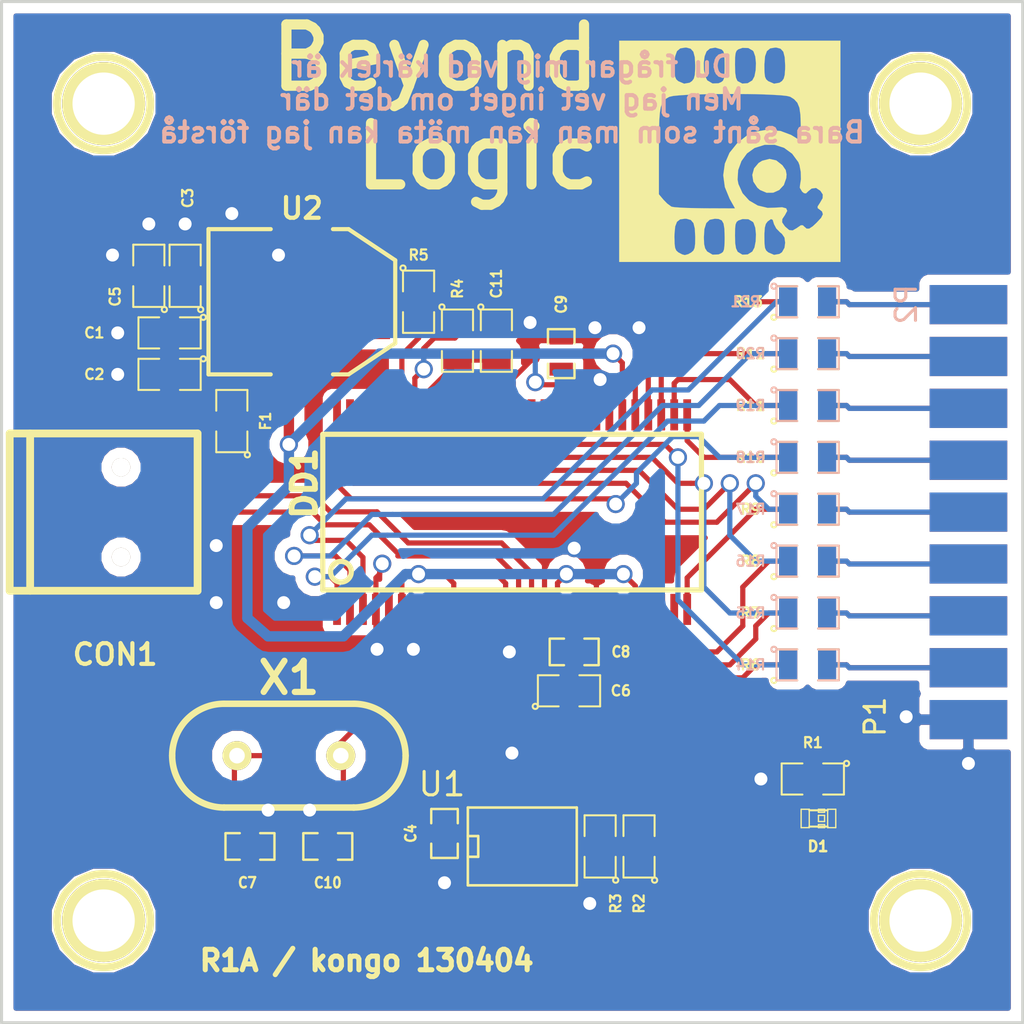
<source format=kicad_pcb>
(kicad_pcb (version 3) (host pcbnew "(2013-mar-13)-testing")

  (general
    (links 104)
    (no_connects 1)
    (area 163.999956 124.924999 216.006333 175.075001)
    (thickness 1.6)
    (drawings 7)
    (tracks 439)
    (zones 0)
    (modules 46)
    (nets 46)
  )

  (page A3)
  (title_block 
    (title "Beyond Logic")
    (rev R1A)
    (company "Kongo Embedded Systems")
  )

  (layers
    (15 F.Cu signal)
    (0 B.Cu signal)
    (16 B.Adhes user)
    (17 F.Adhes user)
    (18 B.Paste user)
    (19 F.Paste user)
    (20 B.SilkS user)
    (21 F.SilkS user)
    (22 B.Mask user)
    (23 F.Mask user)
    (24 Dwgs.User user)
    (25 Cmts.User user)
    (26 Eco1.User user)
    (27 Eco2.User user)
    (28 Edge.Cuts user)
  )

  (setup
    (last_trace_width 0.254)
    (user_trace_width 0.508)
    (trace_clearance 0.254)
    (zone_clearance 0.508)
    (zone_45_only no)
    (trace_min 0.254)
    (segment_width 0.2)
    (edge_width 0.15)
    (via_size 0.889)
    (via_drill 0.635)
    (via_min_size 0.889)
    (via_min_drill 0.508)
    (uvia_size 0.508)
    (uvia_drill 0.127)
    (uvias_allowed no)
    (uvia_min_size 0.508)
    (uvia_min_drill 0.127)
    (pcb_text_width 0.3)
    (pcb_text_size 1 1)
    (mod_edge_width 0.15)
    (mod_text_size 1 1)
    (mod_text_width 0.15)
    (pad_size 0.89916 0.89916)
    (pad_drill 0.89916)
    (pad_to_mask_clearance 0)
    (aux_axis_origin 0 0)
    (visible_elements FFFFFF3F)
    (pcbplotparams
      (layerselection 15761409)
      (usegerberextensions true)
      (excludeedgelayer false)
      (linewidth 152400)
      (plotframeref false)
      (viasonmask false)
      (mode 1)
      (useauxorigin false)
      (hpglpennumber 1)
      (hpglpenspeed 20)
      (hpglpendiameter 15)
      (hpglpenoverlay 2)
      (psnegative false)
      (psa4output false)
      (plotreference true)
      (plotvalue false)
      (plotothertext true)
      (plotinvisibletext false)
      (padsonsilk false)
      (subtractmaskfromsilk false)
      (outputformat 1)
      (mirror false)
      (drillshape 0)
      (scaleselection 1)
      (outputdirectory ./gerber/))
  )

  (net 0 "")
  (net 1 +5V)
  (net 2 /SCL)
  (net 3 /SDA)
  (net 4 GND)
  (net 5 N-000001)
  (net 6 N-0000010)
  (net 7 N-0000011)
  (net 8 N-0000012)
  (net 9 N-0000013)
  (net 10 N-0000014)
  (net 11 N-0000015)
  (net 12 N-0000016)
  (net 13 N-0000017)
  (net 14 N-0000019)
  (net 15 N-000002)
  (net 16 N-0000020)
  (net 17 N-0000023)
  (net 18 N-0000024)
  (net 19 N-0000025)
  (net 20 N-0000026)
  (net 21 N-0000027)
  (net 22 N-0000028)
  (net 23 N-0000029)
  (net 24 N-0000030)
  (net 25 N-0000031)
  (net 26 N-0000032)
  (net 27 N-0000033)
  (net 28 N-0000034)
  (net 29 N-0000035)
  (net 30 N-0000036)
  (net 31 N-0000037)
  (net 32 N-0000038)
  (net 33 N-0000039)
  (net 34 N-000004)
  (net 35 N-0000040)
  (net 36 N-0000041)
  (net 37 N-0000042)
  (net 38 N-0000046)
  (net 39 N-000005)
  (net 40 N-000006)
  (net 41 N-0000061)
  (net 42 N-000007)
  (net 43 N-000008)
  (net 44 N-000009)
  (net 45 VCC)

  (net_class Default "This is the default net class."
    (clearance 0.254)
    (trace_width 0.254)
    (via_dia 0.889)
    (via_drill 0.635)
    (uvia_dia 0.508)
    (uvia_drill 0.127)
    (add_net "")
    (add_net +5V)
    (add_net /SCL)
    (add_net /SDA)
    (add_net GND)
    (add_net N-000001)
    (add_net N-0000010)
    (add_net N-0000011)
    (add_net N-0000012)
    (add_net N-0000013)
    (add_net N-0000014)
    (add_net N-0000015)
    (add_net N-0000016)
    (add_net N-0000017)
    (add_net N-0000019)
    (add_net N-000002)
    (add_net N-0000020)
    (add_net N-0000023)
    (add_net N-0000024)
    (add_net N-0000025)
    (add_net N-0000026)
    (add_net N-0000027)
    (add_net N-0000028)
    (add_net N-0000029)
    (add_net N-0000030)
    (add_net N-0000031)
    (add_net N-0000032)
    (add_net N-0000033)
    (add_net N-0000034)
    (add_net N-0000035)
    (add_net N-0000036)
    (add_net N-0000037)
    (add_net N-0000038)
    (add_net N-0000039)
    (add_net N-000004)
    (add_net N-0000040)
    (add_net N-0000041)
    (add_net N-0000042)
    (add_net N-0000046)
    (add_net N-000005)
    (add_net N-000006)
    (add_net N-0000061)
    (add_net N-000007)
    (add_net N-000008)
    (add_net N-000009)
    (add_net VCC)
  )

  (module USB_MINI_B (layer F.Cu) (tedit 515DA947) (tstamp 515CA37C)
    (at 170 150)
    (descr "USB Mini-B 5-pin SMD connector")
    (tags "USB, Mini-B, connector")
    (path /51599E66)
    (fp_text reference CON1 (at 0.561 6.972) (layer F.SilkS)
      (effects (font (size 1.016 1.016) (thickness 0.2032)))
    )
    (fp_text value USB-MINI-B (at 0 -7.0993) (layer F.SilkS) hide
      (effects (font (size 1.016 1.016) (thickness 0.2032)))
    )
    (fp_line (start -3.59918 -3.85064) (end -3.59918 3.85064) (layer F.SilkS) (width 0.381))
    (fp_line (start -4.59994 -3.85064) (end -4.59994 3.85064) (layer F.SilkS) (width 0.381))
    (fp_line (start -4.59994 3.85064) (end 4.59994 3.85064) (layer F.SilkS) (width 0.381))
    (fp_line (start 4.59994 3.85064) (end 4.59994 -3.85064) (layer F.SilkS) (width 0.381))
    (fp_line (start 4.59994 -3.85064) (end -4.59994 -3.85064) (layer F.SilkS) (width 0.381))
    (pad 1 smd rect (at 3.44932 -1.6002) (size 2.30124 0.50038)
      (layers F.Cu F.Paste F.Mask)
      (net 16 N-0000020)
    )
    (pad 2 smd rect (at 3.44932 -0.8001) (size 2.30124 0.50038)
      (layers F.Cu F.Paste F.Mask)
      (net 18 N-0000024)
    )
    (pad 3 smd rect (at 3.44932 0) (size 2.30124 0.50038)
      (layers F.Cu F.Paste F.Mask)
      (net 14 N-0000019)
    )
    (pad 4 smd rect (at 3.44932 0.8001) (size 2.30124 0.50038)
      (layers F.Cu F.Paste F.Mask)
    )
    (pad 5 smd rect (at 3.44932 1.6002) (size 2.30124 0.50038)
      (layers F.Cu F.Paste F.Mask)
      (net 4 GND)
    )
    (pad 6 smd rect (at 3.35026 -4.45008) (size 2.49936 1.99898)
      (layers F.Cu F.Paste F.Mask)
      (net 4 GND)
    )
    (pad 7 smd rect (at -2.14884 -4.45008) (size 2.49936 1.99898)
      (layers F.Cu F.Paste F.Mask)
      (net 4 GND)
    )
    (pad 8 smd rect (at 3.35026 4.45008) (size 2.49936 1.99898)
      (layers F.Cu F.Paste F.Mask)
      (net 4 GND)
    )
    (pad 9 smd rect (at -2.14884 4.45008) (size 2.49936 1.99898)
      (layers F.Cu F.Paste F.Mask)
      (net 4 GND)
    )
    (pad "" thru_hole circle (at 0.8509 -2.19964) (size 0.89916 0.89916) (drill 0.89916)
      (layers *.Cu *.Mask F.SilkS)
    )
    (pad 2 thru_hole circle (at 0.8509 2.19964) (size 0.89916 0.89916) (drill 0.89916)
      (layers *.Cu *.Mask F.SilkS)
      (net 18 N-0000024)
    )
    (model usb_B_mini_smd.wrl
      (at (xyz -0.01 0 0))
      (scale (xyz 1 1 1))
      (rotate (xyz 0 0 90))
    )
  )

  (module SSOP56   locked (layer F.Cu) (tedit 515CC522) (tstamp 515CA3BD)
    (at 190 150)
    (descr SSOP56)
    (path /51598A6C)
    (attr smd)
    (fp_text reference DD1 (at -10.168 -1.41 90) (layer F.SilkS)
      (effects (font (size 1.143 1.143) (thickness 0.28575)))
    )
    (fp_text value CY7C68013A (at 0 1.27) (layer F.SilkS) hide
      (effects (font (size 1.143 1.143) (thickness 0.28575)))
    )
    (fp_circle (center -8.382 2.921) (end -8.382 2.413) (layer F.SilkS) (width 0.254))
    (fp_line (start -9.271 3.81) (end 9.271 3.81) (layer F.SilkS) (width 0.254))
    (fp_line (start 9.271 3.81) (end 9.271 -3.81) (layer F.SilkS) (width 0.254))
    (fp_line (start 9.271 -3.81) (end -9.271 -3.81) (layer F.SilkS) (width 0.254))
    (fp_line (start -9.271 -3.81) (end -9.271 3.81) (layer F.SilkS) (width 0.254))
    (pad 1 smd rect (at -8.5725 4.7625) (size 0.381 1.524)
      (layers F.Cu F.Paste F.Mask)
      (net 42 N-000007)
    )
    (pad 2 smd rect (at -7.9375 4.7625) (size 0.381 1.524)
      (layers F.Cu F.Paste F.Mask)
      (net 40 N-000006)
    )
    (pad 3 smd rect (at -7.3025 4.7625) (size 0.381 1.524)
      (layers F.Cu F.Paste F.Mask)
      (net 35 N-0000040)
    )
    (pad 4 smd rect (at -6.6675 4.7625) (size 0.381 1.524)
      (layers F.Cu F.Paste F.Mask)
      (net 4 GND)
    )
    (pad 5 smd rect (at -6.0325 4.7625) (size 0.381 1.524)
      (layers F.Cu F.Paste F.Mask)
    )
    (pad 6 smd rect (at -5.3975 4.7625) (size 0.381 1.524)
      (layers F.Cu F.Paste F.Mask)
      (net 45 VCC)
    )
    (pad 7 smd rect (at -4.7625 4.7625) (size 0.381 1.524)
      (layers F.Cu F.Paste F.Mask)
      (net 4 GND)
    )
    (pad 8 smd rect (at -4.1275 4.7625) (size 0.381 1.524)
      (layers F.Cu F.Paste F.Mask)
    )
    (pad 9 smd rect (at -3.4925 4.7625) (size 0.381 1.524)
      (layers F.Cu F.Paste F.Mask)
    )
    (pad 10 smd rect (at -2.8575 4.7625) (size 0.381 1.524)
      (layers F.Cu F.Paste F.Mask)
      (net 45 VCC)
    )
    (pad 11 smd rect (at -2.2225 4.7625) (size 0.381 1.524)
      (layers F.Cu F.Paste F.Mask)
      (net 36 N-0000041)
    )
    (pad 12 smd rect (at -1.5875 4.7625) (size 0.381 1.524)
      (layers F.Cu F.Paste F.Mask)
      (net 41 N-0000061)
    )
    (pad 13 smd rect (at -0.9525 4.7625) (size 0.381 1.524)
      (layers F.Cu F.Paste F.Mask)
      (net 4 GND)
    )
    (pad 14 smd rect (at -0.3175 4.7625) (size 0.381 1.524)
      (layers F.Cu F.Paste F.Mask)
      (net 45 VCC)
    )
    (pad 15 smd rect (at 0.3175 4.7625) (size 0.381 1.524)
      (layers F.Cu F.Paste F.Mask)
      (net 14 N-0000019)
    )
    (pad 16 smd rect (at 0.9525 4.7625) (size 0.381 1.524)
      (layers F.Cu F.Paste F.Mask)
      (net 18 N-0000024)
    )
    (pad 17 smd rect (at 1.5875 4.7625) (size 0.381 1.524)
      (layers F.Cu F.Paste F.Mask)
      (net 4 GND)
    )
    (pad 18 smd rect (at 2.2225 4.7625) (size 0.381 1.524)
      (layers F.Cu F.Paste F.Mask)
      (net 45 VCC)
    )
    (pad 19 smd rect (at 2.8575 4.7625) (size 0.381 1.524)
      (layers F.Cu F.Paste F.Mask)
      (net 4 GND)
    )
    (pad 20 smd rect (at 3.4925 4.7625) (size 0.381 1.524)
      (layers F.Cu F.Paste F.Mask)
    )
    (pad 21 smd rect (at 4.1275 4.7625) (size 0.381 1.524)
      (layers F.Cu F.Paste F.Mask)
      (net 4 GND)
    )
    (pad 22 smd rect (at 4.7625 4.7625) (size 0.381 1.524)
      (layers F.Cu F.Paste F.Mask)
      (net 2 /SCL)
    )
    (pad 23 smd rect (at 5.3975 4.7625) (size 0.381 1.524)
      (layers F.Cu F.Paste F.Mask)
      (net 3 /SDA)
    )
    (pad 24 smd rect (at 6.0325 4.7625) (size 0.381 1.524)
      (layers F.Cu F.Paste F.Mask)
      (net 45 VCC)
    )
    (pad 25 smd rect (at 6.6675 4.7625) (size 0.381 1.524)
      (layers F.Cu F.Paste F.Mask)
      (net 15 N-000002)
    )
    (pad 26 smd rect (at 7.3025 4.7625) (size 0.381 1.524)
      (layers F.Cu F.Paste F.Mask)
      (net 5 N-000001)
    )
    (pad 27 smd rect (at 7.9375 4.7625) (size 0.381 1.524)
      (layers F.Cu F.Paste F.Mask)
      (net 34 N-000004)
    )
    (pad 28 smd rect (at 8.5725 4.7625) (size 0.381 1.524)
      (layers F.Cu F.Paste F.Mask)
      (net 13 N-0000017)
    )
    (pad 42 smd rect (at 0.3175 -4.7625) (size 0.381 1.524)
      (layers F.Cu F.Paste F.Mask)
    )
    (pad 41 smd rect (at 0.9525 -4.7625) (size 0.381 1.524)
      (layers F.Cu F.Paste F.Mask)
    )
    (pad 40 smd rect (at 1.5875 -4.7625) (size 0.381 1.524)
      (layers F.Cu F.Paste F.Mask)
    )
    (pad 39 smd rect (at 2.2225 -4.7625) (size 0.381 1.524)
      (layers F.Cu F.Paste F.Mask)
      (net 45 VCC)
    )
    (pad 43 smd rect (at -0.3175 -4.7625) (size 0.381 1.524)
      (layers F.Cu F.Paste F.Mask)
    )
    (pad 44 smd rect (at -0.9525 -4.7625) (size 0.381 1.524)
      (layers F.Cu F.Paste F.Mask)
    )
    (pad 45 smd rect (at -1.5875 -4.7625) (size 0.381 1.524)
      (layers F.Cu F.Paste F.Mask)
    )
    (pad 46 smd rect (at -2.2225 -4.7625) (size 0.381 1.524)
      (layers F.Cu F.Paste F.Mask)
    )
    (pad 47 smd rect (at -2.8575 -4.7625) (size 0.381 1.524)
      (layers F.Cu F.Paste F.Mask)
    )
    (pad 48 smd rect (at -3.4925 -4.7625) (size 0.381 1.524)
      (layers F.Cu F.Paste F.Mask)
      (net 4 GND)
    )
    (pad 49 smd rect (at -4.1275 -4.7625) (size 0.381 1.524)
      (layers F.Cu F.Paste F.Mask)
      (net 37 N-0000042)
    )
    (pad 50 smd rect (at -4.7625 -4.7625) (size 0.381 1.524)
      (layers F.Cu F.Paste F.Mask)
      (net 45 VCC)
    )
    (pad 51 smd rect (at -5.3975 -4.7625) (size 0.381 1.524)
      (layers F.Cu F.Paste F.Mask)
      (net 38 N-0000046)
    )
    (pad 52 smd rect (at -6.0325 -4.7625) (size 0.381 1.524)
      (layers F.Cu F.Paste F.Mask)
      (net 39 N-000005)
    )
    (pad 53 smd rect (at -6.6675 -4.7625) (size 0.381 1.524)
      (layers F.Cu F.Paste F.Mask)
      (net 7 N-0000011)
    )
    (pad 38 smd rect (at 2.8575 -4.7625) (size 0.381 1.524)
      (layers F.Cu F.Paste F.Mask)
    )
    (pad 37 smd rect (at 3.4925 -4.7625) (size 0.381 1.524)
      (layers F.Cu F.Paste F.Mask)
    )
    (pad 36 smd rect (at 4.1275 -4.7625) (size 0.381 1.524)
      (layers F.Cu F.Paste F.Mask)
    )
    (pad 35 smd rect (at 4.7625 -4.7625) (size 0.381 1.524)
      (layers F.Cu F.Paste F.Mask)
      (net 4 GND)
    )
    (pad 34 smd rect (at 5.3975 -4.7625) (size 0.381 1.524)
      (layers F.Cu F.Paste F.Mask)
      (net 45 VCC)
    )
    (pad 33 smd rect (at 6.0325 -4.7625) (size 0.381 1.524)
      (layers F.Cu F.Paste F.Mask)
      (net 4 GND)
    )
    (pad 32 smd rect (at 6.6675 -4.7625) (size 0.381 1.524)
      (layers F.Cu F.Paste F.Mask)
      (net 9 N-0000013)
    )
    (pad 31 smd rect (at 7.3025 -4.7625) (size 0.381 1.524)
      (layers F.Cu F.Paste F.Mask)
      (net 10 N-0000014)
    )
    (pad 30 smd rect (at 7.9375 -4.7625) (size 0.381 1.524)
      (layers F.Cu F.Paste F.Mask)
      (net 11 N-0000015)
    )
    (pad 29 smd rect (at 8.5725 -4.7625) (size 0.381 1.524)
      (layers F.Cu F.Paste F.Mask)
      (net 12 N-0000016)
    )
    (pad 54 smd rect (at -7.3025 -4.7625) (size 0.381 1.524)
      (layers F.Cu F.Paste F.Mask)
      (net 6 N-0000010)
    )
    (pad 55 smd rect (at -7.9375 -4.7625) (size 0.381 1.524)
      (layers F.Cu F.Paste F.Mask)
      (net 44 N-000009)
    )
    (pad 56 smd rect (at -8.5725 -4.7625) (size 0.381 1.524)
      (layers F.Cu F.Paste F.Mask)
      (net 43 N-000008)
    )
    (model smd/vsop56.wrl
      (at (xyz 0 0 0))
      (scale (xyz 0.25 0.25 0.75))
      (rotate (xyz 0 0 0))
    )
  )

  (module SOT223 (layer F.Cu) (tedit 515CC035) (tstamp 515CA3CD)
    (at 179.705 139.7 270)
    (descr "module CMS SOT223 4 pins")
    (tags "CMS SOT")
    (path /5159A562)
    (attr smd)
    (fp_text reference U2 (at -4.572 0 360) (layer F.SilkS)
      (effects (font (size 1.016 1.016) (thickness 0.2032)))
    )
    (fp_text value AMS1117_3V3 (at 0 0.762 270) (layer F.SilkS) hide
      (effects (font (size 1.016 1.016) (thickness 0.2032)))
    )
    (fp_line (start -3.556 1.524) (end -3.556 4.572) (layer F.SilkS) (width 0.2032))
    (fp_line (start -3.556 4.572) (end 3.556 4.572) (layer F.SilkS) (width 0.2032))
    (fp_line (start 3.556 4.572) (end 3.556 1.524) (layer F.SilkS) (width 0.2032))
    (fp_line (start -3.556 -1.524) (end -3.556 -2.286) (layer F.SilkS) (width 0.2032))
    (fp_line (start -3.556 -2.286) (end -2.032 -4.572) (layer F.SilkS) (width 0.2032))
    (fp_line (start -2.032 -4.572) (end 2.032 -4.572) (layer F.SilkS) (width 0.2032))
    (fp_line (start 2.032 -4.572) (end 3.556 -2.286) (layer F.SilkS) (width 0.2032))
    (fp_line (start 3.556 -2.286) (end 3.556 -1.524) (layer F.SilkS) (width 0.2032))
    (pad 4 smd rect (at 0 -3.302 270) (size 3.6576 2.032)
      (layers F.Cu F.Paste F.Mask)
    )
    (pad 2 smd rect (at 0 3.302 270) (size 1.016 2.032)
      (layers F.Cu F.Paste F.Mask)
      (net 45 VCC)
    )
    (pad 3 smd rect (at 2.286 3.302 270) (size 1.016 2.032)
      (layers F.Cu F.Paste F.Mask)
      (net 1 +5V)
    )
    (pad 1 smd rect (at -2.286 3.302 270) (size 1.016 2.032)
      (layers F.Cu F.Paste F.Mask)
      (net 4 GND)
    )
    (model smd/SOT223.wrl
      (at (xyz 0 0 0))
      (scale (xyz 0.4 0.4 0.4))
      (rotate (xyz 0 0 0))
    )
  )

  (module SO8E (layer F.Cu) (tedit 515CBFD2) (tstamp 515CA3E1)
    (at 190.5 166.37)
    (descr "module CMS SOJ 8 pins etroit")
    (tags "CMS SOJ")
    (path /51599922)
    (attr smd)
    (fp_text reference U1 (at -3.937 -3.048) (layer F.SilkS)
      (effects (font (size 1.143 1.143) (thickness 0.1524)))
    )
    (fp_text value 24C16 (at 0 1.016) (layer F.SilkS) hide
      (effects (font (size 0.889 0.889) (thickness 0.1524)))
    )
    (fp_line (start -2.667 1.778) (end -2.667 1.905) (layer F.SilkS) (width 0.127))
    (fp_line (start -2.667 1.905) (end 2.667 1.905) (layer F.SilkS) (width 0.127))
    (fp_line (start 2.667 -1.905) (end -2.667 -1.905) (layer F.SilkS) (width 0.127))
    (fp_line (start -2.667 -1.905) (end -2.667 1.778) (layer F.SilkS) (width 0.127))
    (fp_line (start -2.667 -0.508) (end -2.159 -0.508) (layer F.SilkS) (width 0.127))
    (fp_line (start -2.159 -0.508) (end -2.159 0.508) (layer F.SilkS) (width 0.127))
    (fp_line (start -2.159 0.508) (end -2.667 0.508) (layer F.SilkS) (width 0.127))
    (fp_line (start 2.667 -1.905) (end 2.667 1.905) (layer F.SilkS) (width 0.127))
    (pad 8 smd rect (at -1.905 -2.667) (size 0.59944 1.39954)
      (layers F.Cu F.Paste F.Mask)
      (net 45 VCC)
    )
    (pad 1 smd rect (at -1.905 2.667) (size 0.59944 1.39954)
      (layers F.Cu F.Paste F.Mask)
      (net 4 GND)
    )
    (pad 7 smd rect (at -0.635 -2.667) (size 0.59944 1.39954)
      (layers F.Cu F.Paste F.Mask)
      (net 4 GND)
    )
    (pad 6 smd rect (at 0.635 -2.667) (size 0.59944 1.39954)
      (layers F.Cu F.Paste F.Mask)
      (net 2 /SCL)
    )
    (pad 5 smd rect (at 1.905 -2.667) (size 0.59944 1.39954)
      (layers F.Cu F.Paste F.Mask)
      (net 3 /SDA)
    )
    (pad 2 smd rect (at -0.635 2.667) (size 0.59944 1.39954)
      (layers F.Cu F.Paste F.Mask)
      (net 4 GND)
    )
    (pad 3 smd rect (at 0.635 2.667) (size 0.59944 1.39954)
      (layers F.Cu F.Paste F.Mask)
      (net 4 GND)
    )
    (pad 4 smd rect (at 1.905 2.667) (size 0.59944 1.39954)
      (layers F.Cu F.Paste F.Mask)
      (net 4 GND)
    )
    (model smd/cms_so8.wrl
      (at (xyz 0 0 0))
      (scale (xyz 0.5 0.32 0.5))
      (rotate (xyz 0 0 0))
    )
  )

  (module SM0805 (layer F.Cu) (tedit 515CC404) (tstamp 515CA3EE)
    (at 204.47 139.7)
    (path /5159B0A5)
    (attr smd)
    (fp_text reference R13 (at -2.921 0) (layer F.SilkS)
      (effects (font (size 0.50038 0.50038) (thickness 0.10922)))
    )
    (fp_text value 51R (at 0 0.381) (layer F.SilkS) hide
      (effects (font (size 0.50038 0.50038) (thickness 0.10922)))
    )
    (fp_circle (center -1.651 0.762) (end -1.651 0.635) (layer F.SilkS) (width 0.09906))
    (fp_line (start -0.508 0.762) (end -1.524 0.762) (layer F.SilkS) (width 0.09906))
    (fp_line (start -1.524 0.762) (end -1.524 -0.762) (layer F.SilkS) (width 0.09906))
    (fp_line (start -1.524 -0.762) (end -0.508 -0.762) (layer F.SilkS) (width 0.09906))
    (fp_line (start 0.508 -0.762) (end 1.524 -0.762) (layer F.SilkS) (width 0.09906))
    (fp_line (start 1.524 -0.762) (end 1.524 0.762) (layer F.SilkS) (width 0.09906))
    (fp_line (start 1.524 0.762) (end 0.508 0.762) (layer F.SilkS) (width 0.09906))
    (pad 1 smd rect (at -0.9525 0) (size 0.889 1.397)
      (layers F.Cu F.Paste F.Mask)
      (net 9 N-0000013)
    )
    (pad 2 smd rect (at 0.9525 0) (size 0.889 1.397)
      (layers F.Cu F.Paste F.Mask)
      (net 24 N-0000030)
    )
    (model smd/chip_cms.wrl
      (at (xyz 0 0 0))
      (scale (xyz 0.1 0.1 0.1))
      (rotate (xyz 0 0 0))
    )
  )

  (module SM0805 (layer F.Cu) (tedit 515CC42C) (tstamp 515CA3FB)
    (at 204.47 157.48)
    (path /5159B054)
    (attr smd)
    (fp_text reference R6 (at -2.794 0) (layer F.SilkS)
      (effects (font (size 0.50038 0.50038) (thickness 0.10922)))
    )
    (fp_text value 51R (at 0 0.381) (layer F.SilkS) hide
      (effects (font (size 0.50038 0.50038) (thickness 0.10922)))
    )
    (fp_circle (center -1.651 0.762) (end -1.651 0.635) (layer F.SilkS) (width 0.09906))
    (fp_line (start -0.508 0.762) (end -1.524 0.762) (layer F.SilkS) (width 0.09906))
    (fp_line (start -1.524 0.762) (end -1.524 -0.762) (layer F.SilkS) (width 0.09906))
    (fp_line (start -1.524 -0.762) (end -0.508 -0.762) (layer F.SilkS) (width 0.09906))
    (fp_line (start 0.508 -0.762) (end 1.524 -0.762) (layer F.SilkS) (width 0.09906))
    (fp_line (start 1.524 -0.762) (end 1.524 0.762) (layer F.SilkS) (width 0.09906))
    (fp_line (start 1.524 0.762) (end 0.508 0.762) (layer F.SilkS) (width 0.09906))
    (pad 1 smd rect (at -0.9525 0) (size 0.889 1.397)
      (layers F.Cu F.Paste F.Mask)
      (net 15 N-000002)
    )
    (pad 2 smd rect (at 0.9525 0) (size 0.889 1.397)
      (layers F.Cu F.Paste F.Mask)
      (net 33 N-0000039)
    )
    (model smd/chip_cms.wrl
      (at (xyz 0 0 0))
      (scale (xyz 0.1 0.1 0.1))
      (rotate (xyz 0 0 0))
    )
  )

  (module SM0805 (layer F.Cu) (tedit 515CC428) (tstamp 515CA408)
    (at 204.47 154.94)
    (path /5159B081)
    (attr smd)
    (fp_text reference R7 (at -2.794 0) (layer F.SilkS)
      (effects (font (size 0.50038 0.50038) (thickness 0.10922)))
    )
    (fp_text value 51R (at 0 0.381) (layer F.SilkS) hide
      (effects (font (size 0.50038 0.50038) (thickness 0.10922)))
    )
    (fp_circle (center -1.651 0.762) (end -1.651 0.635) (layer F.SilkS) (width 0.09906))
    (fp_line (start -0.508 0.762) (end -1.524 0.762) (layer F.SilkS) (width 0.09906))
    (fp_line (start -1.524 0.762) (end -1.524 -0.762) (layer F.SilkS) (width 0.09906))
    (fp_line (start -1.524 -0.762) (end -0.508 -0.762) (layer F.SilkS) (width 0.09906))
    (fp_line (start 0.508 -0.762) (end 1.524 -0.762) (layer F.SilkS) (width 0.09906))
    (fp_line (start 1.524 -0.762) (end 1.524 0.762) (layer F.SilkS) (width 0.09906))
    (fp_line (start 1.524 0.762) (end 0.508 0.762) (layer F.SilkS) (width 0.09906))
    (pad 1 smd rect (at -0.9525 0) (size 0.889 1.397)
      (layers F.Cu F.Paste F.Mask)
      (net 5 N-000001)
    )
    (pad 2 smd rect (at 0.9525 0) (size 0.889 1.397)
      (layers F.Cu F.Paste F.Mask)
      (net 32 N-0000038)
    )
    (model smd/chip_cms.wrl
      (at (xyz 0 0 0))
      (scale (xyz 0.1 0.1 0.1))
      (rotate (xyz 0 0 0))
    )
  )

  (module SM0805 (layer F.Cu) (tedit 515CC425) (tstamp 515CA415)
    (at 204.47 152.4)
    (path /5159B087)
    (attr smd)
    (fp_text reference R8 (at -2.794 0) (layer F.SilkS)
      (effects (font (size 0.50038 0.50038) (thickness 0.10922)))
    )
    (fp_text value 51R (at 0 0.381) (layer F.SilkS) hide
      (effects (font (size 0.50038 0.50038) (thickness 0.10922)))
    )
    (fp_circle (center -1.651 0.762) (end -1.651 0.635) (layer F.SilkS) (width 0.09906))
    (fp_line (start -0.508 0.762) (end -1.524 0.762) (layer F.SilkS) (width 0.09906))
    (fp_line (start -1.524 0.762) (end -1.524 -0.762) (layer F.SilkS) (width 0.09906))
    (fp_line (start -1.524 -0.762) (end -0.508 -0.762) (layer F.SilkS) (width 0.09906))
    (fp_line (start 0.508 -0.762) (end 1.524 -0.762) (layer F.SilkS) (width 0.09906))
    (fp_line (start 1.524 -0.762) (end 1.524 0.762) (layer F.SilkS) (width 0.09906))
    (fp_line (start 1.524 0.762) (end 0.508 0.762) (layer F.SilkS) (width 0.09906))
    (pad 1 smd rect (at -0.9525 0) (size 0.889 1.397)
      (layers F.Cu F.Paste F.Mask)
      (net 34 N-000004)
    )
    (pad 2 smd rect (at 0.9525 0) (size 0.889 1.397)
      (layers F.Cu F.Paste F.Mask)
      (net 31 N-0000037)
    )
    (model smd/chip_cms.wrl
      (at (xyz 0 0 0))
      (scale (xyz 0.1 0.1 0.1))
      (rotate (xyz 0 0 0))
    )
  )

  (module SM0805 (layer F.Cu) (tedit 515CC420) (tstamp 515CA422)
    (at 204.47 149.86)
    (path /5159B08D)
    (attr smd)
    (fp_text reference R9 (at -2.794 0) (layer F.SilkS)
      (effects (font (size 0.50038 0.50038) (thickness 0.10922)))
    )
    (fp_text value 51R (at 0 0.381) (layer F.SilkS) hide
      (effects (font (size 0.50038 0.50038) (thickness 0.10922)))
    )
    (fp_circle (center -1.651 0.762) (end -1.651 0.635) (layer F.SilkS) (width 0.09906))
    (fp_line (start -0.508 0.762) (end -1.524 0.762) (layer F.SilkS) (width 0.09906))
    (fp_line (start -1.524 0.762) (end -1.524 -0.762) (layer F.SilkS) (width 0.09906))
    (fp_line (start -1.524 -0.762) (end -0.508 -0.762) (layer F.SilkS) (width 0.09906))
    (fp_line (start 0.508 -0.762) (end 1.524 -0.762) (layer F.SilkS) (width 0.09906))
    (fp_line (start 1.524 -0.762) (end 1.524 0.762) (layer F.SilkS) (width 0.09906))
    (fp_line (start 1.524 0.762) (end 0.508 0.762) (layer F.SilkS) (width 0.09906))
    (pad 1 smd rect (at -0.9525 0) (size 0.889 1.397)
      (layers F.Cu F.Paste F.Mask)
      (net 13 N-0000017)
    )
    (pad 2 smd rect (at 0.9525 0) (size 0.889 1.397)
      (layers F.Cu F.Paste F.Mask)
      (net 30 N-0000036)
    )
    (model smd/chip_cms.wrl
      (at (xyz 0 0 0))
      (scale (xyz 0.1 0.1 0.1))
      (rotate (xyz 0 0 0))
    )
  )

  (module SM0805 (layer F.Cu) (tedit 515CC41C) (tstamp 515CA42F)
    (at 204.47 147.32)
    (path /5159B093)
    (attr smd)
    (fp_text reference R10 (at -2.794 0) (layer F.SilkS)
      (effects (font (size 0.50038 0.50038) (thickness 0.10922)))
    )
    (fp_text value 51R (at 0 0.381) (layer F.SilkS) hide
      (effects (font (size 0.50038 0.50038) (thickness 0.10922)))
    )
    (fp_circle (center -1.651 0.762) (end -1.651 0.635) (layer F.SilkS) (width 0.09906))
    (fp_line (start -0.508 0.762) (end -1.524 0.762) (layer F.SilkS) (width 0.09906))
    (fp_line (start -1.524 0.762) (end -1.524 -0.762) (layer F.SilkS) (width 0.09906))
    (fp_line (start -1.524 -0.762) (end -0.508 -0.762) (layer F.SilkS) (width 0.09906))
    (fp_line (start 0.508 -0.762) (end 1.524 -0.762) (layer F.SilkS) (width 0.09906))
    (fp_line (start 1.524 -0.762) (end 1.524 0.762) (layer F.SilkS) (width 0.09906))
    (fp_line (start 1.524 0.762) (end 0.508 0.762) (layer F.SilkS) (width 0.09906))
    (pad 1 smd rect (at -0.9525 0) (size 0.889 1.397)
      (layers F.Cu F.Paste F.Mask)
      (net 12 N-0000016)
    )
    (pad 2 smd rect (at 0.9525 0) (size 0.889 1.397)
      (layers F.Cu F.Paste F.Mask)
      (net 29 N-0000035)
    )
    (model smd/chip_cms.wrl
      (at (xyz 0 0 0))
      (scale (xyz 0.1 0.1 0.1))
      (rotate (xyz 0 0 0))
    )
  )

  (module SM0805 (layer F.Cu) (tedit 515CC416) (tstamp 515CA43C)
    (at 204.47 144.78)
    (path /5159B099)
    (attr smd)
    (fp_text reference R11 (at -2.794 0) (layer F.SilkS)
      (effects (font (size 0.50038 0.50038) (thickness 0.10922)))
    )
    (fp_text value 51R (at 0 0.381) (layer F.SilkS) hide
      (effects (font (size 0.50038 0.50038) (thickness 0.10922)))
    )
    (fp_circle (center -1.651 0.762) (end -1.651 0.635) (layer F.SilkS) (width 0.09906))
    (fp_line (start -0.508 0.762) (end -1.524 0.762) (layer F.SilkS) (width 0.09906))
    (fp_line (start -1.524 0.762) (end -1.524 -0.762) (layer F.SilkS) (width 0.09906))
    (fp_line (start -1.524 -0.762) (end -0.508 -0.762) (layer F.SilkS) (width 0.09906))
    (fp_line (start 0.508 -0.762) (end 1.524 -0.762) (layer F.SilkS) (width 0.09906))
    (fp_line (start 1.524 -0.762) (end 1.524 0.762) (layer F.SilkS) (width 0.09906))
    (fp_line (start 1.524 0.762) (end 0.508 0.762) (layer F.SilkS) (width 0.09906))
    (pad 1 smd rect (at -0.9525 0) (size 0.889 1.397)
      (layers F.Cu F.Paste F.Mask)
      (net 11 N-0000015)
    )
    (pad 2 smd rect (at 0.9525 0) (size 0.889 1.397)
      (layers F.Cu F.Paste F.Mask)
      (net 26 N-0000032)
    )
    (model smd/chip_cms.wrl
      (at (xyz 0 0 0))
      (scale (xyz 0.1 0.1 0.1))
      (rotate (xyz 0 0 0))
    )
  )

  (module SM0805 (layer F.Cu) (tedit 515CC40B) (tstamp 515CA449)
    (at 204.47 142.24)
    (path /5159B09F)
    (attr smd)
    (fp_text reference R12 (at -2.794 0) (layer F.SilkS)
      (effects (font (size 0.50038 0.50038) (thickness 0.10922)))
    )
    (fp_text value 51R (at 0 0.381) (layer F.SilkS) hide
      (effects (font (size 0.50038 0.50038) (thickness 0.10922)))
    )
    (fp_circle (center -1.651 0.762) (end -1.651 0.635) (layer F.SilkS) (width 0.09906))
    (fp_line (start -0.508 0.762) (end -1.524 0.762) (layer F.SilkS) (width 0.09906))
    (fp_line (start -1.524 0.762) (end -1.524 -0.762) (layer F.SilkS) (width 0.09906))
    (fp_line (start -1.524 -0.762) (end -0.508 -0.762) (layer F.SilkS) (width 0.09906))
    (fp_line (start 0.508 -0.762) (end 1.524 -0.762) (layer F.SilkS) (width 0.09906))
    (fp_line (start 1.524 -0.762) (end 1.524 0.762) (layer F.SilkS) (width 0.09906))
    (fp_line (start 1.524 0.762) (end 0.508 0.762) (layer F.SilkS) (width 0.09906))
    (pad 1 smd rect (at -0.9525 0) (size 0.889 1.397)
      (layers F.Cu F.Paste F.Mask)
      (net 10 N-0000014)
    )
    (pad 2 smd rect (at 0.9525 0) (size 0.889 1.397)
      (layers F.Cu F.Paste F.Mask)
      (net 25 N-0000031)
    )
    (model smd/chip_cms.wrl
      (at (xyz 0 0 0))
      (scale (xyz 0.1 0.1 0.1))
      (rotate (xyz 0 0 0))
    )
  )

  (module SM0805 (layer F.Cu) (tedit 515CBFEF) (tstamp 515CA456)
    (at 204.724 163.068 180)
    (path /515CB939)
    (attr smd)
    (fp_text reference R1 (at 0 1.778 180) (layer F.SilkS)
      (effects (font (size 0.50038 0.50038) (thickness 0.10922)))
    )
    (fp_text value 330R (at 0 0.381 180) (layer F.SilkS) hide
      (effects (font (size 0.50038 0.50038) (thickness 0.10922)))
    )
    (fp_circle (center -1.651 0.762) (end -1.651 0.635) (layer F.SilkS) (width 0.09906))
    (fp_line (start -0.508 0.762) (end -1.524 0.762) (layer F.SilkS) (width 0.09906))
    (fp_line (start -1.524 0.762) (end -1.524 -0.762) (layer F.SilkS) (width 0.09906))
    (fp_line (start -1.524 -0.762) (end -0.508 -0.762) (layer F.SilkS) (width 0.09906))
    (fp_line (start 0.508 -0.762) (end 1.524 -0.762) (layer F.SilkS) (width 0.09906))
    (fp_line (start 1.524 -0.762) (end 1.524 0.762) (layer F.SilkS) (width 0.09906))
    (fp_line (start 1.524 0.762) (end 0.508 0.762) (layer F.SilkS) (width 0.09906))
    (pad 1 smd rect (at -0.9525 0 180) (size 0.889 1.397)
      (layers F.Cu F.Paste F.Mask)
      (net 27 N-0000033)
    )
    (pad 2 smd rect (at 0.9525 0 180) (size 0.889 1.397)
      (layers F.Cu F.Paste F.Mask)
      (net 4 GND)
    )
    (model smd/chip_cms.wrl
      (at (xyz 0 0 0))
      (scale (xyz 0.1 0.1 0.1))
      (rotate (xyz 0 0 0))
    )
  )

  (module SM0805 (layer B.Cu) (tedit 515CC482) (tstamp 515CA463)
    (at 204.47 157.48)
    (path /5159B0AB)
    (attr smd)
    (fp_text reference R14 (at -2.794 0) (layer B.SilkS)
      (effects (font (size 0.50038 0.50038) (thickness 0.10922)) (justify mirror))
    )
    (fp_text value 51R (at 0 -0.381) (layer B.SilkS) hide
      (effects (font (size 0.50038 0.50038) (thickness 0.10922)) (justify mirror))
    )
    (fp_circle (center -1.651 -0.762) (end -1.651 -0.635) (layer B.SilkS) (width 0.09906))
    (fp_line (start -0.508 -0.762) (end -1.524 -0.762) (layer B.SilkS) (width 0.09906))
    (fp_line (start -1.524 -0.762) (end -1.524 0.762) (layer B.SilkS) (width 0.09906))
    (fp_line (start -1.524 0.762) (end -0.508 0.762) (layer B.SilkS) (width 0.09906))
    (fp_line (start 0.508 0.762) (end 1.524 0.762) (layer B.SilkS) (width 0.09906))
    (fp_line (start 1.524 0.762) (end 1.524 -0.762) (layer B.SilkS) (width 0.09906))
    (fp_line (start 1.524 -0.762) (end 0.508 -0.762) (layer B.SilkS) (width 0.09906))
    (pad 1 smd rect (at -0.9525 0) (size 0.889 1.397)
      (layers B.Cu B.Paste B.Mask)
      (net 39 N-000005)
    )
    (pad 2 smd rect (at 0.9525 0) (size 0.889 1.397)
      (layers B.Cu B.Paste B.Mask)
      (net 8 N-0000012)
    )
    (model smd/chip_cms.wrl
      (at (xyz 0 0 0))
      (scale (xyz 0.1 0.1 0.1))
      (rotate (xyz 0 0 0))
    )
  )

  (module SM0805 (layer B.Cu) (tedit 515CC47F) (tstamp 515CA470)
    (at 204.47 154.94)
    (path /5159B0B1)
    (attr smd)
    (fp_text reference R15 (at -2.794 0) (layer B.SilkS)
      (effects (font (size 0.50038 0.50038) (thickness 0.10922)) (justify mirror))
    )
    (fp_text value 51R (at 0 -0.381) (layer B.SilkS) hide
      (effects (font (size 0.50038 0.50038) (thickness 0.10922)) (justify mirror))
    )
    (fp_circle (center -1.651 -0.762) (end -1.651 -0.635) (layer B.SilkS) (width 0.09906))
    (fp_line (start -0.508 -0.762) (end -1.524 -0.762) (layer B.SilkS) (width 0.09906))
    (fp_line (start -1.524 -0.762) (end -1.524 0.762) (layer B.SilkS) (width 0.09906))
    (fp_line (start -1.524 0.762) (end -0.508 0.762) (layer B.SilkS) (width 0.09906))
    (fp_line (start 0.508 0.762) (end 1.524 0.762) (layer B.SilkS) (width 0.09906))
    (fp_line (start 1.524 0.762) (end 1.524 -0.762) (layer B.SilkS) (width 0.09906))
    (fp_line (start 1.524 -0.762) (end 0.508 -0.762) (layer B.SilkS) (width 0.09906))
    (pad 1 smd rect (at -0.9525 0) (size 0.889 1.397)
      (layers B.Cu B.Paste B.Mask)
      (net 7 N-0000011)
    )
    (pad 2 smd rect (at 0.9525 0) (size 0.889 1.397)
      (layers B.Cu B.Paste B.Mask)
      (net 23 N-0000029)
    )
    (model smd/chip_cms.wrl
      (at (xyz 0 0 0))
      (scale (xyz 0.1 0.1 0.1))
      (rotate (xyz 0 0 0))
    )
  )

  (module SM0805 (layer B.Cu) (tedit 515CC47B) (tstamp 515CA47D)
    (at 204.47 152.4)
    (path /5159B0B7)
    (attr smd)
    (fp_text reference R16 (at -2.794 0) (layer B.SilkS)
      (effects (font (size 0.50038 0.50038) (thickness 0.10922)) (justify mirror))
    )
    (fp_text value 51R (at 0 -0.381) (layer B.SilkS) hide
      (effects (font (size 0.50038 0.50038) (thickness 0.10922)) (justify mirror))
    )
    (fp_circle (center -1.651 -0.762) (end -1.651 -0.635) (layer B.SilkS) (width 0.09906))
    (fp_line (start -0.508 -0.762) (end -1.524 -0.762) (layer B.SilkS) (width 0.09906))
    (fp_line (start -1.524 -0.762) (end -1.524 0.762) (layer B.SilkS) (width 0.09906))
    (fp_line (start -1.524 0.762) (end -0.508 0.762) (layer B.SilkS) (width 0.09906))
    (fp_line (start 0.508 0.762) (end 1.524 0.762) (layer B.SilkS) (width 0.09906))
    (fp_line (start 1.524 0.762) (end 1.524 -0.762) (layer B.SilkS) (width 0.09906))
    (fp_line (start 1.524 -0.762) (end 0.508 -0.762) (layer B.SilkS) (width 0.09906))
    (pad 1 smd rect (at -0.9525 0) (size 0.889 1.397)
      (layers B.Cu B.Paste B.Mask)
      (net 6 N-0000010)
    )
    (pad 2 smd rect (at 0.9525 0) (size 0.889 1.397)
      (layers B.Cu B.Paste B.Mask)
      (net 22 N-0000028)
    )
    (model smd/chip_cms.wrl
      (at (xyz 0 0 0))
      (scale (xyz 0.1 0.1 0.1))
      (rotate (xyz 0 0 0))
    )
  )

  (module SM0805 (layer B.Cu) (tedit 515CC478) (tstamp 515CA48A)
    (at 204.47 149.86)
    (path /5159B0BD)
    (attr smd)
    (fp_text reference R17 (at -2.794 0) (layer B.SilkS)
      (effects (font (size 0.50038 0.50038) (thickness 0.10922)) (justify mirror))
    )
    (fp_text value 51R (at 0 -0.381) (layer B.SilkS) hide
      (effects (font (size 0.50038 0.50038) (thickness 0.10922)) (justify mirror))
    )
    (fp_circle (center -1.651 -0.762) (end -1.651 -0.635) (layer B.SilkS) (width 0.09906))
    (fp_line (start -0.508 -0.762) (end -1.524 -0.762) (layer B.SilkS) (width 0.09906))
    (fp_line (start -1.524 -0.762) (end -1.524 0.762) (layer B.SilkS) (width 0.09906))
    (fp_line (start -1.524 0.762) (end -0.508 0.762) (layer B.SilkS) (width 0.09906))
    (fp_line (start 0.508 0.762) (end 1.524 0.762) (layer B.SilkS) (width 0.09906))
    (fp_line (start 1.524 0.762) (end 1.524 -0.762) (layer B.SilkS) (width 0.09906))
    (fp_line (start 1.524 -0.762) (end 0.508 -0.762) (layer B.SilkS) (width 0.09906))
    (pad 1 smd rect (at -0.9525 0) (size 0.889 1.397)
      (layers B.Cu B.Paste B.Mask)
      (net 44 N-000009)
    )
    (pad 2 smd rect (at 0.9525 0) (size 0.889 1.397)
      (layers B.Cu B.Paste B.Mask)
      (net 21 N-0000027)
    )
    (model smd/chip_cms.wrl
      (at (xyz 0 0 0))
      (scale (xyz 0.1 0.1 0.1))
      (rotate (xyz 0 0 0))
    )
  )

  (module SM0805 (layer B.Cu) (tedit 515CC474) (tstamp 515CA497)
    (at 204.47 147.32)
    (path /5159B0C3)
    (attr smd)
    (fp_text reference R18 (at -2.794 0) (layer B.SilkS)
      (effects (font (size 0.50038 0.50038) (thickness 0.10922)) (justify mirror))
    )
    (fp_text value 51R (at 0 -0.381) (layer B.SilkS) hide
      (effects (font (size 0.50038 0.50038) (thickness 0.10922)) (justify mirror))
    )
    (fp_circle (center -1.651 -0.762) (end -1.651 -0.635) (layer B.SilkS) (width 0.09906))
    (fp_line (start -0.508 -0.762) (end -1.524 -0.762) (layer B.SilkS) (width 0.09906))
    (fp_line (start -1.524 -0.762) (end -1.524 0.762) (layer B.SilkS) (width 0.09906))
    (fp_line (start -1.524 0.762) (end -0.508 0.762) (layer B.SilkS) (width 0.09906))
    (fp_line (start 0.508 0.762) (end 1.524 0.762) (layer B.SilkS) (width 0.09906))
    (fp_line (start 1.524 0.762) (end 1.524 -0.762) (layer B.SilkS) (width 0.09906))
    (fp_line (start 1.524 -0.762) (end 0.508 -0.762) (layer B.SilkS) (width 0.09906))
    (pad 1 smd rect (at -0.9525 0) (size 0.889 1.397)
      (layers B.Cu B.Paste B.Mask)
      (net 43 N-000008)
    )
    (pad 2 smd rect (at 0.9525 0) (size 0.889 1.397)
      (layers B.Cu B.Paste B.Mask)
      (net 20 N-0000026)
    )
    (model smd/chip_cms.wrl
      (at (xyz 0 0 0))
      (scale (xyz 0.1 0.1 0.1))
      (rotate (xyz 0 0 0))
    )
  )

  (module SM0805 (layer B.Cu) (tedit 515CC470) (tstamp 515CA4A4)
    (at 204.47 144.78)
    (path /5159B0C9)
    (attr smd)
    (fp_text reference R19 (at -2.794 0) (layer B.SilkS)
      (effects (font (size 0.50038 0.50038) (thickness 0.10922)) (justify mirror))
    )
    (fp_text value 51R (at 0 -0.381) (layer B.SilkS) hide
      (effects (font (size 0.50038 0.50038) (thickness 0.10922)) (justify mirror))
    )
    (fp_circle (center -1.651 -0.762) (end -1.651 -0.635) (layer B.SilkS) (width 0.09906))
    (fp_line (start -0.508 -0.762) (end -1.524 -0.762) (layer B.SilkS) (width 0.09906))
    (fp_line (start -1.524 -0.762) (end -1.524 0.762) (layer B.SilkS) (width 0.09906))
    (fp_line (start -1.524 0.762) (end -0.508 0.762) (layer B.SilkS) (width 0.09906))
    (fp_line (start 0.508 0.762) (end 1.524 0.762) (layer B.SilkS) (width 0.09906))
    (fp_line (start 1.524 0.762) (end 1.524 -0.762) (layer B.SilkS) (width 0.09906))
    (fp_line (start 1.524 -0.762) (end 0.508 -0.762) (layer B.SilkS) (width 0.09906))
    (pad 1 smd rect (at -0.9525 0) (size 0.889 1.397)
      (layers B.Cu B.Paste B.Mask)
      (net 42 N-000007)
    )
    (pad 2 smd rect (at 0.9525 0) (size 0.889 1.397)
      (layers B.Cu B.Paste B.Mask)
      (net 19 N-0000025)
    )
    (model smd/chip_cms.wrl
      (at (xyz 0 0 0))
      (scale (xyz 0.1 0.1 0.1))
      (rotate (xyz 0 0 0))
    )
  )

  (module SM0805 (layer B.Cu) (tedit 515CC46E) (tstamp 515CA4B1)
    (at 204.47 142.24)
    (path /5159B0CF)
    (attr smd)
    (fp_text reference R20 (at -2.794 0) (layer B.SilkS)
      (effects (font (size 0.50038 0.50038) (thickness 0.10922)) (justify mirror))
    )
    (fp_text value 51R (at 0 -0.381) (layer B.SilkS) hide
      (effects (font (size 0.50038 0.50038) (thickness 0.10922)) (justify mirror))
    )
    (fp_circle (center -1.651 -0.762) (end -1.651 -0.635) (layer B.SilkS) (width 0.09906))
    (fp_line (start -0.508 -0.762) (end -1.524 -0.762) (layer B.SilkS) (width 0.09906))
    (fp_line (start -1.524 -0.762) (end -1.524 0.762) (layer B.SilkS) (width 0.09906))
    (fp_line (start -1.524 0.762) (end -0.508 0.762) (layer B.SilkS) (width 0.09906))
    (fp_line (start 0.508 0.762) (end 1.524 0.762) (layer B.SilkS) (width 0.09906))
    (fp_line (start 1.524 0.762) (end 1.524 -0.762) (layer B.SilkS) (width 0.09906))
    (fp_line (start 1.524 -0.762) (end 0.508 -0.762) (layer B.SilkS) (width 0.09906))
    (pad 1 smd rect (at -0.9525 0) (size 0.889 1.397)
      (layers B.Cu B.Paste B.Mask)
      (net 40 N-000006)
    )
    (pad 2 smd rect (at 0.9525 0) (size 0.889 1.397)
      (layers B.Cu B.Paste B.Mask)
      (net 17 N-0000023)
    )
    (model smd/chip_cms.wrl
      (at (xyz 0 0 0))
      (scale (xyz 0.1 0.1 0.1))
      (rotate (xyz 0 0 0))
    )
  )

  (module SM0805 (layer B.Cu) (tedit 515CC469) (tstamp 515CA4BE)
    (at 204.47 139.7)
    (path /5159B0D5)
    (attr smd)
    (fp_text reference R21 (at -3.048 0) (layer B.SilkS)
      (effects (font (size 0.50038 0.50038) (thickness 0.10922)) (justify mirror))
    )
    (fp_text value 51R (at 0 -0.381) (layer B.SilkS) hide
      (effects (font (size 0.50038 0.50038) (thickness 0.10922)) (justify mirror))
    )
    (fp_circle (center -1.651 -0.762) (end -1.651 -0.635) (layer B.SilkS) (width 0.09906))
    (fp_line (start -0.508 -0.762) (end -1.524 -0.762) (layer B.SilkS) (width 0.09906))
    (fp_line (start -1.524 -0.762) (end -1.524 0.762) (layer B.SilkS) (width 0.09906))
    (fp_line (start -1.524 0.762) (end -0.508 0.762) (layer B.SilkS) (width 0.09906))
    (fp_line (start 0.508 0.762) (end 1.524 0.762) (layer B.SilkS) (width 0.09906))
    (fp_line (start 1.524 0.762) (end 1.524 -0.762) (layer B.SilkS) (width 0.09906))
    (fp_line (start 1.524 -0.762) (end 0.508 -0.762) (layer B.SilkS) (width 0.09906))
    (pad 1 smd rect (at -0.9525 0) (size 0.889 1.397)
      (layers B.Cu B.Paste B.Mask)
      (net 35 N-0000040)
    )
    (pad 2 smd rect (at 0.9525 0) (size 0.889 1.397)
      (layers B.Cu B.Paste B.Mask)
      (net 28 N-0000034)
    )
    (model smd/chip_cms.wrl
      (at (xyz 0 0 0))
      (scale (xyz 0.1 0.1 0.1))
      (rotate (xyz 0 0 0))
    )
  )

  (module SM0805 (layer F.Cu) (tedit 515CC067) (tstamp 515CA4CB)
    (at 172.212 138.43 90)
    (path /5159A829)
    (attr smd)
    (fp_text reference C5 (at -1.016 -1.651 90) (layer F.SilkS)
      (effects (font (size 0.50038 0.50038) (thickness 0.10922)))
    )
    (fp_text value CP1 (at 0 0.381 90) (layer F.SilkS) hide
      (effects (font (size 0.50038 0.50038) (thickness 0.10922)))
    )
    (fp_circle (center -1.651 0.762) (end -1.651 0.635) (layer F.SilkS) (width 0.09906))
    (fp_line (start -0.508 0.762) (end -1.524 0.762) (layer F.SilkS) (width 0.09906))
    (fp_line (start -1.524 0.762) (end -1.524 -0.762) (layer F.SilkS) (width 0.09906))
    (fp_line (start -1.524 -0.762) (end -0.508 -0.762) (layer F.SilkS) (width 0.09906))
    (fp_line (start 0.508 -0.762) (end 1.524 -0.762) (layer F.SilkS) (width 0.09906))
    (fp_line (start 1.524 -0.762) (end 1.524 0.762) (layer F.SilkS) (width 0.09906))
    (fp_line (start 1.524 0.762) (end 0.508 0.762) (layer F.SilkS) (width 0.09906))
    (pad 1 smd rect (at -0.9525 0 90) (size 0.889 1.397)
      (layers F.Cu F.Paste F.Mask)
      (net 45 VCC)
    )
    (pad 2 smd rect (at 0.9525 0 90) (size 0.889 1.397)
      (layers F.Cu F.Paste F.Mask)
      (net 4 GND)
    )
    (model smd/chip_cms.wrl
      (at (xyz 0 0 0))
      (scale (xyz 0.1 0.1 0.1))
      (rotate (xyz 0 0 0))
    )
  )

  (module SM0805 (layer F.Cu) (tedit 515CC349) (tstamp 515CA4D8)
    (at 185.42 139.7 270)
    (path /51598E32)
    (attr smd)
    (fp_text reference R5 (at -2.286 0 360) (layer F.SilkS)
      (effects (font (size 0.50038 0.50038) (thickness 0.10922)))
    )
    (fp_text value 4k7 (at 0 0.381 270) (layer F.SilkS) hide
      (effects (font (size 0.50038 0.50038) (thickness 0.10922)))
    )
    (fp_circle (center -1.651 0.762) (end -1.651 0.635) (layer F.SilkS) (width 0.09906))
    (fp_line (start -0.508 0.762) (end -1.524 0.762) (layer F.SilkS) (width 0.09906))
    (fp_line (start -1.524 0.762) (end -1.524 -0.762) (layer F.SilkS) (width 0.09906))
    (fp_line (start -1.524 -0.762) (end -0.508 -0.762) (layer F.SilkS) (width 0.09906))
    (fp_line (start 0.508 -0.762) (end 1.524 -0.762) (layer F.SilkS) (width 0.09906))
    (fp_line (start 1.524 -0.762) (end 1.524 0.762) (layer F.SilkS) (width 0.09906))
    (fp_line (start 1.524 0.762) (end 0.508 0.762) (layer F.SilkS) (width 0.09906))
    (pad 1 smd rect (at -0.9525 0 270) (size 0.889 1.397)
      (layers F.Cu F.Paste F.Mask)
      (net 45 VCC)
    )
    (pad 2 smd rect (at 0.9525 0 270) (size 0.889 1.397)
      (layers F.Cu F.Paste F.Mask)
      (net 38 N-0000046)
    )
    (model smd/chip_cms.wrl
      (at (xyz 0 0 0))
      (scale (xyz 0.1 0.1 0.1))
      (rotate (xyz 0 0 0))
    )
  )

  (module SM0805 (layer F.Cu) (tedit 515CC01D) (tstamp 515CA4E5)
    (at 187.325 141.605 270)
    (path /51598EA4)
    (attr smd)
    (fp_text reference R4 (at -2.54 0 270) (layer F.SilkS)
      (effects (font (size 0.50038 0.50038) (thickness 0.10922)))
    )
    (fp_text value 47k (at 0 0.381 270) (layer F.SilkS) hide
      (effects (font (size 0.50038 0.50038) (thickness 0.10922)))
    )
    (fp_circle (center -1.651 0.762) (end -1.651 0.635) (layer F.SilkS) (width 0.09906))
    (fp_line (start -0.508 0.762) (end -1.524 0.762) (layer F.SilkS) (width 0.09906))
    (fp_line (start -1.524 0.762) (end -1.524 -0.762) (layer F.SilkS) (width 0.09906))
    (fp_line (start -1.524 -0.762) (end -0.508 -0.762) (layer F.SilkS) (width 0.09906))
    (fp_line (start 0.508 -0.762) (end 1.524 -0.762) (layer F.SilkS) (width 0.09906))
    (fp_line (start 1.524 -0.762) (end 1.524 0.762) (layer F.SilkS) (width 0.09906))
    (fp_line (start 1.524 0.762) (end 0.508 0.762) (layer F.SilkS) (width 0.09906))
    (pad 1 smd rect (at -0.9525 0 270) (size 0.889 1.397)
      (layers F.Cu F.Paste F.Mask)
      (net 45 VCC)
    )
    (pad 2 smd rect (at 0.9525 0 270) (size 0.889 1.397)
      (layers F.Cu F.Paste F.Mask)
      (net 37 N-0000042)
    )
    (model smd/chip_cms.wrl
      (at (xyz 0 0 0))
      (scale (xyz 0.1 0.1 0.1))
      (rotate (xyz 0 0 0))
    )
  )

  (module SM0805 (layer F.Cu) (tedit 515CC020) (tstamp 515CA4F2)
    (at 189.23 141.605 270)
    (path /51598EB3)
    (attr smd)
    (fp_text reference C11 (at -2.794 0 270) (layer F.SilkS)
      (effects (font (size 0.50038 0.50038) (thickness 0.10922)))
    )
    (fp_text value 1u (at 0 0.381 270) (layer F.SilkS) hide
      (effects (font (size 0.50038 0.50038) (thickness 0.10922)))
    )
    (fp_circle (center -1.651 0.762) (end -1.651 0.635) (layer F.SilkS) (width 0.09906))
    (fp_line (start -0.508 0.762) (end -1.524 0.762) (layer F.SilkS) (width 0.09906))
    (fp_line (start -1.524 0.762) (end -1.524 -0.762) (layer F.SilkS) (width 0.09906))
    (fp_line (start -1.524 -0.762) (end -0.508 -0.762) (layer F.SilkS) (width 0.09906))
    (fp_line (start 0.508 -0.762) (end 1.524 -0.762) (layer F.SilkS) (width 0.09906))
    (fp_line (start 1.524 -0.762) (end 1.524 0.762) (layer F.SilkS) (width 0.09906))
    (fp_line (start 1.524 0.762) (end 0.508 0.762) (layer F.SilkS) (width 0.09906))
    (pad 1 smd rect (at -0.9525 0 270) (size 0.889 1.397)
      (layers F.Cu F.Paste F.Mask)
      (net 4 GND)
    )
    (pad 2 smd rect (at 0.9525 0 270) (size 0.889 1.397)
      (layers F.Cu F.Paste F.Mask)
      (net 37 N-0000042)
    )
    (model smd/chip_cms.wrl
      (at (xyz 0 0 0))
      (scale (xyz 0.1 0.1 0.1))
      (rotate (xyz 0 0 0))
    )
  )

  (module SM0805 (layer F.Cu) (tedit 515CBFE1) (tstamp 515CA4FF)
    (at 196.215 166.37 90)
    (path /515990DE)
    (attr smd)
    (fp_text reference R2 (at -2.794 0 90) (layer F.SilkS)
      (effects (font (size 0.50038 0.50038) (thickness 0.10922)))
    )
    (fp_text value 4k7 (at 0 0.381 90) (layer F.SilkS) hide
      (effects (font (size 0.50038 0.50038) (thickness 0.10922)))
    )
    (fp_circle (center -1.651 0.762) (end -1.651 0.635) (layer F.SilkS) (width 0.09906))
    (fp_line (start -0.508 0.762) (end -1.524 0.762) (layer F.SilkS) (width 0.09906))
    (fp_line (start -1.524 0.762) (end -1.524 -0.762) (layer F.SilkS) (width 0.09906))
    (fp_line (start -1.524 -0.762) (end -0.508 -0.762) (layer F.SilkS) (width 0.09906))
    (fp_line (start 0.508 -0.762) (end 1.524 -0.762) (layer F.SilkS) (width 0.09906))
    (fp_line (start 1.524 -0.762) (end 1.524 0.762) (layer F.SilkS) (width 0.09906))
    (fp_line (start 1.524 0.762) (end 0.508 0.762) (layer F.SilkS) (width 0.09906))
    (pad 1 smd rect (at -0.9525 0 90) (size 0.889 1.397)
      (layers F.Cu F.Paste F.Mask)
      (net 45 VCC)
    )
    (pad 2 smd rect (at 0.9525 0 90) (size 0.889 1.397)
      (layers F.Cu F.Paste F.Mask)
      (net 3 /SDA)
    )
    (model smd/chip_cms.wrl
      (at (xyz 0 0 0))
      (scale (xyz 0.1 0.1 0.1))
      (rotate (xyz 0 0 0))
    )
  )

  (module SM0805 (layer F.Cu) (tedit 515CBFDE) (tstamp 515CA50C)
    (at 194.31 166.37 90)
    (path /515990ED)
    (attr smd)
    (fp_text reference R3 (at -2.794 0.762 90) (layer F.SilkS)
      (effects (font (size 0.50038 0.50038) (thickness 0.10922)))
    )
    (fp_text value 4k7 (at 0 0.381 90) (layer F.SilkS) hide
      (effects (font (size 0.50038 0.50038) (thickness 0.10922)))
    )
    (fp_circle (center -1.651 0.762) (end -1.651 0.635) (layer F.SilkS) (width 0.09906))
    (fp_line (start -0.508 0.762) (end -1.524 0.762) (layer F.SilkS) (width 0.09906))
    (fp_line (start -1.524 0.762) (end -1.524 -0.762) (layer F.SilkS) (width 0.09906))
    (fp_line (start -1.524 -0.762) (end -0.508 -0.762) (layer F.SilkS) (width 0.09906))
    (fp_line (start 0.508 -0.762) (end 1.524 -0.762) (layer F.SilkS) (width 0.09906))
    (fp_line (start 1.524 -0.762) (end 1.524 0.762) (layer F.SilkS) (width 0.09906))
    (fp_line (start 1.524 0.762) (end 0.508 0.762) (layer F.SilkS) (width 0.09906))
    (pad 1 smd rect (at -0.9525 0 90) (size 0.889 1.397)
      (layers F.Cu F.Paste F.Mask)
      (net 45 VCC)
    )
    (pad 2 smd rect (at 0.9525 0 90) (size 0.889 1.397)
      (layers F.Cu F.Paste F.Mask)
      (net 2 /SCL)
    )
    (model smd/chip_cms.wrl
      (at (xyz 0 0 0))
      (scale (xyz 0.1 0.1 0.1))
      (rotate (xyz 0 0 0))
    )
  )

  (module SM0805 (layer F.Cu) (tedit 515CC001) (tstamp 515CA519)
    (at 192.786 158.75)
    (path /515996D4)
    (attr smd)
    (fp_text reference C6 (at 2.54 0) (layer F.SilkS)
      (effects (font (size 0.50038 0.50038) (thickness 0.10922)))
    )
    (fp_text value 1u (at 0 0.381) (layer F.SilkS) hide
      (effects (font (size 0.50038 0.50038) (thickness 0.10922)))
    )
    (fp_circle (center -1.651 0.762) (end -1.651 0.635) (layer F.SilkS) (width 0.09906))
    (fp_line (start -0.508 0.762) (end -1.524 0.762) (layer F.SilkS) (width 0.09906))
    (fp_line (start -1.524 0.762) (end -1.524 -0.762) (layer F.SilkS) (width 0.09906))
    (fp_line (start -1.524 -0.762) (end -0.508 -0.762) (layer F.SilkS) (width 0.09906))
    (fp_line (start 0.508 -0.762) (end 1.524 -0.762) (layer F.SilkS) (width 0.09906))
    (fp_line (start 1.524 -0.762) (end 1.524 0.762) (layer F.SilkS) (width 0.09906))
    (fp_line (start 1.524 0.762) (end 0.508 0.762) (layer F.SilkS) (width 0.09906))
    (pad 1 smd rect (at -0.9525 0) (size 0.889 1.397)
      (layers F.Cu F.Paste F.Mask)
      (net 45 VCC)
    )
    (pad 2 smd rect (at 0.9525 0) (size 0.889 1.397)
      (layers F.Cu F.Paste F.Mask)
      (net 4 GND)
    )
    (model smd/chip_cms.wrl
      (at (xyz 0 0 0))
      (scale (xyz 0.1 0.1 0.1))
      (rotate (xyz 0 0 0))
    )
  )

  (module SM0805 (layer F.Cu) (tedit 515CC07E) (tstamp 515CA526)
    (at 176.276 145.542 90)
    (path /5159A3A9)
    (attr smd)
    (fp_text reference F1 (at 0 1.651 90) (layer F.SilkS)
      (effects (font (size 0.50038 0.50038) (thickness 0.10922)))
    )
    (fp_text value FUSE (at 0 0.381 90) (layer F.SilkS) hide
      (effects (font (size 0.50038 0.50038) (thickness 0.10922)))
    )
    (fp_circle (center -1.651 0.762) (end -1.651 0.635) (layer F.SilkS) (width 0.09906))
    (fp_line (start -0.508 0.762) (end -1.524 0.762) (layer F.SilkS) (width 0.09906))
    (fp_line (start -1.524 0.762) (end -1.524 -0.762) (layer F.SilkS) (width 0.09906))
    (fp_line (start -1.524 -0.762) (end -0.508 -0.762) (layer F.SilkS) (width 0.09906))
    (fp_line (start 0.508 -0.762) (end 1.524 -0.762) (layer F.SilkS) (width 0.09906))
    (fp_line (start 1.524 -0.762) (end 1.524 0.762) (layer F.SilkS) (width 0.09906))
    (fp_line (start 1.524 0.762) (end 0.508 0.762) (layer F.SilkS) (width 0.09906))
    (pad 1 smd rect (at -0.9525 0 90) (size 0.889 1.397)
      (layers F.Cu F.Paste F.Mask)
      (net 16 N-0000020)
    )
    (pad 2 smd rect (at 0.9525 0 90) (size 0.889 1.397)
      (layers F.Cu F.Paste F.Mask)
      (net 1 +5V)
    )
    (model smd/chip_cms.wrl
      (at (xyz 0 0 0))
      (scale (xyz 0.1 0.1 0.1))
      (rotate (xyz 0 0 0))
    )
  )

  (module SM0805 (layer F.Cu) (tedit 515CC073) (tstamp 515CA533)
    (at 173.228 143.256 180)
    (path /5159A58F)
    (attr smd)
    (fp_text reference C2 (at 3.683 0 180) (layer F.SilkS)
      (effects (font (size 0.50038 0.50038) (thickness 0.10922)))
    )
    (fp_text value C (at 0 0.381 180) (layer F.SilkS) hide
      (effects (font (size 0.50038 0.50038) (thickness 0.10922)))
    )
    (fp_circle (center -1.651 0.762) (end -1.651 0.635) (layer F.SilkS) (width 0.09906))
    (fp_line (start -0.508 0.762) (end -1.524 0.762) (layer F.SilkS) (width 0.09906))
    (fp_line (start -1.524 0.762) (end -1.524 -0.762) (layer F.SilkS) (width 0.09906))
    (fp_line (start -1.524 -0.762) (end -0.508 -0.762) (layer F.SilkS) (width 0.09906))
    (fp_line (start 0.508 -0.762) (end 1.524 -0.762) (layer F.SilkS) (width 0.09906))
    (fp_line (start 1.524 -0.762) (end 1.524 0.762) (layer F.SilkS) (width 0.09906))
    (fp_line (start 1.524 0.762) (end 0.508 0.762) (layer F.SilkS) (width 0.09906))
    (pad 1 smd rect (at -0.9525 0 180) (size 0.889 1.397)
      (layers F.Cu F.Paste F.Mask)
      (net 1 +5V)
    )
    (pad 2 smd rect (at 0.9525 0 180) (size 0.889 1.397)
      (layers F.Cu F.Paste F.Mask)
      (net 4 GND)
    )
    (model smd/chip_cms.wrl
      (at (xyz 0 0 0))
      (scale (xyz 0.1 0.1 0.1))
      (rotate (xyz 0 0 0))
    )
  )

  (module SM0805 (layer F.Cu) (tedit 515CC06D) (tstamp 515CA540)
    (at 173.99 138.43 90)
    (path /5159A5C6)
    (attr smd)
    (fp_text reference C3 (at 3.81 0.127 90) (layer F.SilkS)
      (effects (font (size 0.50038 0.50038) (thickness 0.10922)))
    )
    (fp_text value C (at 0 0.381 90) (layer F.SilkS) hide
      (effects (font (size 0.50038 0.50038) (thickness 0.10922)))
    )
    (fp_circle (center -1.651 0.762) (end -1.651 0.635) (layer F.SilkS) (width 0.09906))
    (fp_line (start -0.508 0.762) (end -1.524 0.762) (layer F.SilkS) (width 0.09906))
    (fp_line (start -1.524 0.762) (end -1.524 -0.762) (layer F.SilkS) (width 0.09906))
    (fp_line (start -1.524 -0.762) (end -0.508 -0.762) (layer F.SilkS) (width 0.09906))
    (fp_line (start 0.508 -0.762) (end 1.524 -0.762) (layer F.SilkS) (width 0.09906))
    (fp_line (start 1.524 -0.762) (end 1.524 0.762) (layer F.SilkS) (width 0.09906))
    (fp_line (start 1.524 0.762) (end 0.508 0.762) (layer F.SilkS) (width 0.09906))
    (pad 1 smd rect (at -0.9525 0 90) (size 0.889 1.397)
      (layers F.Cu F.Paste F.Mask)
      (net 45 VCC)
    )
    (pad 2 smd rect (at 0.9525 0 90) (size 0.889 1.397)
      (layers F.Cu F.Paste F.Mask)
      (net 4 GND)
    )
    (model smd/chip_cms.wrl
      (at (xyz 0 0 0))
      (scale (xyz 0.1 0.1 0.1))
      (rotate (xyz 0 0 0))
    )
  )

  (module SM0805 (layer F.Cu) (tedit 515CC070) (tstamp 515CA54D)
    (at 173.228 141.224 180)
    (path /5159A81A)
    (attr smd)
    (fp_text reference C1 (at 3.683 0 180) (layer F.SilkS)
      (effects (font (size 0.50038 0.50038) (thickness 0.10922)))
    )
    (fp_text value CP1 (at 0 0.381 180) (layer F.SilkS) hide
      (effects (font (size 0.50038 0.50038) (thickness 0.10922)))
    )
    (fp_circle (center -1.651 0.762) (end -1.651 0.635) (layer F.SilkS) (width 0.09906))
    (fp_line (start -0.508 0.762) (end -1.524 0.762) (layer F.SilkS) (width 0.09906))
    (fp_line (start -1.524 0.762) (end -1.524 -0.762) (layer F.SilkS) (width 0.09906))
    (fp_line (start -1.524 -0.762) (end -0.508 -0.762) (layer F.SilkS) (width 0.09906))
    (fp_line (start 0.508 -0.762) (end 1.524 -0.762) (layer F.SilkS) (width 0.09906))
    (fp_line (start 1.524 -0.762) (end 1.524 0.762) (layer F.SilkS) (width 0.09906))
    (fp_line (start 1.524 0.762) (end 0.508 0.762) (layer F.SilkS) (width 0.09906))
    (pad 1 smd rect (at -0.9525 0 180) (size 0.889 1.397)
      (layers F.Cu F.Paste F.Mask)
      (net 1 +5V)
    )
    (pad 2 smd rect (at 0.9525 0 180) (size 0.889 1.397)
      (layers F.Cu F.Paste F.Mask)
      (net 4 GND)
    )
    (model smd/chip_cms.wrl
      (at (xyz 0 0 0))
      (scale (xyz 0.1 0.1 0.1))
      (rotate (xyz 0 0 0))
    )
  )

  (module SM0603_Capa (layer F.Cu) (tedit 515CBFFD) (tstamp 515CA559)
    (at 193.04 156.845)
    (path /515996C5)
    (attr smd)
    (fp_text reference C8 (at 2.286 0) (layer F.SilkS)
      (effects (font (size 0.508 0.4572) (thickness 0.1143)))
    )
    (fp_text value 100n (at -1.651 0 90) (layer F.SilkS) hide
      (effects (font (size 0.508 0.4572) (thickness 0.1143)))
    )
    (fp_line (start 0.50038 0.65024) (end 1.19888 0.65024) (layer F.SilkS) (width 0.11938))
    (fp_line (start -0.50038 0.65024) (end -1.19888 0.65024) (layer F.SilkS) (width 0.11938))
    (fp_line (start 0.50038 -0.65024) (end 1.19888 -0.65024) (layer F.SilkS) (width 0.11938))
    (fp_line (start -1.19888 -0.65024) (end -0.50038 -0.65024) (layer F.SilkS) (width 0.11938))
    (fp_line (start 1.19888 -0.635) (end 1.19888 0.635) (layer F.SilkS) (width 0.11938))
    (fp_line (start -1.19888 0.635) (end -1.19888 -0.635) (layer F.SilkS) (width 0.11938))
    (pad 1 smd rect (at -0.762 0) (size 0.635 1.143)
      (layers F.Cu F.Paste F.Mask)
      (net 45 VCC)
    )
    (pad 2 smd rect (at 0.762 0) (size 0.635 1.143)
      (layers F.Cu F.Paste F.Mask)
      (net 4 GND)
    )
    (model smd\capacitors\C0603.wrl
      (at (xyz 0 0 0.001))
      (scale (xyz 0.5 0.5 0.5))
      (rotate (xyz 0 0 0))
    )
  )

  (module SM0603_Capa (layer F.Cu) (tedit 515CC012) (tstamp 515CA565)
    (at 192.405 142.24 90)
    (path /515996B6)
    (attr smd)
    (fp_text reference C9 (at 2.413 0 270) (layer F.SilkS)
      (effects (font (size 0.508 0.4572) (thickness 0.1143)))
    )
    (fp_text value 100n (at -1.651 0 180) (layer F.SilkS) hide
      (effects (font (size 0.508 0.4572) (thickness 0.1143)))
    )
    (fp_line (start 0.50038 0.65024) (end 1.19888 0.65024) (layer F.SilkS) (width 0.11938))
    (fp_line (start -0.50038 0.65024) (end -1.19888 0.65024) (layer F.SilkS) (width 0.11938))
    (fp_line (start 0.50038 -0.65024) (end 1.19888 -0.65024) (layer F.SilkS) (width 0.11938))
    (fp_line (start -1.19888 -0.65024) (end -0.50038 -0.65024) (layer F.SilkS) (width 0.11938))
    (fp_line (start 1.19888 -0.635) (end 1.19888 0.635) (layer F.SilkS) (width 0.11938))
    (fp_line (start -1.19888 0.635) (end -1.19888 -0.635) (layer F.SilkS) (width 0.11938))
    (pad 1 smd rect (at -0.762 0 90) (size 0.635 1.143)
      (layers F.Cu F.Paste F.Mask)
      (net 45 VCC)
    )
    (pad 2 smd rect (at 0.762 0 90) (size 0.635 1.143)
      (layers F.Cu F.Paste F.Mask)
      (net 4 GND)
    )
    (model smd\capacitors\C0603.wrl
      (at (xyz 0 0 0.001))
      (scale (xyz 0.5 0.5 0.5))
      (rotate (xyz 0 0 0))
    )
  )

  (module SM0603_Capa (layer F.Cu) (tedit 515CBFC7) (tstamp 515CA571)
    (at 186.69 165.735 270)
    (path /51599C35)
    (attr smd)
    (fp_text reference C4 (at 0 1.651 450) (layer F.SilkS)
      (effects (font (size 0.508 0.4572) (thickness 0.1143)))
    )
    (fp_text value 100n (at -1.651 0 360) (layer F.SilkS) hide
      (effects (font (size 0.508 0.4572) (thickness 0.1143)))
    )
    (fp_line (start 0.50038 0.65024) (end 1.19888 0.65024) (layer F.SilkS) (width 0.11938))
    (fp_line (start -0.50038 0.65024) (end -1.19888 0.65024) (layer F.SilkS) (width 0.11938))
    (fp_line (start 0.50038 -0.65024) (end 1.19888 -0.65024) (layer F.SilkS) (width 0.11938))
    (fp_line (start -1.19888 -0.65024) (end -0.50038 -0.65024) (layer F.SilkS) (width 0.11938))
    (fp_line (start 1.19888 -0.635) (end 1.19888 0.635) (layer F.SilkS) (width 0.11938))
    (fp_line (start -1.19888 0.635) (end -1.19888 -0.635) (layer F.SilkS) (width 0.11938))
    (pad 1 smd rect (at -0.762 0 270) (size 0.635 1.143)
      (layers F.Cu F.Paste F.Mask)
      (net 45 VCC)
    )
    (pad 2 smd rect (at 0.762 0 270) (size 0.635 1.143)
      (layers F.Cu F.Paste F.Mask)
      (net 4 GND)
    )
    (model smd\capacitors\C0603.wrl
      (at (xyz 0 0 0.001))
      (scale (xyz 0.5 0.5 0.5))
      (rotate (xyz 0 0 0))
    )
  )

  (module SM0603_Capa (layer F.Cu) (tedit 515CBFAB) (tstamp 515CA57D)
    (at 177.165 166.37)
    (path /51598C45)
    (attr smd)
    (fp_text reference C7 (at -0.127 1.778 180) (layer F.SilkS)
      (effects (font (size 0.508 0.4572) (thickness 0.1143)))
    )
    (fp_text value 22p (at -1.651 0 90) (layer F.SilkS) hide
      (effects (font (size 0.508 0.4572) (thickness 0.1143)))
    )
    (fp_line (start 0.50038 0.65024) (end 1.19888 0.65024) (layer F.SilkS) (width 0.11938))
    (fp_line (start -0.50038 0.65024) (end -1.19888 0.65024) (layer F.SilkS) (width 0.11938))
    (fp_line (start 0.50038 -0.65024) (end 1.19888 -0.65024) (layer F.SilkS) (width 0.11938))
    (fp_line (start -1.19888 -0.65024) (end -0.50038 -0.65024) (layer F.SilkS) (width 0.11938))
    (fp_line (start 1.19888 -0.635) (end 1.19888 0.635) (layer F.SilkS) (width 0.11938))
    (fp_line (start -1.19888 0.635) (end -1.19888 -0.635) (layer F.SilkS) (width 0.11938))
    (pad 1 smd rect (at -0.762 0) (size 0.635 1.143)
      (layers F.Cu F.Paste F.Mask)
      (net 36 N-0000041)
    )
    (pad 2 smd rect (at 0.762 0) (size 0.635 1.143)
      (layers F.Cu F.Paste F.Mask)
      (net 4 GND)
    )
    (model smd\capacitors\C0603.wrl
      (at (xyz 0 0 0.001))
      (scale (xyz 0.5 0.5 0.5))
      (rotate (xyz 0 0 0))
    )
  )

  (module SM0603_Capa (layer F.Cu) (tedit 515CBFB1) (tstamp 515CA589)
    (at 180.975 166.37)
    (path /51598C36)
    (attr smd)
    (fp_text reference C10 (at 0 1.778 180) (layer F.SilkS)
      (effects (font (size 0.508 0.4572) (thickness 0.1143)))
    )
    (fp_text value 22p (at -1.651 0 90) (layer F.SilkS) hide
      (effects (font (size 0.508 0.4572) (thickness 0.1143)))
    )
    (fp_line (start 0.50038 0.65024) (end 1.19888 0.65024) (layer F.SilkS) (width 0.11938))
    (fp_line (start -0.50038 0.65024) (end -1.19888 0.65024) (layer F.SilkS) (width 0.11938))
    (fp_line (start 0.50038 -0.65024) (end 1.19888 -0.65024) (layer F.SilkS) (width 0.11938))
    (fp_line (start -1.19888 -0.65024) (end -0.50038 -0.65024) (layer F.SilkS) (width 0.11938))
    (fp_line (start 1.19888 -0.635) (end 1.19888 0.635) (layer F.SilkS) (width 0.11938))
    (fp_line (start -1.19888 0.635) (end -1.19888 -0.635) (layer F.SilkS) (width 0.11938))
    (pad 1 smd rect (at -0.762 0) (size 0.635 1.143)
      (layers F.Cu F.Paste F.Mask)
      (net 4 GND)
    )
    (pad 2 smd rect (at 0.762 0) (size 0.635 1.143)
      (layers F.Cu F.Paste F.Mask)
      (net 41 N-0000061)
    )
    (model smd\capacitors\C0603.wrl
      (at (xyz 0 0 0.001))
      (scale (xyz 0.5 0.5 0.5))
      (rotate (xyz 0 0 0))
    )
  )

  (module LED-0603 (layer F.Cu) (tedit 515CC593) (tstamp 515CA5A5)
    (at 205 165)
    (descr "LED 0603 smd package")
    (tags "LED led 0603 SMD smd SMT smt smdled SMDLED smtled SMTLED")
    (path /515CB92A)
    (attr smd)
    (fp_text reference D1 (at -0.022 1.37) (layer F.SilkS)
      (effects (font (size 0.508 0.508) (thickness 0.127)))
    )
    (fp_text value LED (at -0.149 1.624) (layer F.SilkS) hide
      (effects (font (size 0.508 0.508) (thickness 0.127)))
    )
    (fp_line (start 0.44958 -0.44958) (end 0.44958 0.44958) (layer F.SilkS) (width 0.06604))
    (fp_line (start 0.44958 0.44958) (end 0.84836 0.44958) (layer F.SilkS) (width 0.06604))
    (fp_line (start 0.84836 -0.44958) (end 0.84836 0.44958) (layer F.SilkS) (width 0.06604))
    (fp_line (start 0.44958 -0.44958) (end 0.84836 -0.44958) (layer F.SilkS) (width 0.06604))
    (fp_line (start -0.84836 -0.44958) (end -0.84836 0.44958) (layer F.SilkS) (width 0.06604))
    (fp_line (start -0.84836 0.44958) (end -0.44958 0.44958) (layer F.SilkS) (width 0.06604))
    (fp_line (start -0.44958 -0.44958) (end -0.44958 0.44958) (layer F.SilkS) (width 0.06604))
    (fp_line (start -0.84836 -0.44958) (end -0.44958 -0.44958) (layer F.SilkS) (width 0.06604))
    (fp_line (start 0 -0.44958) (end 0 -0.29972) (layer F.SilkS) (width 0.06604))
    (fp_line (start 0 -0.29972) (end 0.29972 -0.29972) (layer F.SilkS) (width 0.06604))
    (fp_line (start 0.29972 -0.44958) (end 0.29972 -0.29972) (layer F.SilkS) (width 0.06604))
    (fp_line (start 0 -0.44958) (end 0.29972 -0.44958) (layer F.SilkS) (width 0.06604))
    (fp_line (start 0 0.29972) (end 0 0.44958) (layer F.SilkS) (width 0.06604))
    (fp_line (start 0 0.44958) (end 0.29972 0.44958) (layer F.SilkS) (width 0.06604))
    (fp_line (start 0.29972 0.29972) (end 0.29972 0.44958) (layer F.SilkS) (width 0.06604))
    (fp_line (start 0 0.29972) (end 0.29972 0.29972) (layer F.SilkS) (width 0.06604))
    (fp_line (start 0 -0.14986) (end 0 0.14986) (layer F.SilkS) (width 0.06604))
    (fp_line (start 0 0.14986) (end 0.29972 0.14986) (layer F.SilkS) (width 0.06604))
    (fp_line (start 0.29972 -0.14986) (end 0.29972 0.14986) (layer F.SilkS) (width 0.06604))
    (fp_line (start 0 -0.14986) (end 0.29972 -0.14986) (layer F.SilkS) (width 0.06604))
    (fp_line (start 0.44958 -0.39878) (end -0.44958 -0.39878) (layer F.SilkS) (width 0.1016))
    (fp_line (start 0.44958 0.39878) (end -0.44958 0.39878) (layer F.SilkS) (width 0.1016))
    (pad 1 smd rect (at -0.7493 0) (size 0.79756 0.79756)
      (layers F.Cu F.Paste F.Mask)
      (net 45 VCC)
    )
    (pad 2 smd rect (at 0.7493 0) (size 0.79756 0.79756)
      (layers F.Cu F.Paste F.Mask)
      (net 27 N-0000033)
    )
  )

  (module HC-49V (layer F.Cu) (tedit 515CBF9F) (tstamp 515CA5B1)
    (at 179.07 161.925)
    (descr "Quartz boitier HC-49 Vertical")
    (tags "QUARTZ DEV")
    (path /51598A9F)
    (autoplace_cost180 10)
    (fp_text reference X1 (at 0 -3.81) (layer F.SilkS)
      (effects (font (thickness 0.3048)))
    )
    (fp_text value 24M (at 0 3.81) (layer F.SilkS) hide
      (effects (font (thickness 0.3048)))
    )
    (fp_line (start -3.175 2.54) (end 3.175 2.54) (layer F.SilkS) (width 0.3175))
    (fp_line (start -3.175 -2.54) (end 3.175 -2.54) (layer F.SilkS) (width 0.3175))
    (fp_arc (start 3.175 0) (end 3.175 -2.54) (angle 90) (layer F.SilkS) (width 0.3175))
    (fp_arc (start 3.175 0) (end 5.715 0) (angle 90) (layer F.SilkS) (width 0.3175))
    (fp_arc (start -3.175 0) (end -5.715 0) (angle 90) (layer F.SilkS) (width 0.3175))
    (fp_arc (start -3.175 0) (end -3.175 2.54) (angle 90) (layer F.SilkS) (width 0.3175))
    (pad 1 thru_hole circle (at -2.54 0) (size 1.4224 1.4224) (drill 0.762)
      (layers *.Cu *.Mask F.SilkS)
      (net 36 N-0000041)
    )
    (pad 2 thru_hole circle (at 2.54 0) (size 1.4224 1.4224) (drill 0.762)
      (layers *.Cu *.Mask F.SilkS)
      (net 41 N-0000061)
    )
    (model discret/xtal/crystal_hc18u_vertical.wrl
      (at (xyz 0 0 0))
      (scale (xyz 1 1 0.2))
      (rotate (xyz 0 0 0))
    )
  )

  (module 1pin (layer F.Cu) (tedit 515CBF8E) (tstamp 515CA5B7)
    (at 170 130)
    (descr "module 1 pin (ou trou mecanique de percage)")
    (tags DEV)
    (path 1pin)
    (fp_text reference 1PIN (at 0 -3.048) (layer F.SilkS) hide
      (effects (font (size 1.016 1.016) (thickness 0.254)))
    )
    (fp_text value P*** (at 0 2.794) (layer F.SilkS) hide
      (effects (font (size 1.016 1.016) (thickness 0.254)))
    )
    (fp_circle (center 0 0) (end 0 -2.286) (layer F.SilkS) (width 0.381))
    (pad 1 thru_hole circle (at 0 0) (size 4.064 4.064) (drill 3.048)
      (layers *.Cu *.Mask F.SilkS)
    )
  )

  (module 1pin (layer F.Cu) (tedit 515CBF8B) (tstamp 515CA5C2)
    (at 210 130)
    (descr "module 1 pin (ou trou mecanique de percage)")
    (tags DEV)
    (path 1pin)
    (fp_text reference 1PIN (at 0 -3.048) (layer F.SilkS) hide
      (effects (font (size 1.016 1.016) (thickness 0.254)))
    )
    (fp_text value P*** (at 0 2.794) (layer F.SilkS) hide
      (effects (font (size 1.016 1.016) (thickness 0.254)))
    )
    (fp_circle (center 0 0) (end 0 -2.286) (layer F.SilkS) (width 0.381))
    (pad 1 thru_hole circle (at 0 0) (size 4.064 4.064) (drill 3.048)
      (layers *.Cu *.Mask F.SilkS)
    )
  )

  (module 1pin (layer F.Cu) (tedit 515CBF84) (tstamp 515CA5CD)
    (at 210 170)
    (descr "module 1 pin (ou trou mecanique de percage)")
    (tags DEV)
    (path 1pin)
    (fp_text reference 1PIN (at 0 -3.048) (layer F.SilkS) hide
      (effects (font (size 1.016 1.016) (thickness 0.254)))
    )
    (fp_text value P*** (at 0 2.794) (layer F.SilkS) hide
      (effects (font (size 1.016 1.016) (thickness 0.254)))
    )
    (fp_circle (center 0 0) (end 0 -2.286) (layer F.SilkS) (width 0.381))
    (pad 1 thru_hole circle (at 0 0) (size 4.064 4.064) (drill 3.048)
      (layers *.Cu *.Mask F.SilkS)
    )
  )

  (module 1pin (layer F.Cu) (tedit 515CBF82) (tstamp 515CA5D8)
    (at 170 170)
    (descr "module 1 pin (ou trou mecanique de percage)")
    (tags DEV)
    (path 1pin)
    (fp_text reference 1PIN (at 0 -3.048) (layer F.SilkS) hide
      (effects (font (size 1.016 1.016) (thickness 0.254)))
    )
    (fp_text value P*** (at 0 2.794) (layer F.SilkS) hide
      (effects (font (size 1.016 1.016) (thickness 0.254)))
    )
    (fp_circle (center 0 0) (end 0 -2.286) (layer F.SilkS) (width 0.381))
    (pad 1 thru_hole circle (at 0 0) (size 4.064 4.064) (drill 3.048)
      (layers *.Cu *.Mask F.SilkS)
    )
  )

  (module SMDPAD9   locked (layer F.Cu) (tedit 515CC48B) (tstamp 515CB25A)
    (at 212.344 150 180)
    (path /515CA8FA)
    (fp_text reference P1 (at 4.572 -10.02 270) (layer F.SilkS)
      (effects (font (size 1 1) (thickness 0.15)))
    )
    (fp_text value CONN_9 (at 0 -12.7 180) (layer F.SilkS) hide
      (effects (font (size 1 1) (thickness 0.15)))
    )
    (pad 1 smd rect (at 0 -10.16 180) (size 3.8 1.92)
      (layers F.Cu F.Paste F.Mask)
      (net 4 GND)
    )
    (pad 2 smd rect (at 0 -7.62 180) (size 3.8 1.92)
      (layers F.Cu F.Paste F.Mask)
      (net 33 N-0000039)
    )
    (pad 3 smd rect (at 0 -5.08 180) (size 3.8 1.92)
      (layers F.Cu F.Paste F.Mask)
      (net 32 N-0000038)
    )
    (pad 4 smd rect (at 0 -2.54 180) (size 3.8 1.92)
      (layers F.Cu F.Paste F.Mask)
      (net 31 N-0000037)
    )
    (pad 5 smd rect (at 0 0 180) (size 3.8 1.92)
      (layers F.Cu F.Paste F.Mask)
      (net 30 N-0000036)
    )
    (pad 6 smd rect (at 0 2.54 180) (size 3.8 1.92)
      (layers F.Cu F.Paste F.Mask)
      (net 29 N-0000035)
    )
    (pad 7 smd rect (at 0 5.08 180) (size 3.8 1.92)
      (layers F.Cu F.Paste F.Mask)
      (net 26 N-0000032)
    )
    (pad 8 smd rect (at 0 7.62 180) (size 3.8 1.92)
      (layers F.Cu F.Paste F.Mask)
      (net 25 N-0000031)
    )
    (pad 9 smd rect (at 0 10.16 180) (size 3.8 1.92)
      (layers F.Cu F.Paste F.Mask)
      (net 24 N-0000030)
    )
    (model pin_strip_9x2.wrl
      (at (xyz -0.1 0 -0.03))
      (scale (xyz 1 1 1))
      (rotate (xyz 90 0 270))
    )
  )

  (module SMDPAD9 (layer B.Cu) (tedit 515CC3C6) (tstamp 515CB19F)
    (at 212.344 150)
    (path /515CA909)
    (fp_text reference P2 (at -3.048 -10.173 90) (layer B.SilkS)
      (effects (font (size 1 1) (thickness 0.15)) (justify mirror))
    )
    (fp_text value CONN_9 (at 0 12.7) (layer B.SilkS) hide
      (effects (font (size 1 1) (thickness 0.15)) (justify mirror))
    )
    (pad 1 smd rect (at 0 10.16) (size 3.8 1.92)
      (layers B.Cu B.Paste B.Mask)
      (net 4 GND)
    )
    (pad 2 smd rect (at 0 7.62) (size 3.8 1.92)
      (layers B.Cu B.Paste B.Mask)
      (net 8 N-0000012)
    )
    (pad 3 smd rect (at 0 5.08) (size 3.8 1.92)
      (layers B.Cu B.Paste B.Mask)
      (net 23 N-0000029)
    )
    (pad 4 smd rect (at 0 2.54) (size 3.8 1.92)
      (layers B.Cu B.Paste B.Mask)
      (net 22 N-0000028)
    )
    (pad 5 smd rect (at 0 0) (size 3.8 1.92)
      (layers B.Cu B.Paste B.Mask)
      (net 21 N-0000027)
    )
    (pad 6 smd rect (at 0 -2.54) (size 3.8 1.92)
      (layers B.Cu B.Paste B.Mask)
      (net 20 N-0000026)
    )
    (pad 7 smd rect (at 0 -5.08) (size 3.8 1.92)
      (layers B.Cu B.Paste B.Mask)
      (net 19 N-0000025)
    )
    (pad 8 smd rect (at 0 -7.62) (size 3.8 1.92)
      (layers B.Cu B.Paste B.Mask)
      (net 17 N-0000023)
    )
    (pad 9 smd rect (at 0 -10.16) (size 3.8 1.92)
      (layers B.Cu B.Paste B.Mask)
      (net 28 N-0000034)
    )
  )

  (module LOGO (layer F.Cu) (tedit 0) (tstamp 515CC2CE)
    (at 200.66 132.334)
    (fp_text reference G*** (at 0 6.17982) (layer F.SilkS) hide
      (effects (font (thickness 0.3048)))
    )
    (fp_text value LOGO (at 0 -6.17982) (layer F.SilkS) hide
      (effects (font (thickness 0.3048)))
    )
    (fp_poly (pts (xy 5.41782 5.41782) (xy 4.55676 5.41782) (xy 4.55676 3.08356) (xy 4.51612 2.94894)
      (xy 4.40944 2.86258) (xy 4.30276 2.78384) (xy 4.29768 2.70256) (xy 4.39166 2.55524)
      (xy 4.40944 2.52984) (xy 4.54406 2.29616) (xy 4.55168 2.11328) (xy 4.4323 1.93294)
      (xy 4.22148 1.79324) (xy 4.00558 1.82372) (xy 3.85064 1.94818) (xy 3.72872 2.06248)
      (xy 3.6322 2.04978) (xy 3.54076 1.97612) (xy 3.42646 1.78562) (xy 3.43662 1.6637)
      (xy 3.48234 1.36652) (xy 3.47218 1.00838) (xy 3.47218 -0.49784) (xy 3.47218 -1.31064)
      (xy 3.45694 -1.78816) (xy 3.40614 -2.1336) (xy 3.30708 -2.37744) (xy 3.14452 -2.5527)
      (xy 2.95402 -2.67208) (xy 2.79146 -2.71018) (xy 2.71018 -2.72034) (xy 2.71018 -4.19862)
      (xy 2.68732 -4.60756) (xy 2.61874 -4.8768) (xy 2.48412 -5.02412) (xy 2.27584 -5.08)
      (xy 2.2225 -5.08) (xy 1.97866 -5.03936) (xy 1.8161 -4.90474) (xy 1.72466 -4.65328)
      (xy 1.69418 -4.26466) (xy 1.69418 -4.18338) (xy 1.69926 -3.85318) (xy 1.72466 -3.64744)
      (xy 1.78308 -3.52298) (xy 1.88214 -3.43408) (xy 2.16662 -3.31216) (xy 2.43078 -3.35788)
      (xy 2.55524 -3.4417) (xy 2.63906 -3.55854) (xy 2.68732 -3.73888) (xy 2.70764 -4.0259)
      (xy 2.71018 -4.19862) (xy 2.71018 -2.72034) (xy 2.48666 -2.7432) (xy 2.06248 -2.7686)
      (xy 1.5494 -2.78892) (xy 1.28016 -2.79654) (xy 1.28016 -4.31546) (xy 1.24714 -4.63804)
      (xy 1.16332 -4.87934) (xy 1.1303 -4.92506) (xy 0.90678 -5.05714) (xy 0.6223 -5.06476)
      (xy 0.41656 -4.99364) (xy 0.33274 -4.92506) (xy 0.28448 -4.80822) (xy 0.25908 -4.59994)
      (xy 0.254 -4.2672) (xy 0.254 -4.23672) (xy 0.26416 -3.85064) (xy 0.30226 -3.60172)
      (xy 0.3683 -3.4544) (xy 0.38608 -3.43662) (xy 0.61214 -3.31724) (xy 0.87376 -3.33502)
      (xy 1.09982 -3.47218) (xy 1.2065 -3.6703) (xy 1.26492 -3.97256) (xy 1.28016 -4.31546)
      (xy 1.28016 -2.79654) (xy 0.96774 -2.80162) (xy 0.34544 -2.8067) (xy -0.254 -2.8067)
      (xy -0.254 -4.08178) (xy -0.254 -4.191) (xy -0.25908 -4.54914) (xy -0.2794 -4.77266)
      (xy -0.32004 -4.90474) (xy -0.3937 -4.9784) (xy -0.4191 -4.99364) (xy -0.70866 -5.07746)
      (xy -0.97282 -5.03174) (xy -1.13792 -4.89204) (xy -1.2319 -4.65582) (xy -1.27508 -4.33578)
      (xy -1.26746 -3.99288) (xy -1.21158 -3.68808) (xy -1.10744 -3.4798) (xy -1.09982 -3.47218)
      (xy -0.84582 -3.32232) (xy -0.55372 -3.33248) (xy -0.4191 -3.3909) (xy -0.33782 -3.4544)
      (xy -0.28702 -3.56616) (xy -0.26162 -3.76428) (xy -0.254 -4.08178) (xy -0.254 -2.8067)
      (xy -0.28956 -2.8067) (xy -0.91186 -2.80162) (xy -1.4986 -2.78638) (xy -1.69418 -2.7813)
      (xy -1.69418 -4.19862) (xy -1.7145 -4.60756) (xy -1.78562 -4.8768) (xy -1.9177 -5.02412)
      (xy -2.12598 -5.08) (xy -2.17932 -5.08) (xy -2.4257 -5.03936) (xy -2.58572 -4.90474)
      (xy -2.67716 -4.65328) (xy -2.71018 -4.26466) (xy -2.71018 -4.18338) (xy -2.70256 -3.85318)
      (xy -2.67716 -3.64744) (xy -2.62128 -3.52298) (xy -2.52222 -3.43408) (xy -2.23774 -3.31216)
      (xy -1.97104 -3.35788) (xy -1.84912 -3.4417) (xy -1.76276 -3.55854) (xy -1.7145 -3.73888)
      (xy -1.69672 -4.0259) (xy -1.69418 -4.19862) (xy -1.69418 -2.7813) (xy -2.02184 -2.7686)
      (xy -2.45872 -2.74066) (xy -2.77622 -2.71018) (xy -2.95656 -2.66954) (xy -2.96672 -2.667)
      (xy -3.11404 -2.58064) (xy -3.22834 -2.48158) (xy -3.31724 -2.34696) (xy -3.38074 -2.15646)
      (xy -3.42392 -1.88976) (xy -3.45186 -1.52908) (xy -3.46456 -1.0541) (xy -3.47218 -0.44196)
      (xy -3.47218 0.03048) (xy -3.47218 2.10312) (xy -3.24612 2.37236) (xy -3.05816 2.56286)
      (xy -2.87782 2.69494) (xy -2.8448 2.71272) (xy -2.70256 2.73558) (xy -2.4257 2.7559)
      (xy -2.04216 2.77368) (xy -1.58496 2.78384) (xy -1.2065 2.78892) (xy 0.254 2.794)
      (xy -0.00762 2.32918) (xy -0.24384 1.7526) (xy -0.32258 1.17094) (xy -0.24384 0.60198)
      (xy -0.01524 0.07112) (xy 0.36068 -0.39624) (xy 0.38862 -0.42164) (xy 0.81788 -0.75946)
      (xy 1.24714 -0.95758) (xy 1.73228 -1.04394) (xy 1.905 -1.04902) (xy 2.48666 -0.99568)
      (xy 2.99974 -0.80264) (xy 3.2385 -0.65786) (xy 3.47218 -0.49784) (xy 3.47218 1.00838)
      (xy 3.41122 0.67564) (xy 3.35534 0.53086) (xy 3.05054 0.11684) (xy 2.65684 -0.17018)
      (xy 2.19964 -0.3175) (xy 1.70688 -0.3175) (xy 1.21158 -0.16256) (xy 0.84074 0.10414)
      (xy 0.56896 0.48006) (xy 0.40894 0.92202) (xy 0.381 1.38684) (xy 0.42164 1.60274)
      (xy 0.62484 2.05232) (xy 0.94996 2.41046) (xy 1.36906 2.6543) (xy 1.85166 2.7686)
      (xy 2.20726 2.75844) (xy 2.56032 2.73812) (xy 2.76098 2.79146) (xy 2.81178 2.91592)
      (xy 2.70764 3.10896) (xy 2.70764 3.1115) (xy 2.57048 3.31724) (xy 2.56286 3.47726)
      (xy 2.68224 3.65252) (xy 2.72288 3.69824) (xy 2.9083 3.85572) (xy 3.07594 3.8735)
      (xy 3.28168 3.75666) (xy 3.32232 3.72618) (xy 3.4798 3.6195) (xy 3.57886 3.62204)
      (xy 3.64236 3.683) (xy 3.7592 3.7846) (xy 3.88874 3.7846) (xy 4.06146 3.6703)
      (xy 4.24942 3.49504) (xy 4.4704 3.25628) (xy 4.55676 3.08356) (xy 4.55676 5.41782)
      (xy 2.71018 5.41782) (xy 2.71018 4.47548) (xy 2.67716 4.22402) (xy 2.5527 4.04368)
      (xy 2.45872 3.96748) (xy 2.2733 3.77698) (xy 2.159 3.55854) (xy 2.15646 3.5433)
      (xy 2.09804 3.3528) (xy 2.01422 3.31978) (xy 1.86436 3.42646) (xy 1.84658 3.4417)
      (xy 1.76276 3.556) (xy 1.7145 3.73634) (xy 1.69418 4.02336) (xy 1.69418 4.19862)
      (xy 1.69926 4.52882) (xy 1.72466 4.73456) (xy 1.78308 4.85902) (xy 1.88214 4.94792)
      (xy 2.16662 5.06984) (xy 2.43078 5.02412) (xy 2.55524 4.9403) (xy 2.67716 4.72186)
      (xy 2.71018 4.47548) (xy 2.71018 5.41782) (xy 1.28016 5.41782) (xy 1.28016 4.06654)
      (xy 1.24714 3.74396) (xy 1.16332 3.50266) (xy 1.1303 3.45694) (xy 0.90678 3.32486)
      (xy 0.6223 3.31724) (xy 0.41656 3.38836) (xy 0.33274 3.45948) (xy 0.28194 3.57886)
      (xy 0.25908 3.78968) (xy 0.254 4.12242) (xy 0.26416 4.50342) (xy 0.3048 4.75234)
      (xy 0.37846 4.90728) (xy 0.3937 4.92506) (xy 0.61468 5.05968) (xy 0.87376 5.04952)
      (xy 1.09982 4.90982) (xy 1.2065 4.7117) (xy 1.26492 4.40944) (xy 1.28016 4.06654)
      (xy 1.28016 5.41782) (xy 0 5.41782) (xy -0.254 5.41782) (xy -0.254 4.29006)
      (xy -0.254 4.2037) (xy -0.26416 3.79984) (xy -0.30734 3.53568) (xy -0.3937 3.38328)
      (xy -0.54356 3.3147) (xy -0.73152 3.302) (xy -0.98552 3.3528) (xy -1.15316 3.51536)
      (xy -1.2446 3.80746) (xy -1.27 4.20878) (xy -1.2573 4.53898) (xy -1.20904 4.7498)
      (xy -1.11506 4.89712) (xy -1.09982 4.90982) (xy -0.84582 5.05968) (xy -0.55372 5.04952)
      (xy -0.4191 4.9911) (xy -0.33528 4.9276) (xy -0.28702 4.8133) (xy -0.26162 4.61264)
      (xy -0.254 4.29006) (xy -0.254 5.41782) (xy -1.69418 5.41782) (xy -1.69418 4.2037)
      (xy -1.69418 4.191) (xy -1.7145 3.78206) (xy -1.78054 3.51536) (xy -1.91008 3.36296)
      (xy -2.11836 3.30454) (xy -2.20218 3.302) (xy -2.43586 3.33502) (xy -2.58826 3.4544)
      (xy -2.67462 3.683) (xy -2.70764 4.04368) (xy -2.71018 4.191) (xy -2.70256 4.52374)
      (xy -2.67716 4.72948) (xy -2.62128 4.85648) (xy -2.52476 4.94538) (xy -2.52222 4.94792)
      (xy -2.33172 5.04698) (xy -2.20218 5.08) (xy -2.03454 5.03428) (xy -1.88214 4.94792)
      (xy -1.78308 4.85902) (xy -1.7272 4.73456) (xy -1.69926 4.53136) (xy -1.69418 4.2037)
      (xy -1.69418 5.41782) (xy -5.41782 5.41782) (xy -5.41782 0) (xy -5.41782 -5.41782)
      (xy 0 -5.41782) (xy 5.41782 -5.41782) (xy 5.41782 0) (xy 5.41782 5.41782)
      (xy 5.41782 5.41782)) (layer F.SilkS) (width 0.00254))
    (fp_poly (pts (xy 2.77876 1.12776) (xy 2.76606 1.3081) (xy 2.64668 1.651) (xy 2.42062 1.89484)
      (xy 2.12598 2.02692) (xy 1.80086 2.02946) (xy 1.48082 1.89484) (xy 1.34874 1.78308)
      (xy 1.15062 1.48336) (xy 1.09982 1.15316) (xy 1.18872 0.83312) (xy 1.4097 0.56896)
      (xy 1.58242 0.46228) (xy 1.9431 0.37084) (xy 2.2733 0.4445) (xy 2.57302 0.68072)
      (xy 2.58826 0.70104) (xy 2.73812 0.91694) (xy 2.77876 1.12776) (xy 2.77876 1.12776)) (layer F.SilkS) (width 0.00254))
  )

  (gr_text "Du frågar mig vad kärlek är\nMen jag vet inget om det där\nBara sånt som man kan mäta kan jag förstå" (at 189.992 129.794) (layer B.SilkS)
    (effects (font (size 1 1) (thickness 0.2)) (justify mirror))
  )
  (gr_text "R1A / kongo 130404" (at 182.88 171.958) (layer F.SilkS)
    (effects (font (size 1 1) (thickness 0.25)))
  )
  (gr_text "Beyond\nLogic" (at 194.564 130.175) (layer F.SilkS)
    (effects (font (size 3 3) (thickness 0.5)) (justify right))
  )
  (gr_line (start 165 125) (end 165 175) (angle 90) (layer Edge.Cuts) (width 0.15))
  (gr_line (start 215 125) (end 165 125) (angle 90) (layer Edge.Cuts) (width 0.15))
  (gr_line (start 215 175) (end 215 125) (angle 90) (layer Edge.Cuts) (width 0.15))
  (gr_line (start 165 175) (end 215 175) (angle 90) (layer Edge.Cuts) (width 0.15))

  (segment (start 183.515 153.289) (end 183.515 152.654) (width 0.254) (layer F.Cu) (net 0))
  (segment (start 183.642 152.527) (end 183.642 152.273) (width 0.254) (layer B.Cu) (net 0) (tstamp 515D7141))
  (via (at 183.642 152.527) (size 0.889) (layers F.Cu B.Cu) (net 0))
  (segment (start 183.515 152.654) (end 183.642 152.527) (width 0.254) (layer F.Cu) (net 0) (tstamp 515D7139))
  (segment (start 176.403 141.986) (end 176.149 142.24) (width 0.508) (layer F.Cu) (net 1))
  (segment (start 176.149 142.24) (end 174.1805 142.24) (width 0.508) (layer F.Cu) (net 1) (tstamp 515CAB8A))
  (segment (start 174.1805 143.256) (end 174.1805 142.24) (width 0.508) (layer F.Cu) (net 1))
  (segment (start 174.1805 142.24) (end 174.1805 141.224) (width 0.508) (layer F.Cu) (net 1) (tstamp 515CAB8D))
  (segment (start 176.276 144.5895) (end 176.276 142.113) (width 0.508) (layer F.Cu) (net 1))
  (segment (start 176.276 142.113) (end 176.403 141.986) (width 0.508) (layer F.Cu) (net 1) (tstamp 515CAB85))
  (segment (start 194.31 165.4175) (end 192.7225 165.4175) (width 0.254) (layer F.Cu) (net 2))
  (segment (start 191.135 164.465) (end 191.135 163.703) (width 0.254) (layer F.Cu) (net 2) (tstamp 515CAF4B))
  (segment (start 191.77 165.1) (end 191.135 164.465) (width 0.254) (layer F.Cu) (net 2) (tstamp 515CAF4A))
  (segment (start 192.405 165.1) (end 191.77 165.1) (width 0.254) (layer F.Cu) (net 2) (tstamp 515CAF49))
  (segment (start 192.7225 165.4175) (end 192.405 165.1) (width 0.254) (layer F.Cu) (net 2) (tstamp 515CAF48))
  (segment (start 194.7625 154.7625) (end 194.7625 160.0755) (width 0.254) (layer F.Cu) (net 2))
  (segment (start 191.135 161.925) (end 191.135 163.703) (width 0.254) (layer F.Cu) (net 2) (tstamp 515CABBD))
  (segment (start 192.024 161.036) (end 191.135 161.925) (width 0.254) (layer F.Cu) (net 2) (tstamp 515CABBC))
  (segment (start 193.802 161.036) (end 192.024 161.036) (width 0.254) (layer F.Cu) (net 2) (tstamp 515CABBB))
  (segment (start 194.7625 160.0755) (end 193.802 161.036) (width 0.254) (layer F.Cu) (net 2) (tstamp 515CABBA))
  (segment (start 196.215 165.4175) (end 196.215 164.465) (width 0.254) (layer F.Cu) (net 3))
  (segment (start 194.056 162.941) (end 194.056 161.798) (width 0.254) (layer F.Cu) (net 3) (tstamp 515CAF7E))
  (segment (start 194.945 163.83) (end 194.056 162.941) (width 0.254) (layer F.Cu) (net 3) (tstamp 515CAF7D))
  (segment (start 195.58 163.83) (end 194.945 163.83) (width 0.254) (layer F.Cu) (net 3) (tstamp 515CAF79))
  (segment (start 196.215 164.465) (end 195.58 163.83) (width 0.254) (layer F.Cu) (net 3) (tstamp 515CAF72))
  (segment (start 195.3975 154.7625) (end 195.3975 160.4565) (width 0.254) (layer F.Cu) (net 3))
  (segment (start 192.405 162.433) (end 192.405 163.703) (width 0.254) (layer F.Cu) (net 3) (tstamp 515CABC5))
  (segment (start 193.04 161.798) (end 192.405 162.433) (width 0.254) (layer F.Cu) (net 3) (tstamp 515CABC4))
  (segment (start 194.056 161.798) (end 193.04 161.798) (width 0.254) (layer F.Cu) (net 3) (tstamp 515CABC2))
  (segment (start 195.3975 160.4565) (end 194.056 161.798) (width 0.254) (layer F.Cu) (net 3) (tstamp 515CABC0))
  (segment (start 212.344 160.16) (end 212.344 162.306) (width 0.254) (layer B.Cu) (net 4))
  (segment (start 212.344 162.306) (end 212.344 162.052) (width 0.254) (layer F.Cu) (net 4) (tstamp 515CC5D6))
  (via (at 212.344 162.306) (size 0.889) (layers F.Cu B.Cu) (net 4))
  (segment (start 212.344 160.16) (end 209.436 160.16) (width 0.254) (layer F.Cu) (net 4))
  (via (at 209.296 160.02) (size 0.889) (layers F.Cu B.Cu) (net 4))
  (segment (start 209.436 160.16) (end 209.296 160.02) (width 0.254) (layer F.Cu) (net 4) (tstamp 515CC5CF))
  (segment (start 176.403 137.414) (end 178.562 137.414) (width 0.254) (layer F.Cu) (net 4))
  (segment (start 178.562 137.414) (end 178.562 137.668) (width 0.254) (layer B.Cu) (net 4) (tstamp 515CC160))
  (via (at 178.562 137.414) (size 0.889) (layers F.Cu B.Cu) (net 4))
  (segment (start 187.96 143.764) (end 189.738 143.764) (width 0.254) (layer F.Cu) (net 4))
  (segment (start 186.5075 144.2005) (end 186.944 143.764) (width 0.254) (layer F.Cu) (net 4) (tstamp 515CB6A2))
  (segment (start 186.944 143.764) (end 187.96 143.764) (width 0.254) (layer F.Cu) (net 4) (tstamp 515CB6A7))
  (segment (start 186.5075 145.2375) (end 186.5075 144.2005) (width 0.254) (layer F.Cu) (net 4))
  (segment (start 190.881 142.621) (end 190.881 141.732) (width 0.254) (layer F.Cu) (net 4) (tstamp 515CBF09))
  (segment (start 189.738 143.764) (end 190.881 142.621) (width 0.254) (layer F.Cu) (net 4) (tstamp 515CBEFF))
  (segment (start 189.0475 154.7625) (end 189.0475 156.0275) (width 0.254) (layer F.Cu) (net 4))
  (segment (start 189.0475 156.0275) (end 189.865 156.845) (width 0.254) (layer F.Cu) (net 4) (tstamp 515CBEA0))
  (via (at 189.865 156.845) (size 0.889) (layers F.Cu B.Cu) (net 4))
  (segment (start 189.0475 156.0275) (end 189.865 156.845) (width 0.254) (layer F.Cu) (net 4) (tstamp 515CB4E5))
  (segment (start 189.865 156.845) (end 190.5 156.845) (width 0.254) (layer F.Cu) (net 4) (tstamp 515CBEA2))
  (segment (start 190.5 156.845) (end 191.5875 155.7575) (width 0.254) (layer F.Cu) (net 4) (tstamp 515CBEA5))
  (segment (start 191.5875 155.7575) (end 191.5875 154.7625) (width 0.254) (layer F.Cu) (net 4) (tstamp 515CBEA6))
  (segment (start 192.8575 154.7625) (end 192.8575 155.6465) (width 0.254) (layer F.Cu) (net 4))
  (segment (start 193.294 156.083) (end 193.802 156.083) (width 0.254) (layer F.Cu) (net 4) (tstamp 515CBE63))
  (segment (start 192.8575 155.6465) (end 193.294 156.083) (width 0.254) (layer F.Cu) (net 4) (tstamp 515CBE4F))
  (segment (start 194.1275 154.7625) (end 194.1275 153.4875) (width 0.254) (layer F.Cu) (net 4))
  (segment (start 194.1275 153.4875) (end 194.056 153.416) (width 0.254) (layer F.Cu) (net 4) (tstamp 515CBDB3))
  (segment (start 191.5875 153.7465) (end 191.5875 152.0745) (width 0.254) (layer F.Cu) (net 4))
  (segment (start 193.04 151.765) (end 193.04 152.019) (width 0.254) (layer B.Cu) (net 4) (tstamp 515CBD40))
  (via (at 193.04 151.765) (size 0.889) (layers F.Cu B.Cu) (net 4))
  (segment (start 191.5875 152.0745) (end 191.897 151.765) (width 0.254) (layer F.Cu) (net 4) (tstamp 515CBD2D))
  (segment (start 191.897 151.765) (end 193.04 151.765) (width 0.254) (layer F.Cu) (net 4) (tstamp 515CBD91))
  (segment (start 186.69 166.497) (end 186.69 168.148) (width 0.254) (layer F.Cu) (net 4))
  (segment (start 186.69 168.148) (end 186.69 168.91) (width 0.254) (layer B.Cu) (net 4) (tstamp 515CBCE4))
  (via (at 186.69 168.148) (size 0.889) (layers F.Cu B.Cu) (net 4))
  (segment (start 177.927 166.37) (end 177.927 164.719) (width 0.254) (layer F.Cu) (net 4))
  (segment (start 180.213 164.719) (end 180.213 166.37) (width 0.254) (layer F.Cu) (net 4) (tstamp 515CBCD8))
  (segment (start 180.086 164.592) (end 180.213 164.719) (width 0.254) (layer F.Cu) (net 4) (tstamp 515CBCD7))
  (via (at 180.086 164.592) (size 0.889) (layers F.Cu B.Cu) (net 4))
  (segment (start 179.578 164.592) (end 180.086 164.592) (width 0.254) (layer B.Cu) (net 4) (tstamp 515CBCD4))
  (segment (start 178.054 164.592) (end 179.578 164.592) (width 0.254) (layer B.Cu) (net 4) (tstamp 515CBCD3))
  (via (at 178.054 164.592) (size 0.889) (layers F.Cu B.Cu) (net 4))
  (segment (start 177.927 164.719) (end 178.054 164.592) (width 0.254) (layer F.Cu) (net 4) (tstamp 515CBCCF))
  (segment (start 183.4515 156.1465) (end 183.4515 156.6545) (width 0.254) (layer F.Cu) (net 4))
  (segment (start 183.388 156.718) (end 183.134 156.718) (width 0.254) (layer B.Cu) (net 4) (tstamp 515CBCC0))
  (via (at 183.388 156.718) (size 0.889) (layers F.Cu B.Cu) (net 4))
  (segment (start 183.4515 156.6545) (end 183.388 156.718) (width 0.254) (layer F.Cu) (net 4) (tstamp 515CBCBD))
  (segment (start 185.2375 154.7625) (end 185.2375 156.2815) (width 0.254) (layer F.Cu) (net 4))
  (segment (start 185.166 156.718) (end 184.912 156.718) (width 0.254) (layer B.Cu) (net 4) (tstamp 515CBCB7))
  (via (at 185.166 156.718) (size 0.889) (layers F.Cu B.Cu) (net 4))
  (segment (start 185.2375 156.2815) (end 185.166 156.718) (width 0.254) (layer F.Cu) (net 4) (tstamp 515CBCB2))
  (segment (start 192.405 141.478) (end 193.548 141.478) (width 0.254) (layer F.Cu) (net 4))
  (via (at 194.056 140.97) (size 0.889) (layers F.Cu B.Cu) (net 4))
  (segment (start 193.548 141.478) (end 194.056 140.97) (width 0.254) (layer F.Cu) (net 4) (tstamp 515CBCA1))
  (segment (start 189.23 140.6525) (end 190.8175 140.6525) (width 0.254) (layer F.Cu) (net 4))
  (via (at 190.881 140.716) (size 0.889) (layers F.Cu B.Cu) (net 4))
  (segment (start 190.8175 140.6525) (end 190.881 140.716) (width 0.254) (layer F.Cu) (net 4) (tstamp 515CBC99))
  (segment (start 176.403 137.414) (end 176.403 135.509) (width 0.254) (layer F.Cu) (net 4))
  (via (at 176.276 135.382) (size 0.889) (layers F.Cu B.Cu) (net 4))
  (segment (start 176.403 135.509) (end 176.276 135.382) (width 0.254) (layer F.Cu) (net 4) (tstamp 515CBC8D))
  (segment (start 172.2755 143.256) (end 170.688 143.256) (width 0.254) (layer F.Cu) (net 4))
  (segment (start 170.688 143.256) (end 170.434 143.256) (width 0.254) (layer B.Cu) (net 4) (tstamp 515CBC7C))
  (via (at 170.688 143.256) (size 0.889) (layers F.Cu B.Cu) (net 4))
  (segment (start 172.2755 141.224) (end 170.688 141.224) (width 0.254) (layer F.Cu) (net 4))
  (segment (start 170.688 141.224) (end 170.434 141.224) (width 0.254) (layer B.Cu) (net 4) (tstamp 515CBC77))
  (via (at 170.688 141.224) (size 0.889) (layers F.Cu B.Cu) (net 4))
  (segment (start 172.212 137.4775) (end 170.4975 137.4775) (width 0.254) (layer F.Cu) (net 4))
  (segment (start 170.434 137.414) (end 170.18 137.414) (width 0.254) (layer B.Cu) (net 4) (tstamp 515CBC6D))
  (via (at 170.434 137.414) (size 0.889) (layers F.Cu B.Cu) (net 4))
  (segment (start 170.4975 137.4775) (end 170.434 137.414) (width 0.254) (layer F.Cu) (net 4) (tstamp 515CBC6A))
  (segment (start 172.212 137.4775) (end 172.212 135.89) (width 0.254) (layer F.Cu) (net 4))
  (segment (start 172.212 135.89) (end 172.212 135.636) (width 0.254) (layer B.Cu) (net 4) (tstamp 515CBC66))
  (via (at 172.212 135.89) (size 0.889) (layers F.Cu B.Cu) (net 4))
  (segment (start 173.99 137.4775) (end 173.99 135.89) (width 0.254) (layer F.Cu) (net 4))
  (segment (start 173.99 135.89) (end 173.99 135.636) (width 0.254) (layer B.Cu) (net 4) (tstamp 515CBC5F))
  (via (at 173.99 135.89) (size 0.889) (layers F.Cu B.Cu) (net 4))
  (segment (start 173.44932 151.6002) (end 175.4762 151.6002) (width 0.254) (layer F.Cu) (net 4))
  (segment (start 178.816 154.432) (end 178.816 153.924) (width 0.254) (layer B.Cu) (net 4) (tstamp 515CBC54))
  (via (at 178.816 154.432) (size 0.889) (layers F.Cu B.Cu) (net 4))
  (segment (start 175.514 154.432) (end 178.816 154.432) (width 0.254) (layer F.Cu) (net 4) (tstamp 515CBC4E))
  (via (at 175.514 154.432) (size 0.889) (layers F.Cu B.Cu) (net 4))
  (segment (start 175.514 151.638) (end 175.514 154.432) (width 0.254) (layer B.Cu) (net 4) (tstamp 515CBC3D))
  (via (at 175.514 151.638) (size 0.889) (layers F.Cu B.Cu) (net 4))
  (segment (start 175.4762 151.6002) (end 175.514 151.638) (width 0.254) (layer F.Cu) (net 4) (tstamp 515CBC38))
  (segment (start 203.7715 163.068) (end 202.184 163.068) (width 0.254) (layer F.Cu) (net 4))
  (segment (start 202.184 163.068) (end 201.93 163.068) (width 0.254) (layer B.Cu) (net 4) (tstamp 515CBBF9))
  (via (at 202.184 163.068) (size 0.889) (layers F.Cu B.Cu) (net 4))
  (segment (start 192.405 169.037) (end 193.675 169.037) (width 0.254) (layer F.Cu) (net 4))
  (via (at 193.802 169.164) (size 0.889) (layers F.Cu B.Cu) (net 4))
  (segment (start 193.675 169.037) (end 193.802 169.164) (width 0.254) (layer F.Cu) (net 4) (tstamp 515CBBF1))
  (segment (start 189.865 163.703) (end 189.865 161.925) (width 0.254) (layer F.Cu) (net 4))
  (segment (start 190.246 161.544) (end 190.246 161.29) (width 0.254) (layer B.Cu) (net 4) (tstamp 515CBBEE))
  (segment (start 189.992 161.798) (end 190.246 161.544) (width 0.254) (layer B.Cu) (net 4) (tstamp 515CBBED))
  (via (at 189.992 161.798) (size 0.889) (layers F.Cu B.Cu) (net 4))
  (segment (start 189.865 161.925) (end 189.992 161.798) (width 0.254) (layer F.Cu) (net 4) (tstamp 515CBBEA))
  (segment (start 196.215 140.97) (end 196.215 141.605) (width 0.254) (layer F.Cu) (net 4))
  (segment (start 196.0325 141.7875) (end 196.215 141.605) (width 0.254) (layer F.Cu) (net 4) (tstamp 515CB5D8))
  (segment (start 196.0325 141.7875) (end 196.0325 145.2375) (width 0.254) (layer F.Cu) (net 4))
  (via (at 196.215 140.97) (size 0.889) (layers F.Cu B.Cu) (net 4))
  (segment (start 194.7625 145.2375) (end 194.7625 143.9625) (width 0.254) (layer F.Cu) (net 4))
  (via (at 194.31 143.51) (size 0.889) (layers F.Cu B.Cu) (net 4))
  (segment (start 194.31 143.51) (end 194.31 143.51) (width 0.254) (layer F.Cu) (net 4) (tstamp 515CB577))
  (segment (start 194.7625 143.9625) (end 194.31 143.51) (width 0.254) (layer F.Cu) (net 4) (tstamp 515CB575))
  (segment (start 193.7385 158.75) (end 193.7385 159.9565) (width 0.508) (layer F.Cu) (net 4))
  (segment (start 193.675 160.02) (end 193.04 160.02) (width 0.508) (layer F.Cu) (net 4) (tstamp 515CB50E))
  (segment (start 193.7385 159.9565) (end 193.675 160.02) (width 0.508) (layer F.Cu) (net 4) (tstamp 515CB50A))
  (segment (start 191.5875 153.7465) (end 191.5875 155.7575) (width 0.254) (layer F.Cu) (net 4))
  (segment (start 190.5 156.845) (end 189.865 156.845) (width 0.254) (layer F.Cu) (net 4) (tstamp 515CB4F3))
  (segment (start 191.5875 155.7575) (end 190.5 156.845) (width 0.254) (layer F.Cu) (net 4) (tstamp 515CB4F1))
  (segment (start 185.2375 154.7625) (end 185.2375 156.0275) (width 0.254) (layer F.Cu) (net 4))
  (segment (start 185.2375 156.0275) (end 185.42 156.21) (width 0.254) (layer F.Cu) (net 4) (tstamp 515CB4E2))
  (segment (start 183.3325 154.7625) (end 183.3325 153.2175) (width 0.254) (layer F.Cu) (net 4))
  (segment (start 183.3325 153.2175) (end 183.515 153.035) (width 0.254) (layer F.Cu) (net 4) (tstamp 515CB4DF))
  (segment (start 183.3325 154.7625) (end 183.3325 156.0275) (width 0.254) (layer F.Cu) (net 4))
  (segment (start 183.3325 156.0275) (end 183.4515 156.1465) (width 0.254) (layer F.Cu) (net 4) (tstamp 515CB4DA))
  (segment (start 183.4515 156.1465) (end 183.515 156.21) (width 0.254) (layer F.Cu) (net 4) (tstamp 515CBCBB))
  (segment (start 194.1275 154.7625) (end 194.1275 155.7575) (width 0.254) (layer F.Cu) (net 4))
  (segment (start 193.802 156.083) (end 193.802 156.845) (width 0.254) (layer F.Cu) (net 4) (tstamp 515CB3EB))
  (segment (start 194.1275 155.7575) (end 193.802 156.083) (width 0.254) (layer F.Cu) (net 4) (tstamp 515CB3EA))
  (segment (start 203.5175 154.94) (end 202.565 154.94) (width 0.254) (layer F.Cu) (net 5))
  (segment (start 197.3025 156.6625) (end 197.3025 154.7625) (width 0.254) (layer F.Cu) (net 5) (tstamp 515CAE72))
  (segment (start 198.12 157.48) (end 197.3025 156.6625) (width 0.254) (layer F.Cu) (net 5) (tstamp 515CAE71))
  (segment (start 200.66 157.48) (end 198.12 157.48) (width 0.254) (layer F.Cu) (net 5) (tstamp 515CAE6F))
  (segment (start 201.93 156.21) (end 200.66 157.48) (width 0.254) (layer F.Cu) (net 5) (tstamp 515CAE6E))
  (segment (start 201.93 155.575) (end 201.93 156.21) (width 0.254) (layer F.Cu) (net 5) (tstamp 515CAE6D))
  (segment (start 202.565 154.94) (end 201.93 155.575) (width 0.254) (layer F.Cu) (net 5) (tstamp 515CAE6C))
  (segment (start 196.215 147.955) (end 198.12 149.86) (width 0.254) (layer F.Cu) (net 6))
  (segment (start 182.6975 147.7725) (end 182.88 147.955) (width 0.254) (layer F.Cu) (net 6) (tstamp 515CB2DA))
  (segment (start 182.88 147.955) (end 196.215 147.955) (width 0.254) (layer F.Cu) (net 6) (tstamp 515CB2DB))
  (segment (start 182.6975 145.2375) (end 182.6975 147.7725) (width 0.254) (layer F.Cu) (net 6))
  (segment (start 201.93 152.4) (end 203.5175 152.4) (width 0.254) (layer B.Cu) (net 6) (tstamp 515CB2F2))
  (segment (start 200.66 151.13) (end 201.93 152.4) (width 0.254) (layer B.Cu) (net 6) (tstamp 515CB2F1))
  (segment (start 200.66 148.59) (end 200.66 151.13) (width 0.254) (layer B.Cu) (net 6) (tstamp 515CB2F0))
  (via (at 200.66 148.59) (size 0.889) (layers F.Cu B.Cu) (net 6))
  (segment (start 199.39 149.86) (end 200.66 148.59) (width 0.254) (layer F.Cu) (net 6) (tstamp 515CB2ED))
  (segment (start 198.12 149.86) (end 199.39 149.86) (width 0.254) (layer F.Cu) (net 6) (tstamp 515CB2EC))
  (segment (start 183.3325 145.2375) (end 183.3325 147.1375) (width 0.254) (layer F.Cu) (net 7))
  (segment (start 200.66 154.94) (end 203.5175 154.94) (width 0.254) (layer B.Cu) (net 7) (tstamp 515CB2E9))
  (segment (start 199.39 153.67) (end 200.66 154.94) (width 0.254) (layer B.Cu) (net 7) (tstamp 515CB2E8))
  (segment (start 199.39 148.59) (end 199.39 153.67) (width 0.254) (layer B.Cu) (net 7) (tstamp 515CB2E7))
  (via (at 199.39 148.59) (size 0.889) (layers F.Cu B.Cu) (net 7))
  (segment (start 198.755 148.59) (end 199.39 148.59) (width 0.254) (layer F.Cu) (net 7) (tstamp 515CB2E4))
  (segment (start 198.12 148.59) (end 198.755 148.59) (width 0.254) (layer F.Cu) (net 7) (tstamp 515CB2E3))
  (segment (start 196.85 147.32) (end 198.12 148.59) (width 0.254) (layer F.Cu) (net 7) (tstamp 515CB2E1))
  (segment (start 183.515 147.32) (end 196.85 147.32) (width 0.254) (layer F.Cu) (net 7) (tstamp 515CB2E0))
  (segment (start 183.3325 147.1375) (end 183.515 147.32) (width 0.254) (layer F.Cu) (net 7) (tstamp 515CB2DF))
  (segment (start 212.344 157.62) (end 206.515 157.62) (width 0.254) (layer B.Cu) (net 8))
  (segment (start 206.375 157.48) (end 205.4225 157.48) (width 0.254) (layer B.Cu) (net 8) (tstamp 515CB28C))
  (segment (start 206.515 157.62) (end 206.375 157.48) (width 0.254) (layer B.Cu) (net 8) (tstamp 515CB28B))
  (segment (start 203.5175 139.7) (end 199.39 139.7) (width 0.254) (layer F.Cu) (net 9))
  (segment (start 196.6675 142.4225) (end 196.6675 145.2375) (width 0.254) (layer F.Cu) (net 9) (tstamp 515CAE94))
  (segment (start 199.39 139.7) (end 196.6675 142.4225) (width 0.254) (layer F.Cu) (net 9) (tstamp 515CAE92))
  (segment (start 203.5175 142.24) (end 198.12 142.24) (width 0.254) (layer F.Cu) (net 10))
  (segment (start 197.3025 143.0575) (end 197.3025 145.2375) (width 0.254) (layer F.Cu) (net 10) (tstamp 515CAE8F))
  (segment (start 198.12 142.24) (end 197.3025 143.0575) (width 0.254) (layer F.Cu) (net 10) (tstamp 515CAE8E))
  (segment (start 203.5175 144.78) (end 201.93 144.78) (width 0.254) (layer F.Cu) (net 11))
  (segment (start 197.9375 143.6925) (end 197.9375 145.2375) (width 0.254) (layer F.Cu) (net 11) (tstamp 515CAE9F))
  (segment (start 198.12 143.51) (end 197.9375 143.6925) (width 0.254) (layer F.Cu) (net 11) (tstamp 515CAE9D))
  (segment (start 200.66 143.51) (end 198.12 143.51) (width 0.254) (layer F.Cu) (net 11) (tstamp 515CAE9B))
  (segment (start 201.93 144.78) (end 200.66 143.51) (width 0.254) (layer F.Cu) (net 11) (tstamp 515CAE99))
  (segment (start 203.5175 147.32) (end 199.39 147.32) (width 0.254) (layer F.Cu) (net 12))
  (segment (start 198.5725 146.5025) (end 198.5725 145.2375) (width 0.254) (layer F.Cu) (net 12) (tstamp 515CAE82))
  (segment (start 199.39 147.32) (end 198.5725 146.5025) (width 0.254) (layer F.Cu) (net 12) (tstamp 515CAE81))
  (segment (start 203.5175 149.86) (end 201.93 149.86) (width 0.254) (layer F.Cu) (net 13))
  (segment (start 198.5725 153.2175) (end 198.5725 154.7625) (width 0.254) (layer F.Cu) (net 13) (tstamp 515CAE7D))
  (segment (start 201.93 149.86) (end 198.5725 153.2175) (width 0.254) (layer F.Cu) (net 13) (tstamp 515CAE7B))
  (segment (start 184.404 152.146) (end 189.23 152.146) (width 0.254) (layer F.Cu) (net 14) (tstamp 515CB86B))
  (segment (start 189.23 152.146) (end 190.3175 153.2335) (width 0.254) (layer F.Cu) (net 14) (tstamp 515CB86E))
  (segment (start 190.3175 154.7625) (end 190.3175 153.2335) (width 0.254) (layer F.Cu) (net 14) (tstamp 515CB870))
  (segment (start 180.848 150.622) (end 180.226 150) (width 0.254) (layer F.Cu) (net 14) (tstamp 515CB918))
  (segment (start 183.007 150.622) (end 180.848 150.622) (width 0.254) (layer F.Cu) (net 14) (tstamp 515CB916))
  (segment (start 184.531 152.146) (end 183.007 150.622) (width 0.254) (layer F.Cu) (net 14) (tstamp 515CB912))
  (segment (start 172.54732 150) (end 180.226 150) (width 0.254) (layer F.Cu) (net 14))
  (segment (start 203.5175 157.48) (end 201.93 157.48) (width 0.254) (layer F.Cu) (net 15))
  (segment (start 196.6675 157.2975) (end 196.6675 154.7625) (width 0.254) (layer F.Cu) (net 15) (tstamp 515CAE78))
  (segment (start 197.485 158.115) (end 196.6675 157.2975) (width 0.254) (layer F.Cu) (net 15) (tstamp 515CAE77))
  (segment (start 201.295 158.115) (end 197.485 158.115) (width 0.254) (layer F.Cu) (net 15) (tstamp 515CAE76))
  (segment (start 201.93 157.48) (end 201.295 158.115) (width 0.254) (layer F.Cu) (net 15) (tstamp 515CAE75))
  (segment (start 173.44932 148.3998) (end 175.4502 148.3998) (width 0.508) (layer F.Cu) (net 16))
  (segment (start 176.276 147.574) (end 176.276 146.4945) (width 0.508) (layer F.Cu) (net 16) (tstamp 515CAB82))
  (segment (start 175.4502 148.3998) (end 176.276 147.574) (width 0.508) (layer F.Cu) (net 16) (tstamp 515CAB81))
  (segment (start 212.344 142.38) (end 206.515 142.38) (width 0.254) (layer B.Cu) (net 17))
  (segment (start 206.375 142.24) (end 205.4225 142.24) (width 0.254) (layer B.Cu) (net 17) (tstamp 515CB2A4))
  (segment (start 206.515 142.38) (end 206.375 142.24) (width 0.254) (layer B.Cu) (net 17) (tstamp 515CB2A3))
  (segment (start 173.44932 149.1999) (end 180.4419 149.1999) (width 0.254) (layer F.Cu) (net 18))
  (segment (start 190.9525 152.9795) (end 190.9525 154.7625) (width 0.254) (layer F.Cu) (net 18) (tstamp 515CBA31))
  (segment (start 189.484 151.511) (end 190.9525 152.9795) (width 0.254) (layer F.Cu) (net 18) (tstamp 515CBA2E))
  (segment (start 184.912002 151.511) (end 189.484 151.511) (width 0.254) (layer F.Cu) (net 18) (tstamp 515CBA24))
  (segment (start 183.388002 149.987) (end 184.912002 151.511) (width 0.254) (layer F.Cu) (net 18) (tstamp 515CBA1C))
  (segment (start 181.102 149.987) (end 183.388002 149.987) (width 0.254) (layer F.Cu) (net 18) (tstamp 515CBA1A))
  (segment (start 180.4419 149.3269) (end 181.102 149.987) (width 0.254) (layer F.Cu) (net 18) (tstamp 515CBA01))
  (segment (start 180.4419 149.1999) (end 180.4419 149.3269) (width 0.254) (layer F.Cu) (net 18) (tstamp 515CB9F8))
  (segment (start 212.344 144.92) (end 206.515 144.92) (width 0.254) (layer B.Cu) (net 19))
  (segment (start 206.375 144.78) (end 205.4225 144.78) (width 0.254) (layer B.Cu) (net 19) (tstamp 515CB2A0))
  (segment (start 206.515 144.92) (end 206.375 144.78) (width 0.254) (layer B.Cu) (net 19) (tstamp 515CB29F))
  (segment (start 212.344 147.46) (end 206.515 147.46) (width 0.254) (layer B.Cu) (net 20))
  (segment (start 206.375 147.32) (end 205.4225 147.32) (width 0.254) (layer B.Cu) (net 20) (tstamp 515CB29C))
  (segment (start 206.515 147.46) (end 206.375 147.32) (width 0.254) (layer B.Cu) (net 20) (tstamp 515CB29B))
  (segment (start 212.344 150) (end 206.515 150) (width 0.254) (layer B.Cu) (net 21))
  (segment (start 206.375 149.86) (end 205.4225 149.86) (width 0.254) (layer B.Cu) (net 21) (tstamp 515CB298))
  (segment (start 206.515 150) (end 206.375 149.86) (width 0.254) (layer B.Cu) (net 21) (tstamp 515CB297))
  (segment (start 212.344 152.54) (end 206.515 152.54) (width 0.254) (layer B.Cu) (net 22))
  (segment (start 206.375 152.4) (end 205.4225 152.4) (width 0.254) (layer B.Cu) (net 22) (tstamp 515CB294))
  (segment (start 206.515 152.54) (end 206.375 152.4) (width 0.254) (layer B.Cu) (net 22) (tstamp 515CB293))
  (segment (start 212.344 155.08) (end 206.515 155.08) (width 0.254) (layer B.Cu) (net 23))
  (segment (start 206.375 154.94) (end 205.4225 154.94) (width 0.254) (layer B.Cu) (net 23) (tstamp 515CB290))
  (segment (start 206.515 155.08) (end 206.375 154.94) (width 0.254) (layer B.Cu) (net 23) (tstamp 515CB28F))
  (segment (start 206.375 139.7) (end 205.4225 139.7) (width 0.254) (layer F.Cu) (net 24) (tstamp 515CAE2C))
  (segment (start 206.515 139.84) (end 206.375 139.7) (width 0.254) (layer F.Cu) (net 24) (tstamp 515CAE2B))
  (segment (start 212.344 139.84) (end 206.515 139.84) (width 0.254) (layer F.Cu) (net 24))
  (segment (start 212.344 142.38) (end 206.515 142.38) (width 0.254) (layer F.Cu) (net 25))
  (segment (start 206.515 142.38) (end 206.375 142.24) (width 0.254) (layer F.Cu) (net 25) (tstamp 515CAE2F))
  (segment (start 206.375 142.24) (end 205.4225 142.24) (width 0.254) (layer F.Cu) (net 25) (tstamp 515CAE30))
  (segment (start 212.344 144.92) (end 206.515 144.92) (width 0.254) (layer F.Cu) (net 26))
  (segment (start 206.515 144.92) (end 206.375 144.78) (width 0.254) (layer F.Cu) (net 26) (tstamp 515CAE33))
  (segment (start 206.375 144.78) (end 205.4225 144.78) (width 0.254) (layer F.Cu) (net 26) (tstamp 515CAE34))
  (segment (start 205.7493 165) (end 205.7493 163.1408) (width 0.254) (layer F.Cu) (net 27))
  (segment (start 205.7493 163.1408) (end 205.6765 163.068) (width 0.254) (layer F.Cu) (net 27) (tstamp 515CBBD4))
  (segment (start 212.344 139.84) (end 206.515 139.84) (width 0.254) (layer B.Cu) (net 28))
  (segment (start 206.375 139.7) (end 205.4225 139.7) (width 0.254) (layer B.Cu) (net 28) (tstamp 515CB2A8))
  (segment (start 206.515 139.84) (end 206.375 139.7) (width 0.254) (layer B.Cu) (net 28) (tstamp 515CB2A7))
  (segment (start 212.344 147.46) (end 206.515 147.46) (width 0.254) (layer F.Cu) (net 29))
  (segment (start 206.515 147.46) (end 206.375 147.32) (width 0.254) (layer F.Cu) (net 29) (tstamp 515CAE37))
  (segment (start 206.375 147.32) (end 205.4225 147.32) (width 0.254) (layer F.Cu) (net 29) (tstamp 515CAE38))
  (segment (start 212.344 150) (end 206.515 150) (width 0.254) (layer F.Cu) (net 30))
  (segment (start 206.515 150) (end 206.375 149.86) (width 0.254) (layer F.Cu) (net 30) (tstamp 515CAE3B))
  (segment (start 206.375 149.86) (end 205.4225 149.86) (width 0.254) (layer F.Cu) (net 30) (tstamp 515CAE3C))
  (segment (start 212.344 152.54) (end 206.515 152.54) (width 0.254) (layer F.Cu) (net 31))
  (segment (start 206.515 152.54) (end 206.375 152.4) (width 0.254) (layer F.Cu) (net 31) (tstamp 515CAE47))
  (segment (start 206.375 152.4) (end 205.4225 152.4) (width 0.254) (layer F.Cu) (net 31) (tstamp 515CAE48))
  (segment (start 212.344 155.08) (end 206.515 155.08) (width 0.254) (layer F.Cu) (net 32))
  (segment (start 206.515 155.08) (end 206.375 154.94) (width 0.254) (layer F.Cu) (net 32) (tstamp 515CAE43))
  (segment (start 206.375 154.94) (end 205.4225 154.94) (width 0.254) (layer F.Cu) (net 32) (tstamp 515CAE44))
  (segment (start 212.344 157.62) (end 206.515 157.62) (width 0.254) (layer F.Cu) (net 33))
  (segment (start 206.515 157.62) (end 206.375 157.48) (width 0.254) (layer F.Cu) (net 33) (tstamp 515CAE3F))
  (segment (start 206.375 157.48) (end 205.4225 157.48) (width 0.254) (layer F.Cu) (net 33) (tstamp 515CAE40))
  (segment (start 203.5175 152.4) (end 202.565 152.4) (width 0.254) (layer F.Cu) (net 34))
  (segment (start 197.9375 156.0275) (end 197.9375 154.7625) (width 0.254) (layer F.Cu) (net 34) (tstamp 515CAE69))
  (segment (start 198.755 156.845) (end 197.9375 156.0275) (width 0.254) (layer F.Cu) (net 34) (tstamp 515CAE68))
  (segment (start 200.025 156.845) (end 198.755 156.845) (width 0.254) (layer F.Cu) (net 34) (tstamp 515CAE66))
  (segment (start 201.295 155.575) (end 200.025 156.845) (width 0.254) (layer F.Cu) (net 34) (tstamp 515CAE63))
  (segment (start 201.295 153.67) (end 201.295 155.575) (width 0.254) (layer F.Cu) (net 34) (tstamp 515CAE61))
  (segment (start 202.565 152.4) (end 201.295 153.67) (width 0.254) (layer F.Cu) (net 34) (tstamp 515CAE60))
  (segment (start 181.864 151.384) (end 180.34 151.384) (width 0.254) (layer F.Cu) (net 35))
  (segment (start 182.6975 155.0165) (end 182.6975 152.2175) (width 0.254) (layer F.Cu) (net 35) (tstamp 515CB81A))
  (segment (start 181.864 151.384) (end 182.6975 152.2175) (width 0.254) (layer F.Cu) (net 35) (tstamp 515CB817))
  (via (at 180.086 151.13) (size 0.889) (layers F.Cu B.Cu) (net 35))
  (segment (start 181.864 149.352) (end 180.086 151.13) (width 0.254) (layer B.Cu) (net 35) (tstamp 515CB80C))
  (segment (start 191.516 149.352) (end 181.864 149.352) (width 0.254) (layer B.Cu) (net 35) (tstamp 515CB80B))
  (segment (start 196.85 144.018) (end 191.516 149.352) (width 0.254) (layer B.Cu) (net 35) (tstamp 515CB808))
  (segment (start 198.628 144.018) (end 196.85 144.018) (width 0.254) (layer B.Cu) (net 35) (tstamp 515CB804))
  (segment (start 202.946 139.7) (end 198.628 144.018) (width 0.254) (layer B.Cu) (net 35) (tstamp 515CB801))
  (segment (start 202.946 139.7) (end 203.5175 139.7) (width 0.254) (layer B.Cu) (net 35))
  (segment (start 180.34 151.384) (end 180.086 151.13) (width 0.254) (layer F.Cu) (net 35) (tstamp 515CB8FB))
  (segment (start 176.53 161.925) (end 179.705 161.925) (width 0.254) (layer F.Cu) (net 36))
  (segment (start 187.7775 157.6625) (end 187.7775 154.7625) (width 0.254) (layer F.Cu) (net 36) (tstamp 515CABF1))
  (segment (start 187.198 158.242) (end 187.7775 157.6625) (width 0.254) (layer F.Cu) (net 36) (tstamp 515CABF0))
  (segment (start 183.388 158.242) (end 187.198 158.242) (width 0.254) (layer F.Cu) (net 36) (tstamp 515CABEC))
  (segment (start 179.705 161.925) (end 183.388 158.242) (width 0.254) (layer F.Cu) (net 36) (tstamp 515CABEA))
  (segment (start 176.403 166.37) (end 176.403 162.052) (width 0.254) (layer F.Cu) (net 36))
  (segment (start 176.403 162.052) (end 176.53 161.925) (width 0.254) (layer F.Cu) (net 36) (tstamp 515CABD9))
  (segment (start 185.8725 145.2375) (end 185.8725 144.117076) (width 0.254) (layer F.Cu) (net 37))
  (segment (start 187.325 142.664576) (end 187.325 142.5575) (width 0.254) (layer F.Cu) (net 37) (tstamp 515CB6BB))
  (segment (start 185.8725 144.117076) (end 187.325 142.664576) (width 0.254) (layer F.Cu) (net 37) (tstamp 515CB6AB))
  (segment (start 187.325 142.5575) (end 189.23 142.5575) (width 0.254) (layer F.Cu) (net 37))
  (segment (start 184.6025 145.2375) (end 184.6025 142.2955) (width 0.254) (layer F.Cu) (net 38))
  (segment (start 185.42 141.478) (end 185.42 140.6525) (width 0.254) (layer F.Cu) (net 38) (tstamp 515CB751))
  (segment (start 184.6025 142.2955) (end 185.42 141.478) (width 0.254) (layer F.Cu) (net 38) (tstamp 515CB74A))
  (segment (start 183.9675 145.2375) (end 183.9675 146.5025) (width 0.254) (layer F.Cu) (net 39))
  (segment (start 201.295 157.48) (end 203.5175 157.48) (width 0.254) (layer B.Cu) (net 39) (tstamp 515CB2B4))
  (segment (start 198.12 154.305) (end 201.295 157.48) (width 0.254) (layer B.Cu) (net 39) (tstamp 515CB2B3))
  (segment (start 198.12 147.32) (end 198.12 154.305) (width 0.254) (layer B.Cu) (net 39) (tstamp 515CB2B2))
  (via (at 198.12 147.32) (size 0.889) (layers F.Cu B.Cu) (net 39))
  (segment (start 197.485 146.685) (end 198.12 147.32) (width 0.254) (layer F.Cu) (net 39) (tstamp 515CB2AE))
  (segment (start 184.15 146.685) (end 197.485 146.685) (width 0.254) (layer F.Cu) (net 39) (tstamp 515CB2AD))
  (segment (start 183.9675 146.5025) (end 184.15 146.685) (width 0.254) (layer F.Cu) (net 39) (tstamp 515CB2AC))
  (segment (start 184.15 150.114) (end 183.134 150.114) (width 0.254) (layer B.Cu) (net 40))
  (segment (start 201.676 142.24) (end 199.136 144.78) (width 0.254) (layer B.Cu) (net 40) (tstamp 515CB7F5))
  (segment (start 199.136 144.78) (end 197.358 144.78) (width 0.254) (layer B.Cu) (net 40) (tstamp 515CB7F8))
  (segment (start 197.358 144.78) (end 192.024 150.114) (width 0.254) (layer B.Cu) (net 40) (tstamp 515CB7FA))
  (segment (start 192.024 150.114) (end 184.15 150.114) (width 0.254) (layer B.Cu) (net 40) (tstamp 515CB7FD))
  (segment (start 203.5175 142.24) (end 201.676 142.24) (width 0.254) (layer B.Cu) (net 40))
  (segment (start 182.0625 152.8525) (end 182.0625 154.7625) (width 0.254) (layer F.Cu) (net 40) (tstamp 515CB836))
  (segment (start 181.356 152.146) (end 182.0625 152.8525) (width 0.254) (layer F.Cu) (net 40) (tstamp 515CB835))
  (segment (start 179.324 152.146) (end 181.356 152.146) (width 0.254) (layer F.Cu) (net 40) (tstamp 515CB834))
  (via (at 179.324 152.146) (size 0.889) (layers F.Cu B.Cu) (net 40))
  (segment (start 181.102 152.146) (end 179.324 152.146) (width 0.254) (layer B.Cu) (net 40) (tstamp 515CB82C))
  (segment (start 183.134 150.114) (end 181.102 152.146) (width 0.254) (layer B.Cu) (net 40) (tstamp 515CB826))
  (segment (start 181.61 161.925) (end 181.61 161.29) (width 0.254) (layer F.Cu) (net 41))
  (segment (start 188.4125 158.0435) (end 188.4125 154.7625) (width 0.254) (layer F.Cu) (net 41) (tstamp 515CABE0))
  (segment (start 187.452 159.004) (end 188.4125 158.0435) (width 0.254) (layer F.Cu) (net 41) (tstamp 515CABDF))
  (segment (start 183.896 159.004) (end 187.452 159.004) (width 0.254) (layer F.Cu) (net 41) (tstamp 515CABDD))
  (segment (start 181.61 161.29) (end 183.896 159.004) (width 0.254) (layer F.Cu) (net 41) (tstamp 515CABDC))
  (segment (start 181.737 166.37) (end 181.737 162.052) (width 0.254) (layer F.Cu) (net 41))
  (segment (start 181.737 162.052) (end 181.61 161.925) (width 0.254) (layer F.Cu) (net 41) (tstamp 515CABD6))
  (segment (start 183.896 151.13) (end 183.134 151.13) (width 0.254) (layer B.Cu) (net 42))
  (segment (start 200.152 144.78) (end 199.39 145.542) (width 0.254) (layer B.Cu) (net 42) (tstamp 515CB7EA))
  (segment (start 199.39 145.542) (end 197.612 145.542) (width 0.254) (layer B.Cu) (net 42) (tstamp 515CB7EB))
  (segment (start 197.612 145.542) (end 192.024 151.13) (width 0.254) (layer B.Cu) (net 42) (tstamp 515CB7EC))
  (segment (start 192.024 151.13) (end 183.896 151.13) (width 0.254) (layer B.Cu) (net 42) (tstamp 515CB7F0))
  (segment (start 203.5175 144.78) (end 200.152 144.78) (width 0.254) (layer B.Cu) (net 42))
  (segment (start 181.4275 153.4875) (end 181.4275 154.7625) (width 0.254) (layer F.Cu) (net 42) (tstamp 515CB847))
  (segment (start 181.102 153.162) (end 181.4275 153.4875) (width 0.254) (layer F.Cu) (net 42) (tstamp 515CB846))
  (segment (start 180.34 153.162) (end 181.102 153.162) (width 0.254) (layer F.Cu) (net 42) (tstamp 515CB845))
  (via (at 180.34 153.162) (size 0.889) (layers F.Cu B.Cu) (net 42))
  (segment (start 181.102 153.162) (end 180.34 153.162) (width 0.254) (layer B.Cu) (net 42) (tstamp 515CB83F))
  (segment (start 183.134 151.13) (end 181.102 153.162) (width 0.254) (layer B.Cu) (net 42) (tstamp 515CB83C))
  (segment (start 181.4275 145.2375) (end 181.4275 148.6615) (width 0.254) (layer F.Cu) (net 43))
  (segment (start 196.088 148.59) (end 196.088 148.082) (width 0.254) (layer B.Cu) (net 43) (tstamp 515CBA56))
  (segment (start 195.072 149.606) (end 196.088 148.59) (width 0.254) (layer B.Cu) (net 43) (tstamp 515CBA55))
  (via (at 195.072 149.606) (size 0.889) (layers F.Cu B.Cu) (net 43))
  (segment (start 194.818 149.352) (end 195.072 149.606) (width 0.254) (layer F.Cu) (net 43) (tstamp 515CBA4B))
  (segment (start 182.118 149.352) (end 194.818 149.352) (width 0.254) (layer F.Cu) (net 43) (tstamp 515CBA3C))
  (segment (start 181.4275 148.6615) (end 182.118 149.352) (width 0.254) (layer F.Cu) (net 43) (tstamp 515CBA39))
  (segment (start 203.5175 147.32) (end 200.152 147.32) (width 0.254) (layer B.Cu) (net 43))
  (segment (start 197.866 146.304) (end 196.088 148.082) (width 0.254) (layer B.Cu) (net 43) (tstamp 515CB7E4))
  (segment (start 199.136 146.304) (end 197.866 146.304) (width 0.254) (layer B.Cu) (net 43) (tstamp 515CB7E2))
  (segment (start 200.152 147.32) (end 199.136 146.304) (width 0.254) (layer B.Cu) (net 43) (tstamp 515CB7E0))
  (segment (start 197.485 150.495) (end 200.025 150.495) (width 0.254) (layer F.Cu) (net 44))
  (segment (start 182.0625 148.4075) (end 182.245 148.59) (width 0.254) (layer F.Cu) (net 44) (tstamp 515CB3A5))
  (segment (start 182.245 148.59) (end 195.58 148.59) (width 0.254) (layer F.Cu) (net 44) (tstamp 515CB3A6))
  (segment (start 195.58 148.59) (end 197.485 150.495) (width 0.254) (layer F.Cu) (net 44) (tstamp 515CB3A7))
  (segment (start 182.0625 145.2375) (end 182.0625 148.4075) (width 0.254) (layer F.Cu) (net 44))
  (segment (start 202.565 149.86) (end 203.5175 149.86) (width 0.254) (layer B.Cu) (net 44) (tstamp 515CB3E6))
  (segment (start 201.93 149.225) (end 202.565 149.86) (width 0.254) (layer B.Cu) (net 44) (tstamp 515CB3E5))
  (segment (start 201.93 148.59) (end 201.93 149.225) (width 0.254) (layer B.Cu) (net 44) (tstamp 515CB3E4))
  (via (at 201.93 148.59) (size 0.889) (layers F.Cu B.Cu) (net 44))
  (segment (start 200.025 150.495) (end 201.93 148.59) (width 0.254) (layer F.Cu) (net 44) (tstamp 515CB3E1))
  (segment (start 192.2225 143.764) (end 191.262 143.764) (width 0.254) (layer F.Cu) (net 45))
  (segment (start 191.135 143.637) (end 191.135 142.24) (width 0.254) (layer B.Cu) (net 45) (tstamp 515CBEE9))
  (via (at 191.135 143.637) (size 0.889) (layers F.Cu B.Cu) (net 45))
  (segment (start 191.262 143.764) (end 191.135 143.637) (width 0.254) (layer F.Cu) (net 45) (tstamp 515CBEE4))
  (segment (start 192.659 153.035) (end 192.2225 153.4715) (width 0.254) (layer F.Cu) (net 45))
  (segment (start 192.2225 153.8525) (end 192.2225 154.7625) (width 0.254) (layer F.Cu) (net 45) (tstamp 515CB3F2))
  (segment (start 192.2225 153.4715) (end 192.2225 153.8525) (width 0.254) (layer F.Cu) (net 45) (tstamp 515CBE49))
  (segment (start 196.0325 154.7625) (end 196.0325 153.6145) (width 0.254) (layer F.Cu) (net 45))
  (segment (start 196.0325 153.6145) (end 195.453 153.035) (width 0.254) (layer F.Cu) (net 45) (tstamp 515CBE05))
  (segment (start 195.707 153.035) (end 195.453 153.035) (width 0.254) (layer F.Cu) (net 45) (tstamp 515CBDD3))
  (via (at 195.453 153.035) (size 0.889) (layers F.Cu B.Cu) (net 45))
  (segment (start 195.453 153.035) (end 192.659 153.035) (width 0.508) (layer B.Cu) (net 45) (tstamp 515CBDDB))
  (segment (start 188.595 163.703) (end 188.595 160.909) (width 0.254) (layer F.Cu) (net 45))
  (segment (start 190.754 158.75) (end 191.8335 158.75) (width 0.254) (layer F.Cu) (net 45) (tstamp 515CBBE0))
  (segment (start 188.595 160.909) (end 190.754 158.75) (width 0.254) (layer F.Cu) (net 45) (tstamp 515CBBDE))
  (segment (start 204.2507 165) (end 202.03 165) (width 0.254) (layer F.Cu) (net 45))
  (segment (start 199.7075 167.3225) (end 196.215 167.3225) (width 0.254) (layer F.Cu) (net 45) (tstamp 515CBBD9))
  (segment (start 202.03 165) (end 199.7075 167.3225) (width 0.254) (layer F.Cu) (net 45) (tstamp 515CBBD7))
  (segment (start 179.07 146.685) (end 179.07 148.717) (width 0.508) (layer B.Cu) (net 45))
  (segment (start 184.785 153.035) (end 185.42 153.035) (width 0.508) (layer B.Cu) (net 45) (tstamp 515CBACC))
  (segment (start 181.737 156.083) (end 184.785 153.035) (width 0.508) (layer B.Cu) (net 45) (tstamp 515CBACB))
  (segment (start 178.054 156.083) (end 181.737 156.083) (width 0.508) (layer B.Cu) (net 45) (tstamp 515CBAC9))
  (segment (start 177.038 155.194) (end 178.054 156.083) (width 0.508) (layer B.Cu) (net 45) (tstamp 515CBAC7))
  (segment (start 177.038 150.749) (end 177.038 155.194) (width 0.508) (layer B.Cu) (net 45) (tstamp 515CBAC5))
  (segment (start 179.07 148.717) (end 177.038 150.749) (width 0.508) (layer B.Cu) (net 45) (tstamp 515CBABF))
  (segment (start 187.325 140.6525) (end 187.325 139.319) (width 0.254) (layer F.Cu) (net 45))
  (segment (start 186.7535 138.7475) (end 185.42 138.7475) (width 0.254) (layer F.Cu) (net 45) (tstamp 515CB76A))
  (segment (start 187.325 139.319) (end 186.7535 138.7475) (width 0.254) (layer F.Cu) (net 45) (tstamp 515CB767))
  (segment (start 187.325 140.6525) (end 187.325 141.351) (width 0.254) (layer F.Cu) (net 45))
  (segment (start 185.674 141.986) (end 185.674 143.002) (width 0.254) (layer F.Cu) (net 45) (tstamp 515CB763))
  (segment (start 186.182 141.478) (end 185.674 141.986) (width 0.254) (layer F.Cu) (net 45) (tstamp 515CB761))
  (segment (start 187.198 141.478) (end 186.182 141.478) (width 0.254) (layer F.Cu) (net 45) (tstamp 515CB75F))
  (segment (start 187.325 141.351) (end 187.198 141.478) (width 0.254) (layer F.Cu) (net 45) (tstamp 515CB756))
  (segment (start 185.2375 145.2375) (end 185.2375 143.4385) (width 0.254) (layer F.Cu) (net 45))
  (segment (start 185.674 143.002) (end 185.674 142.24) (width 0.254) (layer B.Cu) (net 45) (tstamp 515CB72A))
  (via (at 185.674 143.002) (size 0.889) (layers F.Cu B.Cu) (net 45))
  (segment (start 185.2375 143.4385) (end 185.674 143.002) (width 0.254) (layer F.Cu) (net 45) (tstamp 515CB727))
  (segment (start 195.3975 145.2375) (end 195.3975 142.6925) (width 0.254) (layer F.Cu) (net 45))
  (segment (start 195.3975 142.6925) (end 194.945 142.24) (width 0.254) (layer F.Cu) (net 45) (tstamp 515CB59E))
  (via (at 194.945 142.24) (size 0.889) (layers F.Cu B.Cu) (net 45))
  (segment (start 194.945 142.24) (end 191.135 142.24) (width 0.508) (layer B.Cu) (net 45) (tstamp 515CB5A5))
  (segment (start 183.515 142.24) (end 179.07 146.685) (width 0.508) (layer B.Cu) (net 45) (tstamp 515CB5A6))
  (segment (start 191.135 142.24) (end 185.674 142.24) (width 0.508) (layer B.Cu) (net 45) (tstamp 515CBEEC))
  (segment (start 185.674 142.24) (end 183.515 142.24) (width 0.508) (layer B.Cu) (net 45) (tstamp 515CB72E))
  (segment (start 189.6825 154.7625) (end 189.6825 153.4875) (width 0.254) (layer F.Cu) (net 45))
  (segment (start 189.23 153.035) (end 186.69 153.035) (width 0.254) (layer F.Cu) (net 45) (tstamp 515CB4BA))
  (segment (start 189.6825 153.4875) (end 189.23 153.035) (width 0.254) (layer F.Cu) (net 45) (tstamp 515CB4B8))
  (segment (start 187.1425 154.7625) (end 187.1425 153.4875) (width 0.254) (layer F.Cu) (net 45))
  (segment (start 186.69 153.035) (end 185.42 153.035) (width 0.254) (layer F.Cu) (net 45) (tstamp 515CB4B3))
  (segment (start 187.1425 153.4875) (end 186.69 153.035) (width 0.254) (layer F.Cu) (net 45) (tstamp 515CB4B1))
  (segment (start 184.6025 154.7625) (end 184.6025 153.2175) (width 0.254) (layer F.Cu) (net 45))
  (segment (start 184.6025 153.2175) (end 184.785 153.035) (width 0.254) (layer F.Cu) (net 45) (tstamp 515CB49A))
  (segment (start 184.785 153.035) (end 185.42 153.035) (width 0.254) (layer F.Cu) (net 45) (tstamp 515CB49E))
  (via (at 185.42 153.035) (size 0.889) (layers F.Cu B.Cu) (net 45))
  (segment (start 176.403 139.7) (end 177.8 139.7) (width 0.508) (layer F.Cu) (net 45))
  (via (at 192.659 153.035) (size 0.889) (layers F.Cu B.Cu) (net 45))
  (segment (start 185.42 153.035) (end 192.659 153.035) (width 0.508) (layer B.Cu) (net 45) (tstamp 515CB478))
  (via (at 179.07 146.685) (size 0.889) (layers F.Cu B.Cu) (net 45))
  (segment (start 179.07 140.97) (end 179.07 146.685) (width 0.508) (layer F.Cu) (net 45) (tstamp 515CB471))
  (segment (start 177.8 139.7) (end 179.07 140.97) (width 0.508) (layer F.Cu) (net 45) (tstamp 515CB46F))
  (segment (start 192.659 153.035) (end 192.659 153.035) (width 0.254) (layer F.Cu) (net 45) (tstamp 515CB496))
  (segment (start 186.69 164.973) (end 188.468 164.973) (width 0.254) (layer F.Cu) (net 45))
  (segment (start 188.468 164.973) (end 188.595 165.1) (width 0.254) (layer F.Cu) (net 45) (tstamp 515CAF40))
  (segment (start 196.215 167.3225) (end 194.31 167.3225) (width 0.254) (layer F.Cu) (net 45))
  (segment (start 194.31 167.3225) (end 193.3575 167.3225) (width 0.254) (layer F.Cu) (net 45) (tstamp 515CAF38))
  (segment (start 193.3575 167.3225) (end 191.77 165.735) (width 0.254) (layer F.Cu) (net 45) (tstamp 515CAF39))
  (segment (start 191.77 165.735) (end 189.23 165.735) (width 0.254) (layer F.Cu) (net 45) (tstamp 515CAF3B))
  (segment (start 189.23 165.735) (end 188.595 165.1) (width 0.254) (layer F.Cu) (net 45) (tstamp 515CAF3C))
  (segment (start 188.595 165.1) (end 188.595 163.703) (width 0.254) (layer F.Cu) (net 45) (tstamp 515CAF3D))
  (segment (start 191.8335 158.75) (end 191.8335 157.9245) (width 0.254) (layer F.Cu) (net 45))
  (segment (start 192.278 157.48) (end 192.278 156.845) (width 0.254) (layer F.Cu) (net 45) (tstamp 515CAC07))
  (segment (start 191.8335 157.9245) (end 192.278 157.48) (width 0.254) (layer F.Cu) (net 45) (tstamp 515CAC06))
  (segment (start 192.2225 154.7625) (end 192.2225 156.7895) (width 0.254) (layer F.Cu) (net 45))
  (segment (start 192.2225 156.7895) (end 192.278 156.845) (width 0.254) (layer F.Cu) (net 45) (tstamp 515CAC03))
  (segment (start 192.2225 145.2375) (end 192.2225 143.764) (width 0.254) (layer F.Cu) (net 45))
  (segment (start 192.2225 143.764) (end 192.2225 143.1845) (width 0.254) (layer F.Cu) (net 45) (tstamp 515CBEE2))
  (segment (start 192.2225 143.1845) (end 192.405 143.002) (width 0.254) (layer F.Cu) (net 45) (tstamp 515CAC00))
  (segment (start 172.212 139.3825) (end 173.99 139.3825) (width 0.508) (layer F.Cu) (net 45))
  (segment (start 176.403 139.7) (end 175.26 139.7) (width 0.508) (layer F.Cu) (net 45))
  (segment (start 174.9425 139.3825) (end 173.99 139.3825) (width 0.508) (layer F.Cu) (net 45) (tstamp 515CAB90))
  (segment (start 175.26 139.7) (end 174.9425 139.3825) (width 0.508) (layer F.Cu) (net 45) (tstamp 515CAB8F))

  (zone (net 4) (net_name GND) (layer F.Cu) (tstamp 515CAB6F) (hatch edge 0.508)
    (connect_pads (clearance 0.508))
    (min_thickness 0.254)
    (fill (arc_segments 16) (thermal_gap 0.508) (thermal_bridge_width 0.508))
    (polygon
      (pts
        (xy 165 175) (xy 215 175) (xy 215 125) (xy 165 125)
      )
    )
    (filled_polygon
      (pts
        (xy 190.055499 143.636595) (xy 190.055322 143.84039) (xy 190.001245 143.84039) (xy 190.000286 143.840786) (xy 189.999864 143.840611)
        (xy 189.747245 143.84039) (xy 189.366245 143.84039) (xy 189.365286 143.840786) (xy 189.364864 143.840611) (xy 189.112245 143.84039)
        (xy 188.731245 143.84039) (xy 188.730286 143.840786) (xy 188.729864 143.840611) (xy 188.477245 143.84039) (xy 188.096245 143.84039)
        (xy 188.095286 143.840786) (xy 188.094864 143.840611) (xy 187.842245 143.84039) (xy 187.461245 143.84039) (xy 187.460286 143.840786)
        (xy 187.459864 143.840611) (xy 187.226799 143.840407) (xy 187.430096 143.63711) (xy 188.149255 143.63711) (xy 188.277527 143.584109)
        (xy 188.404636 143.636889) (xy 188.657255 143.63711) (xy 190.054255 143.63711) (xy 190.055499 143.636595)
      )
    )
    (filled_polygon
      (pts
        (xy 193.67687 160.0835) (xy 193.48637 160.274) (xy 192.024 160.274) (xy 191.732395 160.332004) (xy 191.485184 160.497185)
        (xy 190.596185 161.386185) (xy 190.431004 161.633395) (xy 190.373 161.925) (xy 190.373 162.402218) (xy 190.290475 162.36812)
        (xy 190.15075 162.36823) (xy 189.992 162.52698) (xy 189.992 163.576) (xy 190.012 163.576) (xy 190.012 163.83)
        (xy 189.992 163.83) (xy 189.992 163.85) (xy 189.738 163.85) (xy 189.738 163.83) (xy 189.718 163.83)
        (xy 189.718 163.576) (xy 189.738 163.576) (xy 189.738 162.52698) (xy 189.57925 162.36823) (xy 189.439525 162.36812)
        (xy 189.357 162.402218) (xy 189.357 161.22463) (xy 190.828004 159.753625) (xy 190.850359 159.807729) (xy 191.028832 159.986513)
        (xy 191.262136 160.083389) (xy 191.514755 160.08361) (xy 192.403755 160.08361) (xy 192.637229 159.987141) (xy 192.786 159.838628)
        (xy 192.934771 159.987141) (xy 193.168245 160.08361) (xy 193.45275 160.0835) (xy 193.611498 159.924752) (xy 193.611498 160.0835)
        (xy 193.67687 160.0835)
      )
    )
    (filled_polygon
      (pts
        (xy 193.949 156.972) (xy 193.929 156.972) (xy 193.929 157.51175) (xy 193.8655 157.57525) (xy 193.8655 158.623)
        (xy 193.8855 158.623) (xy 193.8855 158.877) (xy 193.8655 158.877) (xy 193.8655 158.897) (xy 193.6115 158.897)
        (xy 193.6115 158.877) (xy 193.5915 158.877) (xy 193.5915 158.623) (xy 193.6115 158.623) (xy 193.6115 157.95625)
        (xy 193.675 157.89275) (xy 193.675 156.972) (xy 193.655 156.972) (xy 193.655 156.718) (xy 193.675 156.718)
        (xy 193.675 156.698) (xy 193.929 156.698) (xy 193.929 156.718) (xy 193.949 156.718) (xy 193.949 156.972)
      )
    )
    (filled_polygon
      (pts
        (xy 199.45537 151.257) (xy 198.033685 152.678685) (xy 197.868504 152.925895) (xy 197.8105 153.2175) (xy 197.8105 153.36539)
        (xy 197.621245 153.36539) (xy 197.620286 153.365786) (xy 197.619864 153.365611) (xy 197.367245 153.36539) (xy 196.986245 153.36539)
        (xy 196.985286 153.365786) (xy 196.984864 153.365611) (xy 196.744951 153.365401) (xy 196.74495 153.365401) (xy 196.736496 153.322895)
        (xy 196.571315 153.075685) (xy 196.571315 153.075684) (xy 196.532499 153.036868) (xy 196.532687 152.821216) (xy 196.368689 152.424311)
        (xy 196.065286 152.120378) (xy 195.668668 151.955687) (xy 195.239216 151.955313) (xy 194.842311 152.119311) (xy 194.538378 152.422714)
        (xy 194.373687 152.819332) (xy 194.373313 153.248784) (xy 194.421509 153.365429) (xy 194.3815 153.3655) (xy 194.336098 153.410901)
        (xy 194.212771 153.461859) (xy 194.127507 153.546973) (xy 194.043168 153.462487) (xy 193.918877 153.410877) (xy 193.8735 153.3655)
        (xy 193.811245 153.36539) (xy 193.810286 153.365786) (xy 193.809864 153.365611) (xy 193.690627 153.365506) (xy 193.738313 153.250668)
        (xy 193.738687 152.821216) (xy 193.574689 152.424311) (xy 193.271286 152.120378) (xy 192.874668 151.955687) (xy 192.445216 151.955313)
        (xy 192.048311 152.119311) (xy 191.744378 152.422714) (xy 191.642785 152.667375) (xy 191.491315 152.440685) (xy 191.491315 152.440684)
        (xy 190.022815 150.972185) (xy 189.775605 150.807004) (xy 189.484 150.749) (xy 185.227632 150.749) (xy 184.592632 150.114)
        (xy 194.11388 150.114) (xy 194.156311 150.216689) (xy 194.459714 150.520622) (xy 194.856332 150.685313) (xy 195.285784 150.685687)
        (xy 195.682689 150.521689) (xy 195.986622 150.218286) (xy 196.028882 150.116512) (xy 196.946184 151.033815) (xy 196.946185 151.033815)
        (xy 197.193395 151.198996) (xy 197.484999 151.256999) (xy 197.485 151.257) (xy 199.45537 151.257)
      )
    )
    (filled_polygon
      (pts
        (xy 214.29 174.29) (xy 212.667461 174.29) (xy 212.667461 169.471828) (xy 212.26229 168.49124) (xy 212.217 168.44587)
        (xy 212.217 161.59625) (xy 212.217 160.287) (xy 209.96775 160.287) (xy 209.809 160.44575) (xy 209.80889 160.994245)
        (xy 209.809111 161.246864) (xy 209.905987 161.480168) (xy 210.084771 161.658641) (xy 210.318245 161.75511) (xy 212.05825 161.755)
        (xy 212.217 161.59625) (xy 212.217 168.44587) (xy 211.512706 167.740346) (xy 210.532826 167.333465) (xy 209.471828 167.332539)
        (xy 208.49124 167.73771) (xy 207.740346 168.487294) (xy 207.333465 169.467174) (xy 207.332539 170.528172) (xy 207.73771 171.50876)
        (xy 208.487294 172.259654) (xy 209.467174 172.666535) (xy 210.528172 172.667461) (xy 211.50876 172.26229) (xy 212.259654 171.512706)
        (xy 212.666535 170.532826) (xy 212.667461 169.471828) (xy 212.667461 174.29) (xy 193.33983 174.29) (xy 193.33983 169.611015)
        (xy 193.33972 169.32275) (xy 193.18097 169.164) (xy 192.532 169.164) (xy 192.532 170.21302) (xy 192.69075 170.37177)
        (xy 192.830475 170.37188) (xy 193.063949 170.275411) (xy 193.242733 170.096938) (xy 193.339609 169.863634) (xy 193.33983 169.611015)
        (xy 193.33983 174.29) (xy 192.278 174.29) (xy 192.278 170.21302) (xy 192.278 169.164) (xy 192.278 168.91)
        (xy 192.278 167.86098) (xy 192.11925 167.70223) (xy 191.979525 167.70212) (xy 191.77 167.788693) (xy 191.560475 167.70212)
        (xy 191.42075 167.70223) (xy 191.262 167.86098) (xy 191.262 168.91) (xy 191.62903 168.91) (xy 191.91097 168.91)
        (xy 192.278 168.91) (xy 192.278 169.164) (xy 191.91097 169.164) (xy 191.62903 169.164) (xy 191.262 169.164)
        (xy 191.262 170.21302) (xy 191.42075 170.37177) (xy 191.560475 170.37188) (xy 191.77 170.285306) (xy 191.979525 170.37188)
        (xy 192.11925 170.37177) (xy 192.278 170.21302) (xy 192.278 174.29) (xy 191.008 174.29) (xy 191.008 170.21302)
        (xy 191.008 169.164) (xy 191.008 168.91) (xy 191.008 167.86098) (xy 190.84925 167.70223) (xy 190.709525 167.70212)
        (xy 190.5 167.788693) (xy 190.290475 167.70212) (xy 190.15075 167.70223) (xy 189.992 167.86098) (xy 189.992 168.91)
        (xy 190.35903 168.91) (xy 190.64097 168.91) (xy 191.008 168.91) (xy 191.008 169.164) (xy 190.64097 169.164)
        (xy 190.35903 169.164) (xy 189.992 169.164) (xy 189.992 170.21302) (xy 190.15075 170.37177) (xy 190.290475 170.37188)
        (xy 190.5 170.285306) (xy 190.709525 170.37188) (xy 190.84925 170.37177) (xy 191.008 170.21302) (xy 191.008 174.29)
        (xy 189.738 174.29) (xy 189.738 170.21302) (xy 189.738 169.164) (xy 189.738 168.91) (xy 189.738 167.86098)
        (xy 189.57925 167.70223) (xy 189.439525 167.70212) (xy 189.23 167.788693) (xy 189.020475 167.70212) (xy 188.88075 167.70223)
        (xy 188.722 167.86098) (xy 188.722 168.91) (xy 189.08903 168.91) (xy 189.37097 168.91) (xy 189.738 168.91)
        (xy 189.738 169.164) (xy 189.37097 169.164) (xy 189.08903 169.164) (xy 188.722 169.164) (xy 188.722 170.21302)
        (xy 188.88075 170.37177) (xy 189.020475 170.37188) (xy 189.23 170.285306) (xy 189.439525 170.37188) (xy 189.57925 170.37177)
        (xy 189.738 170.21302) (xy 189.738 174.29) (xy 188.468 174.29) (xy 188.468 170.21302) (xy 188.468 169.164)
        (xy 188.468 168.91) (xy 188.468 167.86098) (xy 188.30925 167.70223) (xy 188.169525 167.70212) (xy 187.936051 167.798589)
        (xy 187.89661 167.837961) (xy 187.89661 166.940255) (xy 187.8965 166.78275) (xy 187.73775 166.624) (xy 186.817 166.624)
        (xy 186.817 167.29075) (xy 186.97575 167.4495) (xy 187.135745 167.44961) (xy 187.388364 167.449389) (xy 187.621668 167.352513)
        (xy 187.800141 167.173729) (xy 187.89661 166.940255) (xy 187.89661 167.837961) (xy 187.757267 167.977062) (xy 187.660391 168.210366)
        (xy 187.66017 168.462985) (xy 187.66028 168.75125) (xy 187.81903 168.91) (xy 188.468 168.91) (xy 188.468 169.164)
        (xy 187.81903 169.164) (xy 187.66028 169.32275) (xy 187.66017 169.611015) (xy 187.660391 169.863634) (xy 187.757267 170.096938)
        (xy 187.936051 170.275411) (xy 188.169525 170.37188) (xy 188.30925 170.37177) (xy 188.468 170.21302) (xy 188.468 174.29)
        (xy 186.563 174.29) (xy 186.563 167.29075) (xy 186.563 166.624) (xy 185.64225 166.624) (xy 185.4835 166.78275)
        (xy 185.48339 166.940255) (xy 185.579859 167.173729) (xy 185.758332 167.352513) (xy 185.991636 167.449389) (xy 186.244255 167.44961)
        (xy 186.40425 167.4495) (xy 186.563 167.29075) (xy 186.563 174.29) (xy 180.086 174.29) (xy 180.086 167.41775)
        (xy 180.086 166.497) (xy 180.086 166.243) (xy 180.086 165.32225) (xy 179.92725 165.1635) (xy 179.769745 165.16339)
        (xy 179.536271 165.259859) (xy 179.357487 165.438332) (xy 179.260611 165.671636) (xy 179.26039 165.924255) (xy 179.2605 166.08425)
        (xy 179.41925 166.243) (xy 180.086 166.243) (xy 180.086 166.497) (xy 179.41925 166.497) (xy 179.2605 166.65575)
        (xy 179.26039 166.815745) (xy 179.260611 167.068364) (xy 179.357487 167.301668) (xy 179.536271 167.480141) (xy 179.769745 167.57661)
        (xy 179.92725 167.5765) (xy 180.086 167.41775) (xy 180.086 174.29) (xy 178.87961 174.29) (xy 178.87961 166.815745)
        (xy 178.87961 165.924255) (xy 178.879389 165.671636) (xy 178.782513 165.438332) (xy 178.603729 165.259859) (xy 178.370255 165.16339)
        (xy 178.21275 165.1635) (xy 178.054 165.32225) (xy 178.054 166.243) (xy 178.72075 166.243) (xy 178.8795 166.08425)
        (xy 178.87961 165.924255) (xy 178.87961 166.815745) (xy 178.8795 166.65575) (xy 178.72075 166.497) (xy 178.054 166.497)
        (xy 178.054 167.41775) (xy 178.21275 167.5765) (xy 178.370255 167.57661) (xy 178.603729 167.480141) (xy 178.782513 167.301668)
        (xy 178.879389 167.068364) (xy 178.87961 166.815745) (xy 178.87961 174.29) (xy 173.32232 174.29) (xy 173.22326 174.29)
        (xy 173.22326 155.92582) (xy 173.22326 154.57708) (xy 173.22326 154.32308) (xy 173.22326 152.97434) (xy 173.06451 152.81559)
        (xy 171.974825 152.81548) (xy 171.741351 152.911949) (xy 171.562567 153.090422) (xy 171.465691 153.323726) (xy 171.46547 153.576345)
        (xy 171.46558 154.16433) (xy 171.62433 154.32308) (xy 173.22326 154.32308) (xy 173.22326 154.57708) (xy 171.62433 154.57708)
        (xy 171.46558 154.73583) (xy 171.46547 155.323815) (xy 171.465691 155.576434) (xy 171.562567 155.809738) (xy 171.741351 155.988211)
        (xy 171.974825 156.08468) (xy 173.06451 156.08457) (xy 173.22326 155.92582) (xy 173.22326 174.29) (xy 172.667461 174.29)
        (xy 172.667461 169.471828) (xy 172.26229 168.49124) (xy 171.512706 167.740346) (xy 170.532826 167.333465) (xy 169.73595 167.332769)
        (xy 169.73595 155.323815) (xy 169.73595 153.576345) (xy 169.73595 146.423655) (xy 169.73595 144.676185) (xy 169.735729 144.423566)
        (xy 169.638853 144.190262) (xy 169.460069 144.011789) (xy 169.226595 143.91532) (xy 168.13691 143.91543) (xy 167.97816 144.07418)
        (xy 167.97816 145.42292) (xy 169.57709 145.42292) (xy 169.73584 145.26417) (xy 169.73595 144.676185) (xy 169.73595 146.423655)
        (xy 169.73584 145.83567) (xy 169.57709 145.67692) (xy 167.97816 145.67692) (xy 167.97816 147.02566) (xy 168.13691 147.18441)
        (xy 169.226595 147.18452) (xy 169.460069 147.088051) (xy 169.638853 146.909578) (xy 169.735729 146.676274) (xy 169.73595 146.423655)
        (xy 169.73595 153.576345) (xy 169.735729 153.323726) (xy 169.638853 153.090422) (xy 169.460069 152.911949) (xy 169.226595 152.81548)
        (xy 168.13691 152.81559) (xy 167.97816 152.97434) (xy 167.97816 154.32308) (xy 169.57709 154.32308) (xy 169.73584 154.16433)
        (xy 169.73595 153.576345) (xy 169.73595 155.323815) (xy 169.73584 154.73583) (xy 169.57709 154.57708) (xy 167.97816 154.57708)
        (xy 167.97816 155.92582) (xy 168.13691 156.08457) (xy 169.226595 156.08468) (xy 169.460069 155.988211) (xy 169.638853 155.809738)
        (xy 169.735729 155.576434) (xy 169.73595 155.323815) (xy 169.73595 167.332769) (xy 169.471828 167.332539) (xy 168.49124 167.73771)
        (xy 167.740346 168.487294) (xy 167.72416 168.526274) (xy 167.72416 155.92582) (xy 167.72416 154.57708) (xy 167.72416 154.32308)
        (xy 167.72416 152.97434) (xy 167.72416 147.02566) (xy 167.72416 145.67692) (xy 167.72416 145.42292) (xy 167.72416 144.07418)
        (xy 167.56541 143.91543) (xy 166.475725 143.91532) (xy 166.242251 144.011789) (xy 166.063467 144.190262) (xy 165.966591 144.423566)
        (xy 165.96637 144.676185) (xy 165.96648 145.26417) (xy 166.12523 145.42292) (xy 167.72416 145.42292) (xy 167.72416 145.67692)
        (xy 166.12523 145.67692) (xy 165.96648 145.83567) (xy 165.96637 146.423655) (xy 165.966591 146.676274) (xy 166.063467 146.909578)
        (xy 166.242251 147.088051) (xy 166.475725 147.18452) (xy 167.56541 147.18441) (xy 167.72416 147.02566) (xy 167.72416 152.97434)
        (xy 167.56541 152.81559) (xy 166.475725 152.81548) (xy 166.242251 152.911949) (xy 166.063467 153.090422) (xy 165.966591 153.323726)
        (xy 165.96637 153.576345) (xy 165.96648 154.16433) (xy 166.12523 154.32308) (xy 167.72416 154.32308) (xy 167.72416 154.57708)
        (xy 166.12523 154.57708) (xy 165.96648 154.73583) (xy 165.96637 155.323815) (xy 165.966591 155.576434) (xy 166.063467 155.809738)
        (xy 166.242251 155.988211) (xy 166.475725 156.08468) (xy 167.56541 156.08457) (xy 167.72416 155.92582) (xy 167.72416 168.526274)
        (xy 167.333465 169.467174) (xy 167.332539 170.528172) (xy 167.73771 171.50876) (xy 168.487294 172.259654) (xy 169.467174 172.666535)
        (xy 170.528172 172.667461) (xy 171.50876 172.26229) (xy 172.259654 171.512706) (xy 172.666535 170.532826) (xy 172.667461 169.471828)
        (xy 172.667461 174.29) (xy 165.71 174.29) (xy 165.71 125.71) (xy 214.29 125.71) (xy 214.29 138.24504)
        (xy 214.118245 138.24489) (xy 212.667461 138.24489) (xy 212.667461 129.471828) (xy 212.26229 128.49124) (xy 211.512706 127.740346)
        (xy 210.532826 127.333465) (xy 209.471828 127.332539) (xy 208.49124 127.73771) (xy 207.740346 128.487294) (xy 207.333465 129.467174)
        (xy 207.332539 130.528172) (xy 207.73771 131.50876) (xy 208.487294 132.259654) (xy 209.467174 132.666535) (xy 210.528172 132.667461)
        (xy 211.50876 132.26229) (xy 212.259654 131.512706) (xy 212.666535 130.532826) (xy 212.667461 129.471828) (xy 212.667461 138.24489)
        (xy 210.318245 138.24489) (xy 210.084771 138.341359) (xy 209.905987 138.519832) (xy 209.809111 138.753136) (xy 209.80889 139.005755)
        (xy 209.80889 139.078) (xy 206.78932 139.078) (xy 206.666605 138.996004) (xy 206.50211 138.963284) (xy 206.50211 138.963283)
        (xy 206.50211 138.875745) (xy 206.405641 138.642271) (xy 206.227168 138.463487) (xy 205.993864 138.366611) (xy 205.741245 138.36639)
        (xy 204.852245 138.36639) (xy 204.618771 138.462859) (xy 204.469897 138.611473) (xy 204.322168 138.463487) (xy 204.088864 138.366611)
        (xy 203.836245 138.36639) (xy 202.947245 138.36639) (xy 202.713771 138.462859) (xy 202.534987 138.641332) (xy 202.438111 138.874636)
        (xy 202.438055 138.938) (xy 199.39 138.938) (xy 199.098395 138.996004) (xy 198.851184 139.161185) (xy 196.128685 141.883685)
        (xy 196.024675 142.039345) (xy 196.024687 142.026216) (xy 195.860689 141.629311) (xy 195.557286 141.325378) (xy 195.160668 141.160687)
        (xy 194.731216 141.160313) (xy 194.334311 141.324311) (xy 194.030378 141.627714) (xy 193.865687 142.024332) (xy 193.865313 142.453784)
        (xy 194.029311 142.850689) (xy 194.332714 143.154622) (xy 194.6355 143.28035) (xy 194.6355 143.8405) (xy 194.635498 143.8405)
        (xy 194.635498 143.919768) (xy 194.553877 143.885877) (xy 194.5085 143.8405) (xy 194.446245 143.84039) (xy 194.445286 143.840786)
        (xy 194.444864 143.840611) (xy 194.192245 143.84039) (xy 193.811245 143.84039) (xy 193.810286 143.840786) (xy 193.809864 143.840611)
        (xy 193.557245 143.84039) (xy 193.35351 143.84039) (xy 193.514513 143.679668) (xy 193.611389 143.446364) (xy 193.61161 143.193745)
        (xy 193.61161 142.558745) (xy 193.515141 142.325271) (xy 193.430018 142.24) (xy 193.515141 142.154729) (xy 193.61161 141.921255)
        (xy 193.61161 141.034745) (xy 193.515141 140.801271) (xy 193.336668 140.622487) (xy 193.103364 140.525611) (xy 192.850745 140.52539)
        (xy 192.69075 140.5255) (xy 192.532 140.68425) (xy 192.532 141.351) (xy 193.45275 141.351) (xy 193.6115 141.19225)
        (xy 193.61161 141.034745) (xy 193.61161 141.921255) (xy 193.6115 141.76375) (xy 193.45275 141.605) (xy 192.532 141.605)
        (xy 192.532 141.625) (xy 192.278 141.625) (xy 192.278 141.605) (xy 192.278 141.351) (xy 192.278 140.68425)
        (xy 192.11925 140.5255) (xy 191.959255 140.52539) (xy 191.706636 140.525611) (xy 191.473332 140.622487) (xy 191.294859 140.801271)
        (xy 191.19839 141.034745) (xy 191.1985 141.19225) (xy 191.35725 141.351) (xy 192.278 141.351) (xy 192.278 141.605)
        (xy 191.35725 141.605) (xy 191.1985 141.76375) (xy 191.19839 141.921255) (xy 191.294859 142.154729) (xy 191.379973 142.239992)
        (xy 191.295487 142.324332) (xy 191.198644 142.557554) (xy 190.921216 142.557313) (xy 190.56361 142.705072) (xy 190.56361 141.987245)
        (xy 190.467141 141.753771) (xy 190.318628 141.605) (xy 190.467141 141.456229) (xy 190.56361 141.222755) (xy 190.56361 140.082245)
        (xy 190.467141 139.848771) (xy 190.288668 139.669987) (xy 190.055364 139.573111) (xy 189.802745 139.57289) (xy 189.51575 139.573)
        (xy 189.357 139.73175) (xy 189.357 140.5255) (xy 190.40475 140.5255) (xy 190.5635 140.36675) (xy 190.56361 140.082245)
        (xy 190.56361 141.222755) (xy 190.5635 140.93825) (xy 190.40475 140.7795) (xy 189.357 140.7795) (xy 189.357 140.7995)
        (xy 189.103 140.7995) (xy 189.103 140.7795) (xy 189.083 140.7795) (xy 189.083 140.5255) (xy 189.103 140.5255)
        (xy 189.103 139.73175) (xy 188.94425 139.573) (xy 188.657255 139.57289) (xy 188.404636 139.573111) (xy 188.2775 139.625902)
        (xy 188.150364 139.573111) (xy 188.087 139.573055) (xy 188.087 139.319) (xy 188.028996 139.027395) (xy 187.863815 138.780185)
        (xy 187.292315 138.208685) (xy 187.045105 138.043504) (xy 186.7535 137.9855) (xy 186.674382 137.9855) (xy 186.657141 137.943771)
        (xy 186.478668 137.764987) (xy 186.245364 137.668111) (xy 185.992745 137.66789) (xy 184.626065 137.66789) (xy 184.561641 137.511971)
        (xy 184.383168 137.333187) (xy 184.149864 137.236311) (xy 183.897245 137.23609) (xy 181.865245 137.23609) (xy 181.631771 137.332559)
        (xy 181.452987 137.511032) (xy 181.356111 137.744336) (xy 181.35589 137.996955) (xy 181.35589 141.654555) (xy 181.452359 141.888029)
        (xy 181.630832 142.066813) (xy 181.864136 142.163689) (xy 182.116755 142.16391) (xy 183.866674 142.16391) (xy 183.8405 142.2955)
        (xy 183.8405 143.84039) (xy 183.651245 143.84039) (xy 183.650286 143.840786) (xy 183.649864 143.840611) (xy 183.397245 143.84039)
        (xy 183.016245 143.84039) (xy 183.015286 143.840786) (xy 183.014864 143.840611) (xy 182.762245 143.84039) (xy 182.381245 143.84039)
        (xy 182.380286 143.840786) (xy 182.379864 143.840611) (xy 182.127245 143.84039) (xy 181.746245 143.84039) (xy 181.745286 143.840786)
        (xy 181.744864 143.840611) (xy 181.492245 143.84039) (xy 181.111245 143.84039) (xy 180.877771 143.936859) (xy 180.698987 144.115332)
        (xy 180.602111 144.348636) (xy 180.60189 144.601255) (xy 180.60189 146.125255) (xy 180.6655 146.279203) (xy 180.6655 148.482376)
        (xy 180.4419 148.4379) (xy 176.669336 148.4379) (xy 176.904618 148.202618) (xy 177.097329 147.914206) (xy 177.165 147.574)
        (xy 177.165 147.547358) (xy 177.333729 147.477641) (xy 177.512513 147.299168) (xy 177.609389 147.065864) (xy 177.60961 146.813245)
        (xy 177.60961 145.924245) (xy 177.513141 145.690771) (xy 177.364526 145.541897) (xy 177.512513 145.394168) (xy 177.609389 145.160864)
        (xy 177.60961 144.908245) (xy 177.60961 144.019245) (xy 177.513141 143.785771) (xy 177.334668 143.606987) (xy 177.165 143.536534)
        (xy 177.165 143.12911) (xy 177.544755 143.12911) (xy 177.778229 143.032641) (xy 177.957013 142.854168) (xy 178.053889 142.620864)
        (xy 178.05411 142.368245) (xy 178.05411 141.352245) (xy 177.957641 141.118771) (xy 177.779168 140.939987) (xy 177.545864 140.843111)
        (xy 177.544755 140.84311) (xy 177.644613 140.801849) (xy 178.181 141.338236) (xy 178.181 146.047136) (xy 178.155378 146.072714)
        (xy 177.990687 146.469332) (xy 177.990313 146.898784) (xy 178.154311 147.295689) (xy 178.457714 147.599622) (xy 178.854332 147.764313)
        (xy 179.283784 147.764687) (xy 179.680689 147.600689) (xy 179.984622 147.297286) (xy 180.149313 146.900668) (xy 180.149687 146.471216)
        (xy 179.985689 146.074311) (xy 179.959 146.047575) (xy 179.959 140.97) (xy 179.891329 140.629795) (xy 179.891329 140.629794)
        (xy 179.698618 140.341382) (xy 178.428618 139.071382) (xy 178.140206 138.878671) (xy 177.961956 138.843215) (xy 177.957641 138.832771)
        (xy 177.779168 138.653987) (xy 177.545864 138.557111) (xy 177.418982 138.557) (xy 177.545864 138.556889) (xy 177.779168 138.460013)
        (xy 177.957641 138.281229) (xy 178.05411 138.047755) (xy 178.05411 136.780245) (xy 177.957641 136.546771) (xy 177.779168 136.367987)
        (xy 177.545864 136.271111) (xy 177.293245 136.27089) (xy 176.68875 136.271) (xy 176.53 136.42975) (xy 176.53 137.287)
        (xy 177.89525 137.287) (xy 178.054 137.12825) (xy 178.05411 136.780245) (xy 178.05411 138.047755) (xy 178.054 137.69975)
        (xy 177.89525 137.541) (xy 176.53 137.541) (xy 176.53 137.561) (xy 176.276 137.561) (xy 176.276 137.541)
        (xy 176.276 137.287) (xy 176.276 136.42975) (xy 176.11725 136.271) (xy 175.512755 136.27089) (xy 175.260136 136.271111)
        (xy 175.026832 136.367987) (xy 174.943603 136.45136) (xy 174.815364 136.398111) (xy 174.562745 136.39789) (xy 174.27575 136.398)
        (xy 174.117 136.55675) (xy 174.117 137.3505) (xy 175.16475 137.3505) (xy 175.22825 137.287) (xy 176.276 137.287)
        (xy 176.276 137.541) (xy 174.91075 137.541) (xy 174.84725 137.6045) (xy 174.117 137.6045) (xy 174.117 137.6245)
        (xy 173.863 137.6245) (xy 173.863 137.6045) (xy 173.863 137.3505) (xy 173.863 136.55675) (xy 173.70425 136.398)
        (xy 173.417255 136.39789) (xy 173.164636 136.398111) (xy 173.101 136.424534) (xy 173.037364 136.398111) (xy 172.784745 136.39789)
        (xy 172.667461 136.397934) (xy 172.667461 129.471828) (xy 172.26229 128.49124) (xy 171.512706 127.740346) (xy 170.532826 127.333465)
        (xy 169.471828 127.332539) (xy 168.49124 127.73771) (xy 167.740346 128.487294) (xy 167.333465 129.467174) (xy 167.332539 130.528172)
        (xy 167.73771 131.50876) (xy 168.487294 132.259654) (xy 169.467174 132.666535) (xy 170.528172 132.667461) (xy 171.50876 132.26229)
        (xy 172.259654 131.512706) (xy 172.666535 130.532826) (xy 172.667461 129.471828) (xy 172.667461 136.397934) (xy 172.49775 136.398)
        (xy 172.339 136.55675) (xy 172.339 137.3505) (xy 172.81525 137.3505) (xy 173.38675 137.3505) (xy 173.863 137.3505)
        (xy 173.863 137.6045) (xy 173.38675 137.6045) (xy 172.81525 137.6045) (xy 172.339 137.6045) (xy 172.339 137.6245)
        (xy 172.085 137.6245) (xy 172.085 137.6045) (xy 172.085 137.3505) (xy 172.085 136.55675) (xy 171.92625 136.398)
        (xy 171.639255 136.39789) (xy 171.386636 136.398111) (xy 171.153332 136.494987) (xy 170.974859 136.673771) (xy 170.87839 136.907245)
        (xy 170.8785 137.19175) (xy 171.03725 137.3505) (xy 172.085 137.3505) (xy 172.085 137.6045) (xy 171.03725 137.6045)
        (xy 170.8785 137.76325) (xy 170.87839 138.047755) (xy 170.974859 138.281229) (xy 171.123473 138.430102) (xy 170.975487 138.577832)
        (xy 170.878611 138.811136) (xy 170.87839 139.063755) (xy 170.87839 139.952755) (xy 170.974859 140.186229) (xy 171.153332 140.365013)
        (xy 171.201728 140.385108) (xy 171.196111 140.398636) (xy 171.19589 140.651255) (xy 171.196 140.93825) (xy 171.35475 141.097)
        (xy 172.1485 141.097) (xy 172.1485 141.077) (xy 172.4025 141.077) (xy 172.4025 141.097) (xy 172.4225 141.097)
        (xy 172.4225 141.351) (xy 172.4025 141.351) (xy 172.4025 142.08125) (xy 172.4025 142.39875) (xy 172.4025 143.129)
        (xy 172.4225 143.129) (xy 172.4225 143.383) (xy 172.4025 143.383) (xy 172.4025 143.403) (xy 172.1485 143.403)
        (xy 172.1485 143.383) (xy 172.1485 143.129) (xy 172.1485 142.39875) (xy 172.1485 142.08125) (xy 172.1485 141.351)
        (xy 171.35475 141.351) (xy 171.196 141.50975) (xy 171.19589 141.796745) (xy 171.196111 142.049364) (xy 171.275269 142.24)
        (xy 171.196111 142.430636) (xy 171.19589 142.683255) (xy 171.196 142.97025) (xy 171.35475 143.129) (xy 172.1485 143.129)
        (xy 172.1485 143.383) (xy 171.35475 143.383) (xy 171.196 143.54175) (xy 171.19589 143.828745) (xy 171.196111 144.081364)
        (xy 171.292987 144.314668) (xy 171.465635 144.487016) (xy 171.46547 144.676185) (xy 171.46558 145.26417) (xy 171.62433 145.42292)
        (xy 173.22326 145.42292) (xy 173.22326 145.40292) (xy 173.47726 145.40292) (xy 173.47726 145.42292) (xy 173.49726 145.42292)
        (xy 173.49726 145.67692) (xy 173.47726 145.67692) (xy 173.47726 147.02566) (xy 173.63601 147.18441) (xy 174.725695 147.18452)
        (xy 174.953058 147.090575) (xy 175.038859 147.298229) (xy 175.166585 147.426178) (xy 175.081964 147.5108) (xy 173.44932 147.5108)
        (xy 173.430718 147.5145) (xy 173.22326 147.5145) (xy 173.22326 147.02566) (xy 173.22326 145.67692) (xy 171.62433 145.67692)
        (xy 171.46558 145.83567) (xy 171.46547 146.423655) (xy 171.465691 146.676274) (xy 171.562567 146.909578) (xy 171.741351 147.088051)
        (xy 171.974825 147.18452) (xy 173.06451 147.18441) (xy 173.22326 147.02566) (xy 173.22326 147.5145) (xy 172.172945 147.5145)
        (xy 171.939471 147.610969) (xy 171.935642 147.61479) (xy 171.935668 147.58557) (xy 171.770898 147.186797) (xy 171.466067 146.881434)
        (xy 171.067583 146.715969) (xy 170.63611 146.715592) (xy 170.237337 146.880362) (xy 169.931974 147.185193) (xy 169.766509 147.583677)
        (xy 169.766132 148.01515) (xy 169.930902 148.413923) (xy 170.235733 148.719286) (xy 170.634217 148.884751) (xy 171.06569 148.885128)
        (xy 171.464463 148.720358) (xy 171.66359 148.521577) (xy 171.66359 148.775745) (xy 171.673455 148.79962) (xy 171.663811 148.822846)
        (xy 171.66359 149.075465) (xy 171.66359 149.575845) (xy 171.673455 149.59972) (xy 171.663811 149.622946) (xy 171.66359 149.875565)
        (xy 171.66359 150.375945) (xy 171.673455 150.39982) (xy 171.663811 150.423046) (xy 171.66359 150.675665) (xy 171.66359 151.176045)
        (xy 171.673455 151.19992) (xy 171.663811 151.223146) (xy 171.663729 151.316384) (xy 171.820543 151.473198) (xy 171.6637 151.473198)
        (xy 171.6637 151.478691) (xy 171.466067 151.280714) (xy 171.067583 151.115249) (xy 170.63611 151.114872) (xy 170.237337 151.279642)
        (xy 169.931974 151.584473) (xy 169.766509 151.982957) (xy 169.766132 152.41443) (xy 169.930902 152.813203) (xy 170.235733 153.118566)
        (xy 170.634217 153.284031) (xy 171.06569 153.284408) (xy 171.464463 153.119638) (xy 171.769826 152.814807) (xy 171.935291 152.416323)
        (xy 171.935318 152.384885) (xy 171.939471 152.389031) (xy 172.172945 152.4855) (xy 173.16357 152.48539) (xy 173.32232 152.32664)
        (xy 173.32232 151.725295) (xy 173.30232 151.725295) (xy 173.30232 151.6854) (xy 174.725695 151.6854) (xy 174.959169 151.588931)
        (xy 175.073193 151.475105) (xy 175.07619 151.475105) (xy 175.23491 151.316384) (xy 175.234829 151.223146) (xy 175.22528 151.20015)
        (xy 175.234829 151.177154) (xy 175.23505 150.924535) (xy 175.23505 150.762) (xy 179.069941 150.762) (xy 179.006687 150.914332)
        (xy 179.006517 151.10916) (xy 178.713311 151.230311) (xy 178.409378 151.533714) (xy 178.244687 151.930332) (xy 178.244313 152.359784)
        (xy 178.408311 152.756689) (xy 178.711714 153.060622) (xy 179.108332 153.225313) (xy 179.260443 153.225445) (xy 179.260313 153.375784)
        (xy 179.424311 153.772689) (xy 179.727714 154.076622) (xy 180.124332 154.241313) (xy 180.553784 154.241687) (xy 180.60189 154.221809)
        (xy 180.60189 155.650255) (xy 180.698359 155.883729) (xy 180.876832 156.062513) (xy 181.110136 156.159389) (xy 181.362755 156.15961)
        (xy 181.743755 156.15961) (xy 181.744713 156.159213) (xy 181.745136 156.159389) (xy 181.997755 156.15961) (xy 182.378755 156.15961)
        (xy 182.379713 156.159213) (xy 182.380136 156.159389) (xy 182.632755 156.15961) (xy 183.013755 156.15961) (xy 183.015 156.159095)
        (xy 183.016245 156.15961) (xy 183.0785 156.1595) (xy 183.123901 156.114098) (xy 183.247229 156.063141) (xy 183.332492 155.978026)
        (xy 183.416832 156.062513) (xy 183.541122 156.114122) (xy 183.5865 156.1595) (xy 183.648755 156.15961) (xy 183.649713 156.159213)
        (xy 183.650136 156.159389) (xy 183.902755 156.15961) (xy 184.283755 156.15961) (xy 184.284713 156.159213) (xy 184.285136 156.159389)
        (xy 184.537755 156.15961) (xy 184.918755 156.15961) (xy 184.92 156.159095) (xy 184.921245 156.15961) (xy 184.9835 156.1595)
        (xy 185.028901 156.114098) (xy 185.152229 156.063141) (xy 185.237492 155.978026) (xy 185.321832 156.062513) (xy 185.446122 156.114122)
        (xy 185.4915 156.1595) (xy 185.553755 156.15961) (xy 185.554713 156.159213) (xy 185.555136 156.159389) (xy 185.807755 156.15961)
        (xy 186.188755 156.15961) (xy 186.189713 156.159213) (xy 186.190136 156.159389) (xy 186.442755 156.15961) (xy 186.823755 156.15961)
        (xy 186.824713 156.159213) (xy 186.825136 156.159389) (xy 187.0155 156.159555) (xy 187.0155 157.346869) (xy 186.882369 157.48)
        (xy 183.388 157.48) (xy 183.096395 157.538004) (xy 182.849184 157.703185) (xy 179.389369 161.163) (xy 177.671482 161.163)
        (xy 177.293556 160.784413) (xy 176.79895 160.579035) (xy 176.263399 160.578567) (xy 175.768436 160.783082) (xy 175.389413 161.161444)
        (xy 175.23505 161.533192) (xy 175.23505 155.323815) (xy 175.23505 153.576345) (xy 175.23491 153.416314) (xy 175.23491 151.884015)
        (xy 175.07619 151.725295) (xy 173.57632 151.725295) (xy 173.57632 152.32664) (xy 173.73507 152.48539) (xy 174.725695 152.4855)
        (xy 174.959169 152.389031) (xy 175.137953 152.210558) (xy 175.234829 151.977254) (xy 175.23491 151.884015) (xy 175.23491 153.416314)
        (xy 175.234829 153.323726) (xy 175.137953 153.090422) (xy 174.959169 152.911949) (xy 174.725695 152.81548) (xy 173.63601 152.81559)
        (xy 173.47726 152.97434) (xy 173.47726 154.32308) (xy 175.07619 154.32308) (xy 175.23494 154.16433) (xy 175.23505 153.576345)
        (xy 175.23505 155.323815) (xy 175.23494 154.73583) (xy 175.07619 154.57708) (xy 173.47726 154.57708) (xy 173.47726 155.92582)
        (xy 173.63601 156.08457) (xy 174.725695 156.08468) (xy 174.959169 155.988211) (xy 175.137953 155.809738) (xy 175.234829 155.576434)
        (xy 175.23505 155.323815) (xy 175.23505 161.533192) (xy 175.184035 161.65605) (xy 175.183567 162.191601) (xy 175.388082 162.686564)
        (xy 175.641 162.939923) (xy 175.641 165.344981) (xy 175.547487 165.438332) (xy 175.450611 165.671636) (xy 175.45039 165.924255)
        (xy 175.45039 167.067255) (xy 175.546859 167.300729) (xy 175.725332 167.479513) (xy 175.958636 167.576389) (xy 176.211255 167.57661)
        (xy 176.846255 167.57661) (xy 177.079729 167.480141) (xy 177.165 167.395018) (xy 177.250271 167.480141) (xy 177.483745 167.57661)
        (xy 177.64125 167.5765) (xy 177.8 167.41775) (xy 177.8 166.497) (xy 177.78 166.497) (xy 177.78 166.243)
        (xy 177.8 166.243) (xy 177.8 165.32225) (xy 177.64125 165.1635) (xy 177.483745 165.16339) (xy 177.250271 165.259859)
        (xy 177.165007 165.344973) (xy 177.165 165.344965) (xy 177.165 163.119213) (xy 177.291564 163.066918) (xy 177.670587 162.688556)
        (xy 177.671233 162.687) (xy 179.705 162.687) (xy 179.705 162.686999) (xy 179.996604 162.628996) (xy 179.996605 162.628996)
        (xy 180.243815 162.463815) (xy 180.337382 162.370247) (xy 180.468082 162.686564) (xy 180.846444 163.065587) (xy 180.975 163.118968)
        (xy 180.975 165.344981) (xy 180.889729 165.259859) (xy 180.656255 165.16339) (xy 180.49875 165.1635) (xy 180.34 165.32225)
        (xy 180.34 166.243) (xy 180.36 166.243) (xy 180.36 166.497) (xy 180.34 166.497) (xy 180.34 167.41775)
        (xy 180.49875 167.5765) (xy 180.656255 167.57661) (xy 180.889729 167.480141) (xy 180.974992 167.395026) (xy 181.059332 167.479513)
        (xy 181.292636 167.576389) (xy 181.545255 167.57661) (xy 182.180255 167.57661) (xy 182.413729 167.480141) (xy 182.592513 167.301668)
        (xy 182.689389 167.068364) (xy 182.68961 166.815745) (xy 182.68961 165.672745) (xy 182.593141 165.439271) (xy 182.499 165.344965)
        (xy 182.499 162.939704) (xy 182.750587 162.688556) (xy 182.955965 162.19395) (xy 182.956433 161.658399) (xy 182.770126 161.207503)
        (xy 184.21163 159.766) (xy 187.452 159.766) (xy 187.452 159.765999) (xy 187.743604 159.707996) (xy 187.743605 159.707996)
        (xy 187.990815 159.542815) (xy 188.951315 158.582315) (xy 189.116496 158.335105) (xy 189.174499 158.0435) (xy 189.1745 158.0435)
        (xy 189.1745 156.1595) (xy 189.174502 156.1595) (xy 189.174502 156.08023) (xy 189.256122 156.114122) (xy 189.3015 156.1595)
        (xy 189.363755 156.15961) (xy 189.364713 156.159213) (xy 189.365136 156.159389) (xy 189.617755 156.15961) (xy 189.998755 156.15961)
        (xy 189.999713 156.159213) (xy 190.000136 156.159389) (xy 190.252755 156.15961) (xy 190.633755 156.15961) (xy 190.634713 156.159213)
        (xy 190.635136 156.159389) (xy 190.887755 156.15961) (xy 191.268755 156.15961) (xy 191.27 156.159095) (xy 191.271245 156.15961)
        (xy 191.325599 156.159513) (xy 191.32539 156.399255) (xy 191.32539 157.354979) (xy 191.294685 157.385685) (xy 191.274168 157.41639)
        (xy 191.263245 157.41639) (xy 191.029771 157.512859) (xy 190.850987 157.691332) (xy 190.754111 157.924636) (xy 190.754055 157.988)
        (xy 190.754 157.988) (xy 190.462395 158.046004) (xy 190.215185 158.211185) (xy 188.056185 160.370185) (xy 187.891004 160.617395)
        (xy 187.833 160.909) (xy 187.833 162.56746) (xy 187.757267 162.643062) (xy 187.660391 162.876366) (xy 187.66017 163.128985)
        (xy 187.66017 164.156056) (xy 187.621668 164.117487) (xy 187.388364 164.020611) (xy 187.135745 164.02039) (xy 185.992745 164.02039)
        (xy 185.759271 164.116859) (xy 185.580487 164.295332) (xy 185.483611 164.528636) (xy 185.48339 164.781255) (xy 185.48339 165.416255)
        (xy 185.579859 165.649729) (xy 185.664981 165.735) (xy 185.579859 165.820271) (xy 185.48339 166.053745) (xy 185.4835 166.21125)
        (xy 185.64225 166.37) (xy 186.563 166.37) (xy 186.563 166.35) (xy 186.817 166.35) (xy 186.817 166.37)
        (xy 187.73775 166.37) (xy 187.8965 166.21125) (xy 187.89661 166.053745) (xy 187.800141 165.820271) (xy 187.715026 165.735007)
        (xy 187.715034 165.735) (xy 188.152369 165.735) (xy 188.691184 166.273815) (xy 188.691185 166.273815) (xy 188.938395 166.438996)
        (xy 189.23 166.497) (xy 191.45437 166.497) (xy 192.675175 167.717805) (xy 192.532 167.86098) (xy 192.532 168.91)
        (xy 193.18097 168.91) (xy 193.33972 168.75125) (xy 193.33983 168.462985) (xy 193.339723 168.341716) (xy 193.484636 168.401889)
        (xy 193.737255 168.40211) (xy 195.134255 168.40211) (xy 195.262527 168.349109) (xy 195.389636 168.401889) (xy 195.642255 168.40211)
        (xy 197.039255 168.40211) (xy 197.272729 168.305641) (xy 197.451513 168.127168) (xy 197.46923 168.0845) (xy 199.7075 168.0845)
        (xy 199.7075 168.084499) (xy 199.999104 168.026496) (xy 199.999105 168.026496) (xy 200.246315 167.861315) (xy 202.34563 165.762)
        (xy 203.317263 165.762) (xy 203.491752 165.936793) (xy 203.725056 166.033669) (xy 203.977675 166.03389) (xy 204.775235 166.03389)
        (xy 205.000265 165.940909) (xy 205.223656 166.033669) (xy 205.476275 166.03389) (xy 206.273835 166.03389) (xy 206.507309 165.937421)
        (xy 206.686093 165.758948) (xy 206.782969 165.525644) (xy 206.78319 165.273025) (xy 206.78319 164.475465) (xy 206.686721 164.241991)
        (xy 206.615229 164.170375) (xy 206.659013 164.126668) (xy 206.755889 163.893364) (xy 206.75611 163.640745) (xy 206.75611 162.243745)
        (xy 206.659641 162.010271) (xy 206.481168 161.831487) (xy 206.247864 161.734611) (xy 205.995245 161.73439) (xy 205.106245 161.73439)
        (xy 204.872771 161.830859) (xy 204.724 161.979371) (xy 204.575229 161.830859) (xy 204.341755 161.73439) (xy 204.05725 161.7345)
        (xy 203.8985 161.89325) (xy 203.8985 162.941) (xy 203.9185 162.941) (xy 203.9185 163.195) (xy 203.8985 163.195)
        (xy 203.8985 163.215) (xy 203.6445 163.215) (xy 203.6445 163.195) (xy 203.6445 162.941) (xy 203.6445 161.89325)
        (xy 203.48575 161.7345) (xy 203.201245 161.73439) (xy 202.967771 161.830859) (xy 202.788987 162.009332) (xy 202.692111 162.242636)
        (xy 202.69189 162.495255) (xy 202.692 162.78225) (xy 202.85075 162.941) (xy 203.6445 162.941) (xy 203.6445 163.195)
        (xy 202.85075 163.195) (xy 202.692 163.35375) (xy 202.69189 163.640745) (xy 202.692111 163.893364) (xy 202.788987 164.126668)
        (xy 202.900513 164.238) (xy 202.03 164.238) (xy 201.738395 164.296004) (xy 201.491184 164.461185) (xy 199.391869 166.5605)
        (xy 197.469382 166.5605) (xy 197.452141 166.518771) (xy 197.303526 166.369897) (xy 197.451513 166.222168) (xy 197.548389 165.988864)
        (xy 197.54861 165.736245) (xy 197.54861 164.847245) (xy 197.452141 164.613771) (xy 197.273668 164.434987) (xy 197.040364 164.338111)
        (xy 196.951744 164.338033) (xy 196.918996 164.173395) (xy 196.753815 163.926185) (xy 196.753815 163.926184) (xy 196.118815 163.291185)
        (xy 195.871605 163.126004) (xy 195.58 163.068) (xy 195.26063 163.068) (xy 194.818 162.625369) (xy 194.818 162.11363)
        (xy 195.936315 160.995316) (xy 195.936315 160.995315) (xy 196.101496 160.748105) (xy 196.159499 160.4565) (xy 196.1595 160.4565)
        (xy 196.1595 157.86713) (xy 196.946184 158.653815) (xy 196.946185 158.653815) (xy 197.193395 158.818996) (xy 197.485 158.877)
        (xy 201.295 158.877) (xy 201.295 158.876999) (xy 201.586604 158.818996) (xy 201.586605 158.818996) (xy 201.833815 158.653815)
        (xy 202.24563 158.242) (xy 202.43789 158.242) (xy 202.43789 158.304255) (xy 202.534359 158.537729) (xy 202.712832 158.716513)
        (xy 202.946136 158.813389) (xy 203.198755 158.81361) (xy 204.087755 158.81361) (xy 204.321229 158.717141) (xy 204.470102 158.568526)
        (xy 204.617832 158.716513) (xy 204.851136 158.813389) (xy 205.103755 158.81361) (xy 205.992755 158.81361) (xy 206.226229 158.717141)
        (xy 206.405013 158.538668) (xy 206.473495 158.373744) (xy 206.514999 158.381999) (xy 206.515 158.382) (xy 209.80889 158.382)
        (xy 209.80889 158.705755) (xy 209.885086 158.890165) (xy 209.809111 159.073136) (xy 209.80889 159.325755) (xy 209.809 159.87425)
        (xy 209.96775 160.033) (xy 212.217 160.033) (xy 212.217 160.013) (xy 212.471 160.013) (xy 212.471 160.033)
        (xy 212.491 160.033) (xy 212.491 160.287) (xy 212.471 160.287) (xy 212.471 161.59625) (xy 212.62975 161.755)
        (xy 214.29 161.755104) (xy 214.29 174.29)
      )
    )
  )
  (zone (net 4) (net_name GND) (layer B.Cu) (tstamp 515CAB70) (hatch edge 0.508)
    (connect_pads (clearance 0.508))
    (min_thickness 0.254)
    (fill (arc_segments 16) (thermal_gap 0.508) (thermal_bridge_width 0.508))
    (polygon
      (pts
        (xy 165 175) (xy 215 175) (xy 215 125) (xy 165 125)
      )
    )
    (filled_polygon
      (pts
        (xy 214.29 174.29) (xy 212.667461 174.29) (xy 212.667461 169.471828) (xy 212.26229 168.49124) (xy 212.217 168.44587)
        (xy 212.217 161.59625) (xy 212.217 160.287) (xy 209.96775 160.287) (xy 209.809 160.44575) (xy 209.80889 160.994245)
        (xy 209.809111 161.246864) (xy 209.905987 161.480168) (xy 210.084771 161.658641) (xy 210.318245 161.75511) (xy 212.05825 161.755)
        (xy 212.217 161.59625) (xy 212.217 168.44587) (xy 211.512706 167.740346) (xy 210.532826 167.333465) (xy 209.471828 167.332539)
        (xy 208.49124 167.73771) (xy 207.740346 168.487294) (xy 207.333465 169.467174) (xy 207.332539 170.528172) (xy 207.73771 171.50876)
        (xy 208.487294 172.259654) (xy 209.467174 172.666535) (xy 210.528172 172.667461) (xy 211.50876 172.26229) (xy 212.259654 171.512706)
        (xy 212.666535 170.532826) (xy 212.667461 169.471828) (xy 212.667461 174.29) (xy 182.956433 174.29) (xy 182.956433 161.658399)
        (xy 182.751918 161.163436) (xy 182.373556 160.784413) (xy 181.87895 160.579035) (xy 181.343399 160.578567) (xy 180.848436 160.783082)
        (xy 180.469413 161.161444) (xy 180.264035 161.65605) (xy 180.263567 162.191601) (xy 180.468082 162.686564) (xy 180.846444 163.065587)
        (xy 181.34105 163.270965) (xy 181.876601 163.271433) (xy 182.371564 163.066918) (xy 182.750587 162.688556) (xy 182.955965 162.19395)
        (xy 182.956433 161.658399) (xy 182.956433 174.29) (xy 177.876433 174.29) (xy 177.876433 161.658399) (xy 177.671918 161.163436)
        (xy 177.293556 160.784413) (xy 176.79895 160.579035) (xy 176.263399 160.578567) (xy 175.768436 160.783082) (xy 175.389413 161.161444)
        (xy 175.184035 161.65605) (xy 175.183567 162.191601) (xy 175.388082 162.686564) (xy 175.766444 163.065587) (xy 176.26105 163.270965)
        (xy 176.796601 163.271433) (xy 177.291564 163.066918) (xy 177.670587 162.688556) (xy 177.875965 162.19395) (xy 177.876433 161.658399)
        (xy 177.876433 174.29) (xy 172.667461 174.29) (xy 172.667461 169.471828) (xy 172.667461 129.471828) (xy 172.26229 128.49124)
        (xy 171.512706 127.740346) (xy 170.532826 127.333465) (xy 169.471828 127.332539) (xy 168.49124 127.73771) (xy 167.740346 128.487294)
        (xy 167.333465 129.467174) (xy 167.332539 130.528172) (xy 167.73771 131.50876) (xy 168.487294 132.259654) (xy 169.467174 132.666535)
        (xy 170.528172 132.667461) (xy 171.50876 132.26229) (xy 172.259654 131.512706) (xy 172.666535 130.532826) (xy 172.667461 129.471828)
        (xy 172.667461 169.471828) (xy 172.26229 168.49124) (xy 171.935668 168.164047) (xy 171.935668 151.98485) (xy 171.935668 147.58557)
        (xy 171.770898 147.186797) (xy 171.466067 146.881434) (xy 171.067583 146.715969) (xy 170.63611 146.715592) (xy 170.237337 146.880362)
        (xy 169.931974 147.185193) (xy 169.766509 147.583677) (xy 169.766132 148.01515) (xy 169.930902 148.413923) (xy 170.235733 148.719286)
        (xy 170.634217 148.884751) (xy 171.06569 148.885128) (xy 171.464463 148.720358) (xy 171.769826 148.415527) (xy 171.935291 148.017043)
        (xy 171.935668 147.58557) (xy 171.935668 151.98485) (xy 171.770898 151.586077) (xy 171.466067 151.280714) (xy 171.067583 151.115249)
        (xy 170.63611 151.114872) (xy 170.237337 151.279642) (xy 169.931974 151.584473) (xy 169.766509 151.982957) (xy 169.766132 152.41443)
        (xy 169.930902 152.813203) (xy 170.235733 153.118566) (xy 170.634217 153.284031) (xy 171.06569 153.284408) (xy 171.464463 153.119638)
        (xy 171.769826 152.814807) (xy 171.935291 152.416323) (xy 171.935668 151.98485) (xy 171.935668 168.164047) (xy 171.512706 167.740346)
        (xy 170.532826 167.333465) (xy 169.471828 167.332539) (xy 168.49124 167.73771) (xy 167.740346 168.487294) (xy 167.333465 169.467174)
        (xy 167.332539 170.528172) (xy 167.73771 171.50876) (xy 168.487294 172.259654) (xy 169.467174 172.666535) (xy 170.528172 172.667461)
        (xy 171.50876 172.26229) (xy 172.259654 171.512706) (xy 172.666535 170.532826) (xy 172.667461 169.471828) (xy 172.667461 174.29)
        (xy 165.71 174.29) (xy 165.71 125.71) (xy 214.29 125.71) (xy 214.29 138.24504) (xy 214.118245 138.24489)
        (xy 212.667461 138.24489) (xy 212.667461 129.471828) (xy 212.26229 128.49124) (xy 211.512706 127.740346) (xy 210.532826 127.333465)
        (xy 209.471828 127.332539) (xy 208.49124 127.73771) (xy 207.740346 128.487294) (xy 207.333465 129.467174) (xy 207.332539 130.528172)
        (xy 207.73771 131.50876) (xy 208.487294 132.259654) (xy 209.467174 132.666535) (xy 210.528172 132.667461) (xy 211.50876 132.26229)
        (xy 212.259654 131.512706) (xy 212.666535 130.532826) (xy 212.667461 129.471828) (xy 212.667461 138.24489) (xy 210.318245 138.24489)
        (xy 210.084771 138.341359) (xy 209.905987 138.519832) (xy 209.809111 138.753136) (xy 209.80889 139.005755) (xy 209.80889 139.078)
        (xy 206.78932 139.078) (xy 206.666605 138.996004) (xy 206.50211 138.963284) (xy 206.50211 138.963283) (xy 206.50211 138.875745)
        (xy 206.405641 138.642271) (xy 206.227168 138.463487) (xy 205.993864 138.366611) (xy 205.741245 138.36639) (xy 204.852245 138.36639)
        (xy 204.618771 138.462859) (xy 204.469897 138.611473) (xy 204.322168 138.463487) (xy 204.088864 138.366611) (xy 203.836245 138.36639)
        (xy 202.947245 138.36639) (xy 202.713771 138.462859) (xy 202.534987 138.641332) (xy 202.438111 138.874636) (xy 202.43789 139.127255)
        (xy 202.43789 139.140668) (xy 202.407185 139.161185) (xy 198.31237 143.256) (xy 196.85 143.256) (xy 196.558395 143.314004)
        (xy 196.311185 143.479185) (xy 191.20037 148.59) (xy 181.864 148.59) (xy 181.572395 148.648004) (xy 181.325184 148.813185)
        (xy 180.087868 150.0505) (xy 179.872216 150.050313) (xy 179.475311 150.214311) (xy 179.171378 150.517714) (xy 179.006687 150.914332)
        (xy 179.006517 151.10916) (xy 178.713311 151.230311) (xy 178.409378 151.533714) (xy 178.244687 151.930332) (xy 178.244313 152.359784)
        (xy 178.408311 152.756689) (xy 178.711714 153.060622) (xy 179.108332 153.225313) (xy 179.260443 153.225445) (xy 179.260313 153.375784)
        (xy 179.424311 153.772689) (xy 179.727714 154.076622) (xy 180.124332 154.241313) (xy 180.553784 154.241687) (xy 180.950689 154.077689)
        (xy 181.105305 153.923342) (xy 181.393604 153.865996) (xy 181.393605 153.865996) (xy 181.640815 153.700815) (xy 182.573579 152.76805)
        (xy 182.726311 153.137689) (xy 183.029714 153.441622) (xy 183.094316 153.468447) (xy 181.368764 155.194) (xy 178.387649 155.194)
        (xy 177.927 154.790731) (xy 177.927 151.117236) (xy 179.698617 149.345619) (xy 179.698617 149.345618) (xy 179.698618 149.345618)
        (xy 179.891329 149.057206) (xy 179.958999 148.717001) (xy 179.959 148.717) (xy 179.959 147.322863) (xy 179.984622 147.297286)
        (xy 180.149313 146.900668) (xy 180.149345 146.86289) (xy 183.883236 143.129) (xy 184.594388 143.129) (xy 184.594313 143.215784)
        (xy 184.758311 143.612689) (xy 185.061714 143.916622) (xy 185.458332 144.081313) (xy 185.887784 144.081687) (xy 186.284689 143.917689)
        (xy 186.588622 143.614286) (xy 186.753313 143.217668) (xy 186.75339 143.129) (xy 190.177074 143.129) (xy 190.055687 143.421332)
        (xy 190.055313 143.850784) (xy 190.219311 144.247689) (xy 190.522714 144.551622) (xy 190.919332 144.716313) (xy 191.348784 144.716687)
        (xy 191.745689 144.552689) (xy 192.049622 144.249286) (xy 192.214313 143.852668) (xy 192.214687 143.423216) (xy 192.093119 143.129)
        (xy 194.307136 143.129) (xy 194.332714 143.154622) (xy 194.729332 143.319313) (xy 195.158784 143.319687) (xy 195.555689 143.155689)
        (xy 195.859622 142.852286) (xy 196.024313 142.455668) (xy 196.024687 142.026216) (xy 195.860689 141.629311) (xy 195.557286 141.325378)
        (xy 195.160668 141.160687) (xy 194.731216 141.160313) (xy 194.334311 141.324311) (xy 194.307575 141.351) (xy 191.135 141.351)
        (xy 185.674 141.351) (xy 183.515 141.351) (xy 183.174794 141.418671) (xy 182.886382 141.611382) (xy 178.892419 145.605344)
        (xy 178.856216 145.605313) (xy 178.459311 145.769311) (xy 178.155378 146.072714) (xy 177.990687 146.469332) (xy 177.990313 146.898784)
        (xy 178.154311 147.295689) (xy 178.181 147.322424) (xy 178.181 148.348764) (xy 176.409382 150.120382) (xy 176.216671 150.408794)
        (xy 176.149 150.749) (xy 176.149 155.194) (xy 176.154827 155.223296) (xy 176.150954 155.252918) (xy 176.188479 155.392478)
        (xy 176.216671 155.534206) (xy 176.233266 155.559042) (xy 176.241023 155.58789) (xy 176.329096 155.702462) (xy 176.409382 155.822618)
        (xy 176.434219 155.839213) (xy 176.452425 155.862897) (xy 177.468206 156.752146) (xy 177.597717 156.826768) (xy 177.713794 156.904329)
        (xy 177.742096 156.909958) (xy 177.768757 156.92532) (xy 177.916349 156.944619) (xy 178.054 156.972) (xy 181.737 156.972)
        (xy 182.077205 156.904329) (xy 182.077206 156.904329) (xy 182.365618 156.711618) (xy 185.033753 154.043482) (xy 185.204332 154.114313)
        (xy 185.633784 154.114687) (xy 186.030689 153.950689) (xy 186.057424 153.924) (xy 192.021136 153.924) (xy 192.046714 153.949622)
        (xy 192.443332 154.114313) (xy 192.872784 154.114687) (xy 193.269689 153.950689) (xy 193.296424 153.924) (xy 194.815136 153.924)
        (xy 194.840714 153.949622) (xy 195.237332 154.114313) (xy 195.666784 154.114687) (xy 196.063689 153.950689) (xy 196.367622 153.647286)
        (xy 196.532313 153.250668) (xy 196.532687 152.821216) (xy 196.368689 152.424311) (xy 196.065286 152.120378) (xy 195.668668 151.955687)
        (xy 195.239216 151.955313) (xy 194.842311 152.119311) (xy 194.815575 152.146) (xy 193.296863 152.146) (xy 193.271286 152.120378)
        (xy 192.874668 151.955687) (xy 192.445216 151.955313) (xy 192.048311 152.119311) (xy 192.021575 152.146) (xy 186.057863 152.146)
        (xy 186.032286 152.120378) (xy 185.635668 151.955687) (xy 185.206216 151.955313) (xy 184.809311 152.119311) (xy 184.781972 152.146602)
        (xy 184.66265 152.170336) (xy 184.557689 151.916311) (xy 184.53342 151.892) (xy 192.024 151.892) (xy 192.024 151.891999)
        (xy 192.315604 151.833996) (xy 192.315605 151.833996) (xy 192.562815 151.668815) (xy 194.114977 150.116653) (xy 194.156311 150.216689)
        (xy 194.459714 150.520622) (xy 194.856332 150.685313) (xy 195.285784 150.685687) (xy 195.682689 150.521689) (xy 195.986622 150.218286)
        (xy 196.151313 149.821668) (xy 196.151502 149.604128) (xy 196.626815 149.128816) (xy 196.626815 149.128815) (xy 196.791996 148.881605)
        (xy 196.849999 148.590001) (xy 196.85 148.59) (xy 196.85 148.39763) (xy 197.260577 147.987053) (xy 197.358 148.084646)
        (xy 197.358 154.305) (xy 197.416004 154.596605) (xy 197.581185 154.843815) (xy 200.756185 158.018815) (xy 201.003395 158.183996)
        (xy 201.295 158.242) (xy 202.43789 158.242) (xy 202.43789 158.304255) (xy 202.534359 158.537729) (xy 202.712832 158.716513)
        (xy 202.946136 158.813389) (xy 203.198755 158.81361) (xy 204.087755 158.81361) (xy 204.321229 158.717141) (xy 204.470102 158.568526)
        (xy 204.617832 158.716513) (xy 204.851136 158.813389) (xy 205.103755 158.81361) (xy 205.992755 158.81361) (xy 206.226229 158.717141)
        (xy 206.405013 158.538668) (xy 206.473495 158.373744) (xy 206.514999 158.381999) (xy 206.515 158.382) (xy 209.80889 158.382)
        (xy 209.80889 158.705755) (xy 209.885086 158.890165) (xy 209.809111 159.073136) (xy 209.80889 159.325755) (xy 209.809 159.87425)
        (xy 209.96775 160.033) (xy 212.217 160.033) (xy 212.217 160.013) (xy 212.471 160.013) (xy 212.471 160.033)
        (xy 212.491 160.033) (xy 212.491 160.287) (xy 212.471 160.287) (xy 212.471 161.59625) (xy 212.62975 161.755)
        (xy 214.29 161.755104) (xy 214.29 174.29)
      )
    )
  )
)

</source>
